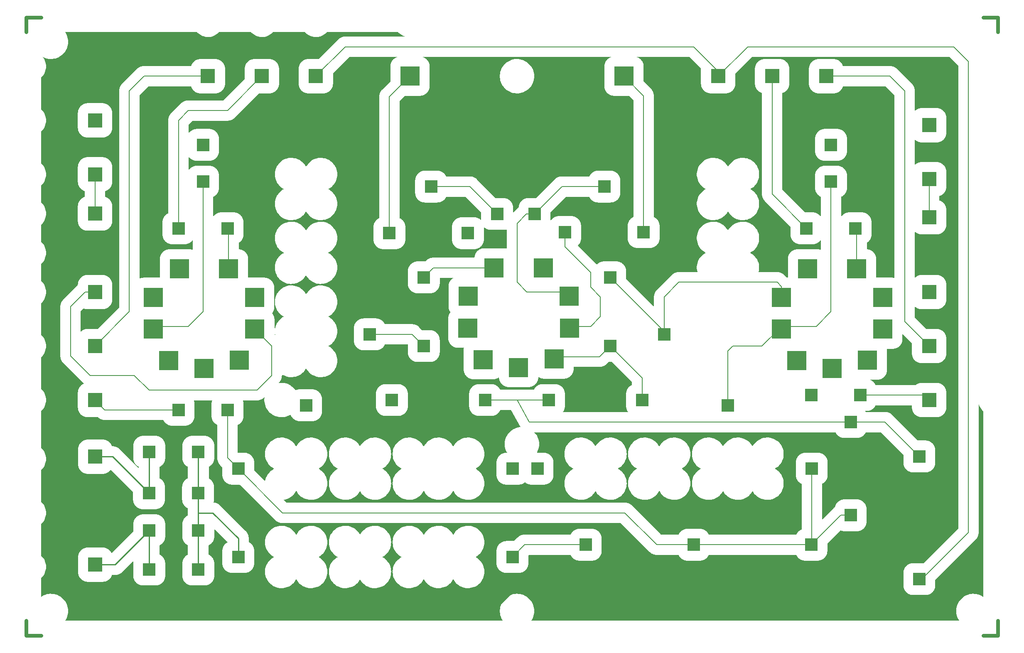
<source format=gtl>
G04 ---------------------------- Layer name :TOP LAYER*
G04 EasyEDA v5.8.22, Tue, 04 Dec 2018 11:43:46 GMT*
G04 7e299c6323ff4f129420c85f7de63bec*
G04 Gerber Generator version 0.2*
G04 Scale: 100 percent, Rotated: No, Reflected: No *
G04 Dimensions in millimeters *
G04 leading zeros omitted , absolute positions ,3 integer and 3 decimal *
%FSLAX33Y33*%
%MOMM*%
G90*
G71D02*

%ADD10C,0.254000*%
%ADD11C,1.999996*%
%ADD12C,0.152000*%
%ADD13C,0.799998*%
%ADD14R,2.499995X2.499995*%
%ADD15R,2.999994X2.999994*%
%ADD16R,3.999992X3.999992*%

%LPD*%
G36*
G01X98130Y3999D02*
G01X8873Y3999D01*
G01X8893Y4026D01*
G01X9075Y4324D01*
G01X9227Y4638D01*
G01X9346Y4967D01*
G01X9433Y5305D01*
G01X9485Y5650D01*
G01X9502Y5999D01*
G01X9485Y6348D01*
G01X9433Y6693D01*
G01X9346Y7031D01*
G01X9227Y7359D01*
G01X9075Y7674D01*
G01X8893Y7972D01*
G01X8683Y8250D01*
G01X8445Y8506D01*
G01X8183Y8737D01*
G01X7900Y8941D01*
G01X7597Y9116D01*
G01X7279Y9259D01*
G01X6948Y9371D01*
G01X6608Y9448D01*
G01X6261Y9492D01*
G01X5912Y9500D01*
G01X5564Y9474D01*
G01X5220Y9414D01*
G01X4884Y9319D01*
G01X4559Y9192D01*
G01X4248Y9032D01*
G01X3999Y8872D01*
G01X3999Y12740D01*
G01X4109Y12837D01*
G01X4314Y13057D01*
G01X4496Y13297D01*
G01X4652Y13554D01*
G01X4783Y13825D01*
G01X4886Y14108D01*
G01X4960Y14399D01*
G01X5005Y14697D01*
G01X5020Y14997D01*
G01X5005Y15298D01*
G01X4960Y15596D01*
G01X4886Y15887D01*
G01X4783Y16170D01*
G01X4652Y16441D01*
G01X4496Y16698D01*
G01X4314Y16938D01*
G01X4109Y17158D01*
G01X3999Y17255D01*
G01X3999Y23740D01*
G01X4109Y23837D01*
G01X4314Y24057D01*
G01X4496Y24297D01*
G01X4652Y24554D01*
G01X4783Y24825D01*
G01X4886Y25108D01*
G01X4960Y25399D01*
G01X5005Y25697D01*
G01X5020Y25997D01*
G01X5005Y26298D01*
G01X4960Y26596D01*
G01X4886Y26887D01*
G01X4783Y27170D01*
G01X4652Y27441D01*
G01X4496Y27698D01*
G01X4314Y27938D01*
G01X4109Y28158D01*
G01X3999Y28255D01*
G01X3999Y34743D01*
G01X4107Y34838D01*
G01X4312Y35059D01*
G01X4494Y35299D01*
G01X4650Y35555D01*
G01X4781Y35826D01*
G01X4884Y36109D01*
G01X4958Y36401D01*
G01X5003Y36698D01*
G01X5018Y36999D01*
G01X5003Y37299D01*
G01X4958Y37597D01*
G01X4884Y37889D01*
G01X4781Y38171D01*
G01X4650Y38443D01*
G01X4494Y38699D01*
G01X4312Y38939D01*
G01X4107Y39160D01*
G01X3999Y39255D01*
G01X3999Y46743D01*
G01X4107Y46838D01*
G01X4312Y47059D01*
G01X4494Y47298D01*
G01X4650Y47555D01*
G01X4781Y47826D01*
G01X4884Y48109D01*
G01X4958Y48401D01*
G01X5003Y48698D01*
G01X5018Y48999D01*
G01X5003Y49299D01*
G01X4958Y49597D01*
G01X4884Y49889D01*
G01X4781Y50171D01*
G01X4650Y50443D01*
G01X4494Y50699D01*
G01X4312Y50939D01*
G01X4107Y51160D01*
G01X3999Y51255D01*
G01X3999Y57743D01*
G01X4107Y57838D01*
G01X4312Y58059D01*
G01X4494Y58298D01*
G01X4650Y58555D01*
G01X4781Y58826D01*
G01X4884Y59109D01*
G01X4958Y59401D01*
G01X5003Y59698D01*
G01X5018Y59999D01*
G01X5003Y60299D01*
G01X4958Y60597D01*
G01X4884Y60889D01*
G01X4781Y61171D01*
G01X4650Y61443D01*
G01X4494Y61699D01*
G01X4312Y61939D01*
G01X4107Y62160D01*
G01X3999Y62255D01*
G01X3999Y68743D01*
G01X4107Y68838D01*
G01X4312Y69059D01*
G01X4494Y69298D01*
G01X4650Y69555D01*
G01X4781Y69826D01*
G01X4884Y70109D01*
G01X4958Y70401D01*
G01X5003Y70698D01*
G01X5018Y70999D01*
G01X5003Y71299D01*
G01X4958Y71597D01*
G01X4884Y71889D01*
G01X4781Y72171D01*
G01X4650Y72442D01*
G01X4494Y72699D01*
G01X4312Y72939D01*
G01X4107Y73160D01*
G01X3999Y73255D01*
G01X3999Y76743D01*
G01X4107Y76838D01*
G01X4312Y77059D01*
G01X4494Y77298D01*
G01X4650Y77555D01*
G01X4781Y77826D01*
G01X4884Y78109D01*
G01X4958Y78401D01*
G01X5003Y78698D01*
G01X5018Y78999D01*
G01X5003Y79299D01*
G01X4958Y79597D01*
G01X4884Y79889D01*
G01X4781Y80171D01*
G01X4650Y80442D01*
G01X4494Y80699D01*
G01X4312Y80939D01*
G01X4107Y81160D01*
G01X3999Y81255D01*
G01X3999Y84743D01*
G01X4107Y84838D01*
G01X4312Y85059D01*
G01X4494Y85298D01*
G01X4650Y85555D01*
G01X4781Y85826D01*
G01X4884Y86109D01*
G01X4958Y86401D01*
G01X5003Y86698D01*
G01X5018Y86999D01*
G01X5003Y87299D01*
G01X4958Y87597D01*
G01X4884Y87889D01*
G01X4781Y88171D01*
G01X4650Y88442D01*
G01X4494Y88699D01*
G01X4312Y88939D01*
G01X4107Y89160D01*
G01X3999Y89255D01*
G01X3999Y92743D01*
G01X4107Y92838D01*
G01X4312Y93059D01*
G01X4494Y93298D01*
G01X4650Y93555D01*
G01X4781Y93826D01*
G01X4884Y94109D01*
G01X4958Y94401D01*
G01X5003Y94698D01*
G01X5018Y94999D01*
G01X5003Y95299D01*
G01X4958Y95597D01*
G01X4884Y95889D01*
G01X4781Y96171D01*
G01X4650Y96442D01*
G01X4494Y96699D01*
G01X4312Y96939D01*
G01X4107Y97160D01*
G01X3999Y97255D01*
G01X3999Y103743D01*
G01X4107Y103838D01*
G01X4312Y104058D01*
G01X4494Y104298D01*
G01X4650Y104555D01*
G01X4781Y104826D01*
G01X4884Y105109D01*
G01X4958Y105401D01*
G01X5003Y105698D01*
G01X5018Y105999D01*
G01X5003Y106299D01*
G01X4958Y106597D01*
G01X4884Y106889D01*
G01X4781Y107171D01*
G01X4650Y107442D01*
G01X4494Y107699D01*
G01X4312Y107939D01*
G01X4107Y108160D01*
G01X3999Y108255D01*
G01X3999Y114743D01*
G01X4107Y114838D01*
G01X4312Y115058D01*
G01X4494Y115298D01*
G01X4650Y115555D01*
G01X4781Y115826D01*
G01X4884Y116109D01*
G01X4958Y116401D01*
G01X5003Y116698D01*
G01X5018Y116999D01*
G01X5003Y117299D01*
G01X4958Y117597D01*
G01X4884Y117888D01*
G01X4781Y118171D01*
G01X4650Y118442D01*
G01X4494Y118699D01*
G01X4320Y118929D01*
G01X4559Y118806D01*
G01X4884Y118679D01*
G01X5220Y118584D01*
G01X5564Y118523D01*
G01X5912Y118497D01*
G01X6261Y118506D01*
G01X6608Y118549D01*
G01X6948Y118627D01*
G01X7279Y118738D01*
G01X7597Y118882D01*
G01X7900Y119057D01*
G01X8183Y119260D01*
G01X8445Y119491D01*
G01X8683Y119747D01*
G01X8893Y120026D01*
G01X9075Y120324D01*
G01X9227Y120638D01*
G01X9346Y120966D01*
G01X9433Y121305D01*
G01X9485Y121650D01*
G01X9502Y121999D01*
G01X9485Y122347D01*
G01X9433Y122693D01*
G01X9346Y123031D01*
G01X9227Y123359D01*
G01X9075Y123674D01*
G01X8893Y123972D01*
G01X8873Y123999D01*
G01X35742Y123999D01*
G01X35787Y123946D01*
G01X36002Y123735D01*
G01X36237Y123548D01*
G01X36490Y123385D01*
G01X36758Y123247D01*
G01X37038Y123137D01*
G01X37328Y123056D01*
G01X37624Y123004D01*
G01X37924Y122981D01*
G01X38225Y122989D01*
G01X38524Y123026D01*
G01X38817Y123093D01*
G01X39102Y123189D01*
G01X39377Y123313D01*
G01X39637Y123463D01*
G01X39881Y123639D01*
G01X40107Y123838D01*
G01X40256Y123999D01*
G01X46742Y123999D01*
G01X46787Y123946D01*
G01X47002Y123735D01*
G01X47237Y123548D01*
G01X47490Y123385D01*
G01X47758Y123247D01*
G01X48038Y123137D01*
G01X48328Y123056D01*
G01X48624Y123004D01*
G01X48924Y122981D01*
G01X49225Y122989D01*
G01X49524Y123026D01*
G01X49817Y123093D01*
G01X50102Y123189D01*
G01X50376Y123313D01*
G01X50637Y123463D01*
G01X50881Y123639D01*
G01X51107Y123838D01*
G01X51256Y123999D01*
G01X57742Y123999D01*
G01X57787Y123946D01*
G01X58002Y123735D01*
G01X58237Y123548D01*
G01X58490Y123385D01*
G01X58758Y123247D01*
G01X59038Y123137D01*
G01X59328Y123056D01*
G01X59624Y123004D01*
G01X59924Y122981D01*
G01X60225Y122989D01*
G01X60524Y123026D01*
G01X60817Y123093D01*
G01X61102Y123189D01*
G01X61376Y123313D01*
G01X61637Y123463D01*
G01X61881Y123639D01*
G01X62107Y123838D01*
G01X62256Y123999D01*
G01X76742Y123999D01*
G01X76787Y123946D01*
G01X77002Y123735D01*
G01X77237Y123548D01*
G01X77490Y123385D01*
G01X77758Y123247D01*
G01X78038Y123137D01*
G01X78265Y123073D01*
G01X65999Y123073D01*
G01X65969Y123073D01*
G01X65940Y123073D01*
G01X65910Y123072D01*
G01X65880Y123070D01*
G01X65851Y123068D01*
G01X65821Y123066D01*
G01X65792Y123063D01*
G01X65762Y123060D01*
G01X65733Y123056D01*
G01X65703Y123052D01*
G01X65674Y123048D01*
G01X65645Y123043D01*
G01X65616Y123038D01*
G01X65587Y123032D01*
G01X65558Y123026D01*
G01X65529Y123020D01*
G01X65500Y123013D01*
G01X65471Y123005D01*
G01X65442Y122998D01*
G01X65414Y122989D01*
G01X65386Y122981D01*
G01X65357Y122972D01*
G01X65329Y122963D01*
G01X65301Y122953D01*
G01X65273Y122943D01*
G01X65246Y122932D01*
G01X65218Y122921D01*
G01X65191Y122910D01*
G01X65164Y122898D01*
G01X65136Y122886D01*
G01X65110Y122873D01*
G01X65083Y122860D01*
G01X65056Y122847D01*
G01X65030Y122834D01*
G01X65004Y122820D01*
G01X64978Y122805D01*
G01X64952Y122790D01*
G01X64927Y122775D01*
G01X64902Y122760D01*
G01X64876Y122744D01*
G01X64852Y122728D01*
G01X64827Y122711D01*
G01X64803Y122694D01*
G01X64779Y122677D01*
G01X64755Y122659D01*
G01X64731Y122641D01*
G01X64708Y122623D01*
G01X64685Y122605D01*
G01X64662Y122586D01*
G01X64639Y122566D01*
G01X64617Y122547D01*
G01X64595Y122527D01*
G01X64573Y122507D01*
G01X64552Y122486D01*
G01X64531Y122465D01*
G01X60565Y118499D01*
G01X58498Y118499D01*
G01X58448Y118499D01*
G01X58399Y118497D01*
G01X58349Y118494D01*
G01X58299Y118489D01*
G01X58250Y118484D01*
G01X58200Y118477D01*
G01X58151Y118469D01*
G01X58102Y118459D01*
G01X58053Y118449D01*
G01X58005Y118437D01*
G01X57957Y118424D01*
G01X57909Y118410D01*
G01X57861Y118395D01*
G01X57814Y118379D01*
G01X57768Y118361D01*
G01X57721Y118342D01*
G01X57676Y118322D01*
G01X57630Y118301D01*
G01X57586Y118279D01*
G01X57542Y118256D01*
G01X57498Y118231D01*
G01X57455Y118206D01*
G01X57413Y118179D01*
G01X57372Y118152D01*
G01X57331Y118123D01*
G01X57291Y118093D01*
G01X57251Y118063D01*
G01X57213Y118031D01*
G01X57175Y117999D01*
G01X57138Y117965D01*
G01X57102Y117931D01*
G01X57067Y117896D01*
G01X57032Y117859D01*
G01X56999Y117823D01*
G01X56966Y117785D01*
G01X56935Y117746D01*
G01X56904Y117707D01*
G01X56874Y117667D01*
G01X56846Y117626D01*
G01X56818Y117584D01*
G01X56792Y117542D01*
G01X56766Y117499D01*
G01X56742Y117456D01*
G01X56718Y117412D01*
G01X56696Y117367D01*
G01X56675Y117322D01*
G01X56655Y117276D01*
G01X56636Y117230D01*
G01X56619Y117183D01*
G01X56602Y117136D01*
G01X56587Y117089D01*
G01X56573Y117041D01*
G01X56560Y116993D01*
G01X56548Y116944D01*
G01X56538Y116895D01*
G01X56529Y116846D01*
G01X56521Y116797D01*
G01X56514Y116748D01*
G01X56508Y116698D01*
G01X56504Y116649D01*
G01X56501Y116599D01*
G01X56499Y116549D01*
G01X56498Y116499D01*
G01X56498Y113499D01*
G01X56499Y113450D01*
G01X56501Y113400D01*
G01X56504Y113350D01*
G01X56508Y113300D01*
G01X56514Y113251D01*
G01X56521Y113201D01*
G01X56529Y113152D01*
G01X56538Y113103D01*
G01X56548Y113054D01*
G01X56560Y113006D01*
G01X56573Y112958D01*
G01X56587Y112910D01*
G01X56602Y112862D01*
G01X56619Y112815D01*
G01X56636Y112769D01*
G01X56655Y112723D01*
G01X56675Y112677D01*
G01X56696Y112632D01*
G01X56718Y112587D01*
G01X56742Y112543D01*
G01X56766Y112499D01*
G01X56792Y112457D01*
G01X56818Y112414D01*
G01X56846Y112373D01*
G01X56874Y112332D01*
G01X56904Y112292D01*
G01X56935Y112252D01*
G01X56966Y112214D01*
G01X56999Y112176D01*
G01X57032Y112139D01*
G01X57067Y112103D01*
G01X57102Y112068D01*
G01X57138Y112033D01*
G01X57175Y112000D01*
G01X57213Y111967D01*
G01X57251Y111936D01*
G01X57291Y111905D01*
G01X57331Y111876D01*
G01X57372Y111847D01*
G01X57413Y111819D01*
G01X57455Y111793D01*
G01X57498Y111767D01*
G01X57542Y111743D01*
G01X57586Y111720D01*
G01X57630Y111697D01*
G01X57676Y111676D01*
G01X57721Y111656D01*
G01X57768Y111638D01*
G01X57814Y111620D01*
G01X57861Y111604D01*
G01X57909Y111588D01*
G01X57957Y111574D01*
G01X58005Y111561D01*
G01X58053Y111550D01*
G01X58102Y111539D01*
G01X58151Y111530D01*
G01X58200Y111522D01*
G01X58250Y111515D01*
G01X58299Y111509D01*
G01X58349Y111505D01*
G01X58399Y111502D01*
G01X58448Y111500D01*
G01X58498Y111499D01*
G01X61498Y111499D01*
G01X61548Y111500D01*
G01X61598Y111502D01*
G01X61647Y111505D01*
G01X61697Y111509D01*
G01X61747Y111515D01*
G01X61796Y111522D01*
G01X61845Y111530D01*
G01X61894Y111539D01*
G01X61943Y111550D01*
G01X61992Y111561D01*
G01X62040Y111574D01*
G01X62087Y111588D01*
G01X62135Y111604D01*
G01X62182Y111620D01*
G01X62229Y111638D01*
G01X62275Y111656D01*
G01X62321Y111676D01*
G01X62366Y111697D01*
G01X62410Y111720D01*
G01X62454Y111743D01*
G01X62498Y111767D01*
G01X62541Y111793D01*
G01X62583Y111819D01*
G01X62625Y111847D01*
G01X62665Y111876D01*
G01X62706Y111905D01*
G01X62745Y111936D01*
G01X62784Y111967D01*
G01X62821Y112000D01*
G01X62858Y112033D01*
G01X62894Y112068D01*
G01X62930Y112103D01*
G01X62964Y112139D01*
G01X62998Y112176D01*
G01X63030Y112214D01*
G01X63062Y112252D01*
G01X63092Y112292D01*
G01X63122Y112332D01*
G01X63150Y112373D01*
G01X63178Y112414D01*
G01X63205Y112457D01*
G01X63230Y112499D01*
G01X63254Y112543D01*
G01X63278Y112587D01*
G01X63300Y112632D01*
G01X63321Y112677D01*
G01X63341Y112723D01*
G01X63360Y112769D01*
G01X63377Y112815D01*
G01X63394Y112862D01*
G01X63409Y112910D01*
G01X63423Y112958D01*
G01X63436Y113006D01*
G01X63448Y113054D01*
G01X63458Y113103D01*
G01X63468Y113152D01*
G01X63476Y113201D01*
G01X63482Y113251D01*
G01X63488Y113300D01*
G01X63492Y113350D01*
G01X63495Y113400D01*
G01X63497Y113450D01*
G01X63498Y113499D01*
G01X63498Y115561D01*
G01X66859Y118921D01*
G01X76637Y118921D01*
G01X76601Y118911D01*
G01X76553Y118895D01*
G01X76506Y118879D01*
G01X76459Y118861D01*
G01X76413Y118842D01*
G01X76368Y118823D01*
G01X76322Y118801D01*
G01X76278Y118779D01*
G01X76234Y118756D01*
G01X76190Y118732D01*
G01X76147Y118706D01*
G01X76105Y118680D01*
G01X76063Y118652D01*
G01X76023Y118623D01*
G01X75982Y118594D01*
G01X75943Y118563D01*
G01X75905Y118532D01*
G01X75867Y118499D01*
G01X75830Y118466D01*
G01X75794Y118431D01*
G01X75758Y118396D01*
G01X75724Y118360D01*
G01X75691Y118323D01*
G01X75658Y118285D01*
G01X75626Y118247D01*
G01X75596Y118207D01*
G01X75566Y118167D01*
G01X75538Y118126D01*
G01X75510Y118085D01*
G01X75484Y118042D01*
G01X75458Y118000D01*
G01X75434Y117956D01*
G01X75410Y117912D01*
G01X75388Y117867D01*
G01X75367Y117822D01*
G01X75347Y117776D01*
G01X75328Y117730D01*
G01X75311Y117684D01*
G01X75294Y117637D01*
G01X75279Y117589D01*
G01X75265Y117541D01*
G01X75252Y117493D01*
G01X75240Y117445D01*
G01X75230Y117396D01*
G01X75220Y117347D01*
G01X75212Y117298D01*
G01X75206Y117248D01*
G01X75200Y117199D01*
G01X75196Y117149D01*
G01X75193Y117099D01*
G01X75191Y117049D01*
G01X75190Y117000D01*
G01X75190Y113935D01*
G01X73530Y112275D01*
G01X73509Y112254D01*
G01X73489Y112232D01*
G01X73469Y112211D01*
G01X73449Y112189D01*
G01X73429Y112166D01*
G01X73410Y112144D01*
G01X73391Y112121D01*
G01X73372Y112098D01*
G01X73354Y112075D01*
G01X73336Y112051D01*
G01X73319Y112027D01*
G01X73301Y112003D01*
G01X73284Y111979D01*
G01X73268Y111954D01*
G01X73252Y111929D01*
G01X73236Y111904D01*
G01X73220Y111879D01*
G01X73205Y111854D01*
G01X73190Y111828D01*
G01X73176Y111802D01*
G01X73162Y111776D01*
G01X73148Y111749D01*
G01X73135Y111723D01*
G01X73122Y111696D01*
G01X73110Y111669D01*
G01X73098Y111642D01*
G01X73086Y111615D01*
G01X73074Y111588D01*
G01X73064Y111560D01*
G01X73053Y111532D01*
G01X73043Y111505D01*
G01X73033Y111477D01*
G01X73024Y111449D01*
G01X73015Y111420D01*
G01X73006Y111392D01*
G01X72998Y111363D01*
G01X72990Y111335D01*
G01X72983Y111306D01*
G01X72976Y111277D01*
G01X72970Y111248D01*
G01X72963Y111219D01*
G01X72958Y111190D01*
G01X72952Y111161D01*
G01X72948Y111132D01*
G01X72943Y111102D01*
G01X72939Y111073D01*
G01X72936Y111044D01*
G01X72932Y111014D01*
G01X72930Y110985D01*
G01X72927Y110955D01*
G01X72925Y110926D01*
G01X72924Y110896D01*
G01X72923Y110866D01*
G01X72922Y110837D01*
G01X72922Y110807D01*
G01X72922Y86070D01*
G01X72881Y86051D01*
G01X72836Y86029D01*
G01X72792Y86005D01*
G01X72748Y85981D01*
G01X72706Y85955D01*
G01X72663Y85929D01*
G01X72622Y85901D01*
G01X72581Y85873D01*
G01X72541Y85843D01*
G01X72501Y85812D01*
G01X72463Y85781D01*
G01X72425Y85748D01*
G01X72388Y85715D01*
G01X72352Y85680D01*
G01X72317Y85645D01*
G01X72282Y85609D01*
G01X72249Y85572D01*
G01X72216Y85534D01*
G01X72185Y85496D01*
G01X72154Y85456D01*
G01X72125Y85416D01*
G01X72096Y85375D01*
G01X72068Y85334D01*
G01X72042Y85292D01*
G01X72016Y85249D01*
G01X71992Y85205D01*
G01X71969Y85161D01*
G01X71946Y85117D01*
G01X71925Y85071D01*
G01X71905Y85026D01*
G01X71887Y84979D01*
G01X71869Y84933D01*
G01X71853Y84886D01*
G01X71837Y84838D01*
G01X71823Y84790D01*
G01X71810Y84742D01*
G01X71799Y84694D01*
G01X71788Y84645D01*
G01X71779Y84596D01*
G01X71771Y84547D01*
G01X71764Y84497D01*
G01X71758Y84448D01*
G01X71754Y84398D01*
G01X71751Y84348D01*
G01X71749Y84299D01*
G01X71748Y84249D01*
G01X71748Y81749D01*
G01X71749Y81700D01*
G01X71751Y81650D01*
G01X71754Y81600D01*
G01X71758Y81550D01*
G01X71764Y81501D01*
G01X71771Y81451D01*
G01X71779Y81402D01*
G01X71788Y81353D01*
G01X71799Y81304D01*
G01X71810Y81256D01*
G01X71823Y81208D01*
G01X71837Y81160D01*
G01X71853Y81112D01*
G01X71869Y81065D01*
G01X71887Y81019D01*
G01X71905Y80973D01*
G01X71925Y80927D01*
G01X71946Y80882D01*
G01X71969Y80837D01*
G01X71992Y80793D01*
G01X72016Y80749D01*
G01X72042Y80707D01*
G01X72068Y80664D01*
G01X72096Y80623D01*
G01X72125Y80582D01*
G01X72154Y80542D01*
G01X72185Y80502D01*
G01X72216Y80464D01*
G01X72249Y80426D01*
G01X72282Y80389D01*
G01X72317Y80353D01*
G01X72352Y80318D01*
G01X72388Y80283D01*
G01X72425Y80250D01*
G01X72463Y80217D01*
G01X72501Y80186D01*
G01X72541Y80155D01*
G01X72581Y80126D01*
G01X72622Y80097D01*
G01X72663Y80069D01*
G01X72706Y80043D01*
G01X72748Y80017D01*
G01X72792Y79993D01*
G01X72836Y79970D01*
G01X72881Y79947D01*
G01X72926Y79926D01*
G01X72972Y79906D01*
G01X73018Y79888D01*
G01X73064Y79870D01*
G01X73111Y79854D01*
G01X73159Y79838D01*
G01X73207Y79824D01*
G01X73255Y79811D01*
G01X73303Y79800D01*
G01X73352Y79789D01*
G01X73401Y79780D01*
G01X73450Y79772D01*
G01X73500Y79765D01*
G01X73549Y79759D01*
G01X73599Y79755D01*
G01X73649Y79752D01*
G01X73699Y79750D01*
G01X73748Y79749D01*
G01X76250Y79749D01*
G01X76300Y79750D01*
G01X76350Y79752D01*
G01X76400Y79755D01*
G01X76449Y79759D01*
G01X76499Y79765D01*
G01X76548Y79772D01*
G01X76598Y79780D01*
G01X76647Y79789D01*
G01X76695Y79800D01*
G01X76744Y79811D01*
G01X76792Y79824D01*
G01X76840Y79838D01*
G01X76887Y79854D01*
G01X76934Y79870D01*
G01X76981Y79888D01*
G01X77027Y79906D01*
G01X77073Y79926D01*
G01X77118Y79947D01*
G01X77163Y79970D01*
G01X77207Y79993D01*
G01X77250Y80017D01*
G01X77293Y80043D01*
G01X77335Y80069D01*
G01X77377Y80097D01*
G01X77418Y80126D01*
G01X77458Y80155D01*
G01X77497Y80186D01*
G01X77536Y80217D01*
G01X77574Y80250D01*
G01X77611Y80283D01*
G01X77647Y80318D01*
G01X77682Y80353D01*
G01X77716Y80389D01*
G01X77750Y80426D01*
G01X77782Y80464D01*
G01X77814Y80502D01*
G01X77845Y80542D01*
G01X77874Y80582D01*
G01X77903Y80623D01*
G01X77930Y80664D01*
G01X77957Y80707D01*
G01X77982Y80749D01*
G01X78007Y80793D01*
G01X78030Y80837D01*
G01X78052Y80882D01*
G01X78073Y80927D01*
G01X78093Y80973D01*
G01X78112Y81019D01*
G01X78130Y81065D01*
G01X78146Y81112D01*
G01X78161Y81160D01*
G01X78176Y81208D01*
G01X78188Y81256D01*
G01X78200Y81304D01*
G01X78211Y81353D01*
G01X78220Y81402D01*
G01X78228Y81451D01*
G01X78235Y81501D01*
G01X78240Y81550D01*
G01X78245Y81600D01*
G01X78248Y81650D01*
G01X78250Y81700D01*
G01X78250Y81749D01*
G01X78250Y84249D01*
G01X78250Y84299D01*
G01X78248Y84348D01*
G01X78245Y84398D01*
G01X78240Y84448D01*
G01X78235Y84497D01*
G01X78228Y84547D01*
G01X78220Y84596D01*
G01X78211Y84645D01*
G01X78200Y84694D01*
G01X78188Y84742D01*
G01X78176Y84790D01*
G01X78161Y84838D01*
G01X78146Y84886D01*
G01X78130Y84933D01*
G01X78112Y84979D01*
G01X78093Y85026D01*
G01X78073Y85071D01*
G01X78052Y85117D01*
G01X78030Y85161D01*
G01X78007Y85205D01*
G01X77982Y85249D01*
G01X77957Y85292D01*
G01X77930Y85334D01*
G01X77903Y85375D01*
G01X77874Y85416D01*
G01X77845Y85456D01*
G01X77814Y85496D01*
G01X77782Y85534D01*
G01X77750Y85572D01*
G01X77716Y85609D01*
G01X77682Y85645D01*
G01X77647Y85680D01*
G01X77611Y85715D01*
G01X77574Y85748D01*
G01X77536Y85781D01*
G01X77497Y85812D01*
G01X77458Y85843D01*
G01X77418Y85873D01*
G01X77377Y85901D01*
G01X77335Y85929D01*
G01X77293Y85955D01*
G01X77250Y85981D01*
G01X77207Y86005D01*
G01X77163Y86029D01*
G01X77118Y86051D01*
G01X77074Y86071D01*
G01X77074Y109947D01*
G01X78126Y110999D01*
G01X81191Y110999D01*
G01X81240Y111000D01*
G01X81290Y111002D01*
G01X81340Y111005D01*
G01X81390Y111009D01*
G01X81439Y111015D01*
G01X81489Y111021D01*
G01X81538Y111029D01*
G01X81587Y111039D01*
G01X81636Y111049D01*
G01X81684Y111061D01*
G01X81732Y111074D01*
G01X81780Y111088D01*
G01X81828Y111103D01*
G01X81875Y111120D01*
G01X81921Y111137D01*
G01X81967Y111156D01*
G01X82013Y111176D01*
G01X82058Y111197D01*
G01X82103Y111219D01*
G01X82147Y111243D01*
G01X82191Y111267D01*
G01X82233Y111292D01*
G01X82276Y111319D01*
G01X82317Y111347D01*
G01X82358Y111375D01*
G01X82398Y111405D01*
G01X82438Y111435D01*
G01X82476Y111467D01*
G01X82514Y111499D01*
G01X82551Y111533D01*
G01X82587Y111567D01*
G01X82622Y111603D01*
G01X82657Y111639D01*
G01X82690Y111676D01*
G01X82723Y111713D01*
G01X82754Y111752D01*
G01X82785Y111791D01*
G01X82814Y111832D01*
G01X82843Y111872D01*
G01X82871Y111914D01*
G01X82897Y111956D01*
G01X82923Y111999D01*
G01X82947Y112043D01*
G01X82970Y112087D01*
G01X82993Y112131D01*
G01X83014Y112176D01*
G01X83034Y112222D01*
G01X83052Y112268D01*
G01X83070Y112315D01*
G01X83086Y112362D01*
G01X83102Y112410D01*
G01X83116Y112457D01*
G01X83129Y112505D01*
G01X83140Y112554D01*
G01X83151Y112603D01*
G01X83160Y112652D01*
G01X83168Y112701D01*
G01X83175Y112750D01*
G01X83181Y112800D01*
G01X83185Y112850D01*
G01X83188Y112899D01*
G01X83190Y112949D01*
G01X83191Y112999D01*
G01X83191Y117000D01*
G01X83190Y117049D01*
G01X83188Y117099D01*
G01X83185Y117149D01*
G01X83181Y117199D01*
G01X83175Y117248D01*
G01X83168Y117298D01*
G01X83160Y117347D01*
G01X83151Y117396D01*
G01X83140Y117445D01*
G01X83129Y117493D01*
G01X83116Y117541D01*
G01X83102Y117589D01*
G01X83086Y117637D01*
G01X83070Y117684D01*
G01X83052Y117730D01*
G01X83034Y117776D01*
G01X83014Y117822D01*
G01X82993Y117867D01*
G01X82970Y117912D01*
G01X82947Y117956D01*
G01X82923Y118000D01*
G01X82897Y118042D01*
G01X82871Y118085D01*
G01X82843Y118126D01*
G01X82814Y118167D01*
G01X82785Y118207D01*
G01X82754Y118247D01*
G01X82723Y118285D01*
G01X82690Y118323D01*
G01X82657Y118360D01*
G01X82622Y118396D01*
G01X82587Y118431D01*
G01X82551Y118466D01*
G01X82514Y118499D01*
G01X82476Y118532D01*
G01X82438Y118563D01*
G01X82398Y118594D01*
G01X82358Y118623D01*
G01X82317Y118652D01*
G01X82276Y118680D01*
G01X82233Y118706D01*
G01X82191Y118732D01*
G01X82147Y118756D01*
G01X82103Y118779D01*
G01X82058Y118801D01*
G01X82013Y118823D01*
G01X81967Y118842D01*
G01X81921Y118861D01*
G01X81875Y118879D01*
G01X81828Y118895D01*
G01X81780Y118911D01*
G01X81743Y118921D01*
G01X120265Y118921D01*
G01X120220Y118908D01*
G01X120173Y118893D01*
G01X120125Y118876D01*
G01X120079Y118859D01*
G01X120033Y118840D01*
G01X119987Y118820D01*
G01X119942Y118799D01*
G01X119897Y118777D01*
G01X119853Y118753D01*
G01X119810Y118729D01*
G01X119767Y118704D01*
G01X119724Y118677D01*
G01X119683Y118649D01*
G01X119642Y118621D01*
G01X119602Y118591D01*
G01X119563Y118561D01*
G01X119524Y118529D01*
G01X119486Y118497D01*
G01X119449Y118463D01*
G01X119413Y118429D01*
G01X119378Y118393D01*
G01X119343Y118357D01*
G01X119310Y118320D01*
G01X119277Y118283D01*
G01X119246Y118244D01*
G01X119215Y118205D01*
G01X119186Y118164D01*
G01X119157Y118124D01*
G01X119129Y118082D01*
G01X119103Y118040D01*
G01X119077Y117997D01*
G01X119053Y117953D01*
G01X119030Y117909D01*
G01X119008Y117865D01*
G01X118987Y117820D01*
G01X118967Y117774D01*
G01X118948Y117728D01*
G01X118930Y117681D01*
G01X118914Y117634D01*
G01X118898Y117586D01*
G01X118884Y117539D01*
G01X118871Y117491D01*
G01X118860Y117442D01*
G01X118849Y117393D01*
G01X118840Y117344D01*
G01X118832Y117295D01*
G01X118825Y117246D01*
G01X118819Y117196D01*
G01X118815Y117146D01*
G01X118812Y117097D01*
G01X118810Y117047D01*
G01X118810Y116997D01*
G01X118810Y112996D01*
G01X118810Y112947D01*
G01X118812Y112897D01*
G01X118815Y112847D01*
G01X118819Y112797D01*
G01X118825Y112748D01*
G01X118832Y112698D01*
G01X118840Y112649D01*
G01X118849Y112600D01*
G01X118860Y112551D01*
G01X118871Y112503D01*
G01X118884Y112455D01*
G01X118898Y112407D01*
G01X118914Y112359D01*
G01X118930Y112312D01*
G01X118948Y112266D01*
G01X118967Y112220D01*
G01X118987Y112174D01*
G01X119008Y112129D01*
G01X119030Y112084D01*
G01X119053Y112040D01*
G01X119077Y111996D01*
G01X119103Y111954D01*
G01X119129Y111911D01*
G01X119157Y111870D01*
G01X119186Y111829D01*
G01X119215Y111789D01*
G01X119246Y111749D01*
G01X119277Y111711D01*
G01X119310Y111673D01*
G01X119343Y111636D01*
G01X119378Y111600D01*
G01X119413Y111565D01*
G01X119449Y111530D01*
G01X119486Y111497D01*
G01X119524Y111464D01*
G01X119563Y111433D01*
G01X119602Y111402D01*
G01X119642Y111373D01*
G01X119683Y111344D01*
G01X119724Y111316D01*
G01X119767Y111290D01*
G01X119810Y111264D01*
G01X119853Y111240D01*
G01X119897Y111217D01*
G01X119942Y111195D01*
G01X119987Y111173D01*
G01X120033Y111154D01*
G01X120079Y111135D01*
G01X120125Y111117D01*
G01X120173Y111101D01*
G01X120220Y111085D01*
G01X120268Y111071D01*
G01X120316Y111058D01*
G01X120364Y111047D01*
G01X120413Y111036D01*
G01X120462Y111027D01*
G01X120511Y111019D01*
G01X120561Y111012D01*
G01X120610Y111006D01*
G01X120660Y111002D01*
G01X120710Y110999D01*
G01X120760Y110997D01*
G01X120810Y110996D01*
G01X123875Y110996D01*
G01X124728Y110143D01*
G01X124728Y86306D01*
G01X124686Y86287D01*
G01X124642Y86265D01*
G01X124598Y86241D01*
G01X124554Y86217D01*
G01X124511Y86192D01*
G01X124469Y86165D01*
G01X124428Y86137D01*
G01X124387Y86109D01*
G01X124347Y86079D01*
G01X124307Y86049D01*
G01X124269Y86017D01*
G01X124231Y85985D01*
G01X124194Y85951D01*
G01X124158Y85917D01*
G01X124123Y85881D01*
G01X124088Y85845D01*
G01X124055Y85808D01*
G01X124022Y85771D01*
G01X123991Y85732D01*
G01X123960Y85693D01*
G01X123930Y85652D01*
G01X123902Y85612D01*
G01X123874Y85570D01*
G01X123848Y85528D01*
G01X123822Y85485D01*
G01X123798Y85441D01*
G01X123774Y85397D01*
G01X123752Y85353D01*
G01X123731Y85308D01*
G01X123711Y85262D01*
G01X123692Y85216D01*
G01X123675Y85169D01*
G01X123658Y85122D01*
G01X123643Y85074D01*
G01X123629Y85027D01*
G01X123616Y84979D01*
G01X123604Y84930D01*
G01X123594Y84881D01*
G01X123585Y84832D01*
G01X123577Y84783D01*
G01X123570Y84734D01*
G01X123564Y84684D01*
G01X123560Y84634D01*
G01X123557Y84585D01*
G01X123555Y84535D01*
G01X123554Y84485D01*
G01X123554Y81986D01*
G01X123555Y81936D01*
G01X123557Y81886D01*
G01X123560Y81836D01*
G01X123564Y81786D01*
G01X123570Y81737D01*
G01X123577Y81688D01*
G01X123585Y81638D01*
G01X123594Y81589D01*
G01X123604Y81541D01*
G01X123616Y81492D01*
G01X123629Y81444D01*
G01X123643Y81396D01*
G01X123658Y81349D01*
G01X123675Y81302D01*
G01X123692Y81255D01*
G01X123711Y81209D01*
G01X123731Y81163D01*
G01X123752Y81118D01*
G01X123774Y81073D01*
G01X123798Y81029D01*
G01X123822Y80986D01*
G01X123848Y80943D01*
G01X123874Y80901D01*
G01X123902Y80859D01*
G01X123930Y80818D01*
G01X123960Y80778D01*
G01X123991Y80739D01*
G01X124022Y80700D01*
G01X124055Y80662D01*
G01X124088Y80625D01*
G01X124123Y80589D01*
G01X124158Y80554D01*
G01X124194Y80520D01*
G01X124231Y80486D01*
G01X124269Y80454D01*
G01X124307Y80422D01*
G01X124347Y80391D01*
G01X124387Y80362D01*
G01X124428Y80333D01*
G01X124469Y80306D01*
G01X124511Y80279D01*
G01X124554Y80254D01*
G01X124598Y80229D01*
G01X124642Y80206D01*
G01X124686Y80184D01*
G01X124732Y80163D01*
G01X124777Y80143D01*
G01X124824Y80124D01*
G01X124870Y80106D01*
G01X124917Y80090D01*
G01X124965Y80074D01*
G01X125013Y80060D01*
G01X125061Y80047D01*
G01X125109Y80036D01*
G01X125158Y80025D01*
G01X125207Y80016D01*
G01X125256Y80008D01*
G01X125306Y80001D01*
G01X125355Y79996D01*
G01X125405Y79991D01*
G01X125455Y79988D01*
G01X125504Y79986D01*
G01X125554Y79986D01*
G01X128056Y79986D01*
G01X128106Y79986D01*
G01X128156Y79988D01*
G01X128206Y79991D01*
G01X128255Y79996D01*
G01X128305Y80001D01*
G01X128354Y80008D01*
G01X128403Y80016D01*
G01X128452Y80025D01*
G01X128501Y80036D01*
G01X128550Y80047D01*
G01X128598Y80060D01*
G01X128646Y80074D01*
G01X128693Y80090D01*
G01X128740Y80106D01*
G01X128787Y80124D01*
G01X128833Y80143D01*
G01X128879Y80163D01*
G01X128924Y80184D01*
G01X128969Y80206D01*
G01X129013Y80229D01*
G01X129056Y80254D01*
G01X129099Y80279D01*
G01X129141Y80306D01*
G01X129183Y80333D01*
G01X129224Y80362D01*
G01X129264Y80391D01*
G01X129303Y80422D01*
G01X129342Y80454D01*
G01X129380Y80486D01*
G01X129416Y80520D01*
G01X129453Y80554D01*
G01X129488Y80589D01*
G01X129522Y80625D01*
G01X129556Y80662D01*
G01X129588Y80700D01*
G01X129620Y80739D01*
G01X129650Y80778D01*
G01X129680Y80818D01*
G01X129709Y80859D01*
G01X129736Y80901D01*
G01X129763Y80943D01*
G01X129788Y80986D01*
G01X129813Y81029D01*
G01X129836Y81073D01*
G01X129858Y81118D01*
G01X129879Y81163D01*
G01X129899Y81209D01*
G01X129918Y81255D01*
G01X129936Y81302D01*
G01X129952Y81349D01*
G01X129967Y81396D01*
G01X129981Y81444D01*
G01X129994Y81492D01*
G01X130006Y81541D01*
G01X130016Y81589D01*
G01X130026Y81638D01*
G01X130034Y81688D01*
G01X130041Y81737D01*
G01X130046Y81786D01*
G01X130051Y81836D01*
G01X130054Y81886D01*
G01X130056Y81936D01*
G01X130056Y81986D01*
G01X130056Y84485D01*
G01X130056Y84535D01*
G01X130054Y84585D01*
G01X130051Y84634D01*
G01X130046Y84684D01*
G01X130041Y84734D01*
G01X130034Y84783D01*
G01X130026Y84832D01*
G01X130016Y84881D01*
G01X130006Y84930D01*
G01X129994Y84979D01*
G01X129981Y85027D01*
G01X129967Y85074D01*
G01X129952Y85122D01*
G01X129936Y85169D01*
G01X129918Y85216D01*
G01X129899Y85262D01*
G01X129879Y85308D01*
G01X129858Y85353D01*
G01X129836Y85397D01*
G01X129813Y85441D01*
G01X129788Y85485D01*
G01X129763Y85528D01*
G01X129736Y85570D01*
G01X129709Y85612D01*
G01X129680Y85652D01*
G01X129650Y85693D01*
G01X129620Y85732D01*
G01X129588Y85771D01*
G01X129556Y85808D01*
G01X129522Y85845D01*
G01X129488Y85881D01*
G01X129453Y85917D01*
G01X129416Y85951D01*
G01X129380Y85985D01*
G01X129342Y86017D01*
G01X129303Y86049D01*
G01X129264Y86079D01*
G01X129224Y86109D01*
G01X129183Y86137D01*
G01X129141Y86165D01*
G01X129099Y86192D01*
G01X129056Y86217D01*
G01X129013Y86241D01*
G01X128969Y86265D01*
G01X128924Y86287D01*
G01X128880Y86307D01*
G01X128880Y111003D01*
G01X128880Y111032D01*
G01X128879Y111062D01*
G01X128878Y111091D01*
G01X128877Y111121D01*
G01X128875Y111151D01*
G01X128872Y111180D01*
G01X128870Y111210D01*
G01X128866Y111239D01*
G01X128863Y111269D01*
G01X128859Y111298D01*
G01X128854Y111327D01*
G01X128850Y111356D01*
G01X128844Y111386D01*
G01X128839Y111415D01*
G01X128833Y111444D01*
G01X128826Y111473D01*
G01X128819Y111501D01*
G01X128812Y111530D01*
G01X128804Y111559D01*
G01X128796Y111587D01*
G01X128787Y111616D01*
G01X128778Y111644D01*
G01X128769Y111672D01*
G01X128759Y111700D01*
G01X128749Y111728D01*
G01X128739Y111755D01*
G01X128728Y111783D01*
G01X128716Y111810D01*
G01X128705Y111838D01*
G01X128692Y111865D01*
G01X128680Y111892D01*
G01X128667Y111918D01*
G01X128654Y111945D01*
G01X128640Y111971D01*
G01X128626Y111997D01*
G01X128612Y112023D01*
G01X128597Y112049D01*
G01X128582Y112074D01*
G01X128566Y112100D01*
G01X128551Y112125D01*
G01X128534Y112149D01*
G01X128518Y112174D01*
G01X128501Y112198D01*
G01X128484Y112222D01*
G01X128466Y112246D01*
G01X128448Y112270D01*
G01X128430Y112293D01*
G01X128411Y112316D01*
G01X128392Y112339D01*
G01X128373Y112362D01*
G01X128354Y112384D01*
G01X128334Y112406D01*
G01X128314Y112428D01*
G01X128293Y112449D01*
G01X128272Y112470D01*
G01X126810Y113933D01*
G01X126810Y116997D01*
G01X126809Y117047D01*
G01X126808Y117097D01*
G01X126804Y117146D01*
G01X126800Y117196D01*
G01X126794Y117246D01*
G01X126788Y117295D01*
G01X126780Y117344D01*
G01X126770Y117393D01*
G01X126760Y117442D01*
G01X126748Y117491D01*
G01X126735Y117539D01*
G01X126721Y117586D01*
G01X126706Y117634D01*
G01X126689Y117681D01*
G01X126672Y117728D01*
G01X126653Y117774D01*
G01X126633Y117820D01*
G01X126612Y117865D01*
G01X126590Y117909D01*
G01X126566Y117953D01*
G01X126542Y117997D01*
G01X126517Y118040D01*
G01X126490Y118082D01*
G01X126462Y118124D01*
G01X126434Y118164D01*
G01X126404Y118205D01*
G01X126374Y118244D01*
G01X126342Y118283D01*
G01X126310Y118320D01*
G01X126276Y118357D01*
G01X126242Y118393D01*
G01X126206Y118429D01*
G01X126170Y118463D01*
G01X126133Y118497D01*
G01X126096Y118529D01*
G01X126057Y118561D01*
G01X126018Y118591D01*
G01X125978Y118621D01*
G01X125937Y118649D01*
G01X125895Y118677D01*
G01X125853Y118704D01*
G01X125810Y118729D01*
G01X125767Y118753D01*
G01X125722Y118777D01*
G01X125678Y118799D01*
G01X125633Y118820D01*
G01X125587Y118840D01*
G01X125541Y118859D01*
G01X125494Y118876D01*
G01X125447Y118893D01*
G01X125400Y118908D01*
G01X125354Y118921D01*
G01X136140Y118921D01*
G01X138501Y116560D01*
G01X138500Y116549D01*
G01X138500Y116499D01*
G01X138500Y113499D01*
G01X138500Y113450D01*
G01X138502Y113400D01*
G01X138505Y113350D01*
G01X138510Y113300D01*
G01X138515Y113251D01*
G01X138522Y113201D01*
G01X138530Y113152D01*
G01X138539Y113103D01*
G01X138550Y113054D01*
G01X138561Y113006D01*
G01X138574Y112958D01*
G01X138588Y112910D01*
G01X138604Y112862D01*
G01X138620Y112815D01*
G01X138638Y112769D01*
G01X138657Y112723D01*
G01X138677Y112677D01*
G01X138698Y112632D01*
G01X138720Y112587D01*
G01X138743Y112543D01*
G01X138768Y112499D01*
G01X138793Y112457D01*
G01X138820Y112414D01*
G01X138847Y112373D01*
G01X138876Y112332D01*
G01X138905Y112292D01*
G01X138936Y112252D01*
G01X138968Y112214D01*
G01X139000Y112176D01*
G01X139033Y112139D01*
G01X139068Y112103D01*
G01X139103Y112068D01*
G01X139139Y112033D01*
G01X139176Y112000D01*
G01X139214Y111967D01*
G01X139253Y111936D01*
G01X139292Y111905D01*
G01X139332Y111876D01*
G01X139373Y111847D01*
G01X139415Y111819D01*
G01X139457Y111793D01*
G01X139500Y111767D01*
G01X139543Y111743D01*
G01X139587Y111720D01*
G01X139632Y111697D01*
G01X139677Y111676D01*
G01X139723Y111656D01*
G01X139769Y111638D01*
G01X139816Y111620D01*
G01X139863Y111604D01*
G01X139910Y111588D01*
G01X139958Y111574D01*
G01X140006Y111561D01*
G01X140055Y111550D01*
G01X140103Y111539D01*
G01X140152Y111530D01*
G01X140202Y111522D01*
G01X140251Y111515D01*
G01X140300Y111509D01*
G01X140350Y111505D01*
G01X140400Y111502D01*
G01X140450Y111500D01*
G01X140500Y111499D01*
G01X143499Y111499D01*
G01X143549Y111500D01*
G01X143599Y111502D01*
G01X143649Y111505D01*
G01X143698Y111509D01*
G01X143748Y111515D01*
G01X143797Y111522D01*
G01X143847Y111530D01*
G01X143896Y111539D01*
G01X143944Y111550D01*
G01X143993Y111561D01*
G01X144041Y111574D01*
G01X144089Y111588D01*
G01X144136Y111604D01*
G01X144183Y111620D01*
G01X144230Y111638D01*
G01X144276Y111656D01*
G01X144322Y111676D01*
G01X144367Y111697D01*
G01X144412Y111720D01*
G01X144456Y111743D01*
G01X144499Y111767D01*
G01X144542Y111793D01*
G01X144584Y111819D01*
G01X144626Y111847D01*
G01X144667Y111876D01*
G01X144707Y111905D01*
G01X144746Y111936D01*
G01X144785Y111967D01*
G01X144823Y112000D01*
G01X144860Y112033D01*
G01X144896Y112068D01*
G01X144931Y112103D01*
G01X144965Y112139D01*
G01X144999Y112176D01*
G01X145031Y112214D01*
G01X145063Y112252D01*
G01X145094Y112292D01*
G01X145123Y112332D01*
G01X145152Y112373D01*
G01X145179Y112414D01*
G01X145206Y112457D01*
G01X145231Y112499D01*
G01X145256Y112543D01*
G01X145279Y112587D01*
G01X145301Y112632D01*
G01X145322Y112677D01*
G01X145342Y112723D01*
G01X145361Y112769D01*
G01X145379Y112815D01*
G01X145395Y112862D01*
G01X145410Y112910D01*
G01X145425Y112958D01*
G01X145437Y113006D01*
G01X145449Y113054D01*
G01X145460Y113103D01*
G01X145469Y113152D01*
G01X145477Y113201D01*
G01X145484Y113251D01*
G01X145489Y113300D01*
G01X145494Y113350D01*
G01X145497Y113400D01*
G01X145499Y113450D01*
G01X145499Y113499D01*
G01X145499Y115563D01*
G01X148858Y118921D01*
G01X189139Y118921D01*
G01X190923Y117138D01*
G01X190923Y22858D01*
G01X183813Y15749D01*
G01X181749Y15749D01*
G01X181699Y15748D01*
G01X181650Y15746D01*
G01X181600Y15743D01*
G01X181550Y15739D01*
G01X181501Y15733D01*
G01X181451Y15726D01*
G01X181402Y15718D01*
G01X181353Y15709D01*
G01X181304Y15698D01*
G01X181256Y15687D01*
G01X181208Y15674D01*
G01X181160Y15660D01*
G01X181112Y15644D01*
G01X181065Y15628D01*
G01X181019Y15610D01*
G01X180972Y15591D01*
G01X180927Y15572D01*
G01X180881Y15550D01*
G01X180837Y15528D01*
G01X180793Y15505D01*
G01X180749Y15481D01*
G01X180706Y15455D01*
G01X180664Y15429D01*
G01X180623Y15401D01*
G01X180582Y15372D01*
G01X180542Y15343D01*
G01X180502Y15312D01*
G01X180464Y15281D01*
G01X180426Y15248D01*
G01X180389Y15215D01*
G01X180353Y15180D01*
G01X180317Y15145D01*
G01X180283Y15109D01*
G01X180250Y15072D01*
G01X180217Y15034D01*
G01X180186Y14996D01*
G01X180155Y14956D01*
G01X180125Y14916D01*
G01X180097Y14875D01*
G01X180069Y14834D01*
G01X180043Y14791D01*
G01X180017Y14749D01*
G01X179993Y14705D01*
G01X179969Y14661D01*
G01X179947Y14616D01*
G01X179926Y14571D01*
G01X179906Y14525D01*
G01X179887Y14479D01*
G01X179870Y14433D01*
G01X179853Y14386D01*
G01X179838Y14338D01*
G01X179824Y14290D01*
G01X179811Y14242D01*
G01X179799Y14194D01*
G01X179789Y14145D01*
G01X179780Y14096D01*
G01X179772Y14047D01*
G01X179765Y13997D01*
G01X179759Y13948D01*
G01X179755Y13898D01*
G01X179752Y13848D01*
G01X179750Y13798D01*
G01X179749Y13749D01*
G01X179749Y11249D01*
G01X179750Y11199D01*
G01X179752Y11149D01*
G01X179755Y11100D01*
G01X179759Y11050D01*
G01X179765Y11000D01*
G01X179772Y10951D01*
G01X179780Y10902D01*
G01X179789Y10853D01*
G01X179799Y10804D01*
G01X179811Y10756D01*
G01X179824Y10707D01*
G01X179838Y10660D01*
G01X179853Y10612D01*
G01X179870Y10565D01*
G01X179887Y10518D01*
G01X179906Y10472D01*
G01X179926Y10427D01*
G01X179947Y10381D01*
G01X179969Y10337D01*
G01X179993Y10293D01*
G01X180017Y10249D01*
G01X180043Y10206D01*
G01X180069Y10164D01*
G01X180097Y10123D01*
G01X180125Y10082D01*
G01X180155Y10042D01*
G01X180186Y10002D01*
G01X180217Y9964D01*
G01X180250Y9926D01*
G01X180283Y9889D01*
G01X180317Y9853D01*
G01X180353Y9817D01*
G01X180389Y9783D01*
G01X180426Y9750D01*
G01X180464Y9717D01*
G01X180502Y9686D01*
G01X180542Y9655D01*
G01X180582Y9625D01*
G01X180623Y9597D01*
G01X180664Y9569D01*
G01X180706Y9543D01*
G01X180749Y9517D01*
G01X180793Y9493D01*
G01X180837Y9469D01*
G01X180881Y9447D01*
G01X180927Y9426D01*
G01X180972Y9406D01*
G01X181019Y9387D01*
G01X181065Y9370D01*
G01X181112Y9353D01*
G01X181160Y9338D01*
G01X181208Y9324D01*
G01X181256Y9311D01*
G01X181304Y9299D01*
G01X181353Y9289D01*
G01X181402Y9280D01*
G01X181451Y9271D01*
G01X181501Y9265D01*
G01X181550Y9259D01*
G01X181600Y9255D01*
G01X181650Y9252D01*
G01X181699Y9250D01*
G01X181749Y9249D01*
G01X184251Y9249D01*
G01X184301Y9250D01*
G01X184351Y9252D01*
G01X184401Y9255D01*
G01X184450Y9259D01*
G01X184500Y9265D01*
G01X184549Y9271D01*
G01X184598Y9280D01*
G01X184647Y9289D01*
G01X184696Y9299D01*
G01X184745Y9311D01*
G01X184793Y9324D01*
G01X184841Y9338D01*
G01X184888Y9353D01*
G01X184935Y9370D01*
G01X184982Y9387D01*
G01X185028Y9406D01*
G01X185074Y9426D01*
G01X185119Y9447D01*
G01X185164Y9469D01*
G01X185208Y9493D01*
G01X185251Y9517D01*
G01X185294Y9543D01*
G01X185336Y9569D01*
G01X185378Y9597D01*
G01X185419Y9625D01*
G01X185459Y9655D01*
G01X185498Y9686D01*
G01X185537Y9717D01*
G01X185574Y9750D01*
G01X185611Y9783D01*
G01X185648Y9817D01*
G01X185683Y9853D01*
G01X185717Y9889D01*
G01X185751Y9926D01*
G01X185783Y9964D01*
G01X185815Y10002D01*
G01X185845Y10042D01*
G01X185875Y10082D01*
G01X185904Y10123D01*
G01X185931Y10164D01*
G01X185958Y10206D01*
G01X185983Y10249D01*
G01X186008Y10293D01*
G01X186031Y10337D01*
G01X186053Y10381D01*
G01X186074Y10427D01*
G01X186094Y10472D01*
G01X186113Y10518D01*
G01X186130Y10565D01*
G01X186147Y10612D01*
G01X186162Y10660D01*
G01X186176Y10707D01*
G01X186189Y10756D01*
G01X186201Y10804D01*
G01X186211Y10853D01*
G01X186221Y10902D01*
G01X186229Y10951D01*
G01X186236Y11000D01*
G01X186241Y11050D01*
G01X186246Y11100D01*
G01X186249Y11149D01*
G01X186250Y11199D01*
G01X186251Y11249D01*
G01X186251Y12315D01*
G01X194467Y20530D01*
G01X194488Y20552D01*
G01X194508Y20573D01*
G01X194528Y20595D01*
G01X194548Y20617D01*
G01X194568Y20639D01*
G01X194587Y20661D01*
G01X194606Y20684D01*
G01X194625Y20707D01*
G01X194643Y20731D01*
G01X194661Y20754D01*
G01X194678Y20778D01*
G01X194696Y20802D01*
G01X194713Y20827D01*
G01X194729Y20851D01*
G01X194745Y20876D01*
G01X194761Y20901D01*
G01X194777Y20926D01*
G01X194792Y20952D01*
G01X194807Y20978D01*
G01X194821Y21004D01*
G01X194835Y21030D01*
G01X194849Y21056D01*
G01X194862Y21082D01*
G01X194875Y21109D01*
G01X194887Y21136D01*
G01X194899Y21163D01*
G01X194911Y21190D01*
G01X194922Y21218D01*
G01X194933Y21245D01*
G01X194944Y21273D01*
G01X194954Y21301D01*
G01X194964Y21329D01*
G01X194973Y21357D01*
G01X194982Y21385D01*
G01X194991Y21414D01*
G01X194999Y21442D01*
G01X195007Y21471D01*
G01X195014Y21499D01*
G01X195021Y21528D01*
G01X195027Y21557D01*
G01X195034Y21586D01*
G01X195039Y21615D01*
G01X195044Y21644D01*
G01X195049Y21674D01*
G01X195054Y21703D01*
G01X195058Y21732D01*
G01X195061Y21762D01*
G01X195064Y21791D01*
G01X195067Y21821D01*
G01X195070Y21850D01*
G01X195071Y21880D01*
G01X195073Y21910D01*
G01X195074Y21939D01*
G01X195075Y21969D01*
G01X195075Y21998D01*
G01X195075Y48251D01*
G01X195163Y47966D01*
G01X195280Y47689D01*
G01X195423Y47425D01*
G01X195593Y47176D01*
G01X195786Y46946D01*
G01X195999Y46738D01*
G01X195999Y8870D01*
G01X195899Y8941D01*
G01X195597Y9116D01*
G01X195279Y9259D01*
G01X194948Y9371D01*
G01X194607Y9448D01*
G01X194261Y9492D01*
G01X193912Y9500D01*
G01X193564Y9474D01*
G01X193220Y9414D01*
G01X192884Y9319D01*
G01X192559Y9192D01*
G01X192248Y9032D01*
G01X191955Y8843D01*
G01X191682Y8625D01*
G01X191432Y8381D01*
G01X191207Y8114D01*
G01X191010Y7825D01*
G01X190843Y7519D01*
G01X190708Y7197D01*
G01X190605Y6863D01*
G01X190536Y6521D01*
G01X190501Y6174D01*
G01X190501Y5824D01*
G01X190536Y5477D01*
G01X190605Y5135D01*
G01X190708Y4801D01*
G01X190843Y4479D01*
G01X191010Y4173D01*
G01X191129Y3999D01*
G01X103876Y3999D01*
G01X103895Y4024D01*
G01X104077Y4322D01*
G01X104229Y4637D01*
G01X104348Y4965D01*
G01X104434Y5303D01*
G01X104486Y5649D01*
G01X104504Y5997D01*
G01X104486Y6346D01*
G01X104434Y6691D01*
G01X104348Y7030D01*
G01X104229Y7358D01*
G01X104077Y7673D01*
G01X103895Y7971D01*
G01X103684Y8249D01*
G01X103447Y8505D01*
G01X103185Y8736D01*
G01X102902Y8940D01*
G01X102599Y9114D01*
G01X102281Y9258D01*
G01X101950Y9369D01*
G01X101610Y9447D01*
G01X101263Y9490D01*
G01X100914Y9499D01*
G01X100566Y9473D01*
G01X100222Y9412D01*
G01X99886Y9318D01*
G01X99561Y9190D01*
G01X99250Y9031D01*
G01X98957Y8841D01*
G01X98684Y8624D01*
G01X98434Y8380D01*
G01X98209Y8112D01*
G01X98013Y7824D01*
G01X97846Y7517D01*
G01X97710Y7195D01*
G01X97607Y6862D01*
G01X97538Y6519D01*
G01X97503Y6172D01*
G01X97503Y5823D01*
G01X97538Y5475D01*
G01X97607Y5133D01*
G01X97710Y4800D01*
G01X97846Y4478D01*
G01X98013Y4171D01*
G01X98130Y3999D01*
G37*

%LPC*%
G36*
G01X78583Y10673D02*
G01X78917Y10648D01*
G01X79251Y10657D01*
G01X79583Y10698D01*
G01X79908Y10772D01*
G01X80225Y10879D01*
G01X80530Y11016D01*
G01X80819Y11184D01*
G01X81091Y11379D01*
G01X81341Y11600D01*
G01X81569Y11845D01*
G01X81770Y12111D01*
G01X81945Y12396D01*
G01X81999Y12510D01*
G01X82140Y12252D01*
G01X82328Y11975D01*
G01X82543Y11719D01*
G01X82782Y11486D01*
G01X83043Y11278D01*
G01X83324Y11096D01*
G01X83621Y10944D01*
G01X83933Y10822D01*
G01X84254Y10731D01*
G01X84583Y10673D01*
G01X84917Y10648D01*
G01X85251Y10657D01*
G01X85583Y10698D01*
G01X85908Y10772D01*
G01X86225Y10879D01*
G01X86530Y11016D01*
G01X86819Y11184D01*
G01X87091Y11379D01*
G01X87341Y11600D01*
G01X87569Y11845D01*
G01X87770Y12111D01*
G01X87945Y12396D01*
G01X87999Y12510D01*
G01X88140Y12252D01*
G01X88328Y11975D01*
G01X88543Y11719D01*
G01X88782Y11486D01*
G01X89043Y11278D01*
G01X89324Y11096D01*
G01X89621Y10944D01*
G01X89933Y10822D01*
G01X90254Y10731D01*
G01X90583Y10673D01*
G01X90917Y10648D01*
G01X91251Y10657D01*
G01X91583Y10698D01*
G01X91908Y10772D01*
G01X92225Y10879D01*
G01X92530Y11016D01*
G01X92819Y11184D01*
G01X93091Y11379D01*
G01X93341Y11600D01*
G01X93569Y11845D01*
G01X93770Y12111D01*
G01X93945Y12396D01*
G01X94090Y12697D01*
G01X94204Y13012D01*
G01X94286Y13335D01*
G01X94336Y13666D01*
G01X94353Y14000D01*
G01X94336Y14334D01*
G01X94286Y14664D01*
G01X94204Y14988D01*
G01X94090Y15302D01*
G01X93945Y15603D01*
G01X93770Y15888D01*
G01X93569Y16155D01*
G01X93341Y16400D01*
G01X93091Y16621D01*
G01X92819Y16816D01*
G01X92530Y16983D01*
G01X92493Y17000D01*
G01X92530Y17016D01*
G01X92819Y17183D01*
G01X93091Y17379D01*
G01X93341Y17600D01*
G01X93569Y17845D01*
G01X93770Y18111D01*
G01X93945Y18396D01*
G01X94090Y18697D01*
G01X94204Y19012D01*
G01X94286Y19335D01*
G01X94336Y19666D01*
G01X94353Y20000D01*
G01X94336Y20334D01*
G01X94286Y20664D01*
G01X94204Y20988D01*
G01X94090Y21302D01*
G01X93945Y21603D01*
G01X93770Y21888D01*
G01X93569Y22155D01*
G01X93341Y22400D01*
G01X93091Y22621D01*
G01X92819Y22816D01*
G01X92530Y22983D01*
G01X92225Y23121D01*
G01X91908Y23227D01*
G01X91583Y23301D01*
G01X91251Y23343D01*
G01X90917Y23351D01*
G01X90583Y23326D01*
G01X90254Y23268D01*
G01X89933Y23178D01*
G01X89621Y23056D01*
G01X89324Y22903D01*
G01X89043Y22722D01*
G01X88782Y22513D01*
G01X88543Y22280D01*
G01X88328Y22024D01*
G01X88140Y21748D01*
G01X87999Y21490D01*
G01X87945Y21603D01*
G01X87770Y21888D01*
G01X87569Y22155D01*
G01X87341Y22400D01*
G01X87091Y22621D01*
G01X86819Y22816D01*
G01X86530Y22983D01*
G01X86225Y23121D01*
G01X85908Y23227D01*
G01X85583Y23301D01*
G01X85251Y23343D01*
G01X84917Y23351D01*
G01X84583Y23326D01*
G01X84254Y23268D01*
G01X83933Y23178D01*
G01X83621Y23056D01*
G01X83324Y22903D01*
G01X83043Y22722D01*
G01X82782Y22513D01*
G01X82543Y22280D01*
G01X82328Y22024D01*
G01X82140Y21748D01*
G01X81999Y21490D01*
G01X81945Y21603D01*
G01X81770Y21888D01*
G01X81569Y22155D01*
G01X81341Y22400D01*
G01X81091Y22621D01*
G01X80819Y22816D01*
G01X80530Y22983D01*
G01X80225Y23121D01*
G01X79908Y23227D01*
G01X79583Y23301D01*
G01X79251Y23343D01*
G01X78917Y23351D01*
G01X78583Y23326D01*
G01X78254Y23268D01*
G01X77933Y23178D01*
G01X77621Y23056D01*
G01X77324Y22903D01*
G01X77043Y22722D01*
G01X76782Y22513D01*
G01X76543Y22280D01*
G01X76328Y22024D01*
G01X76140Y21748D01*
G01X75980Y21454D01*
G01X75850Y21146D01*
G01X75751Y20827D01*
G01X75685Y20499D01*
G01X75652Y20167D01*
G01X75652Y19833D01*
G01X75685Y19500D01*
G01X75751Y19172D01*
G01X75850Y18853D01*
G01X75980Y18545D01*
G01X76140Y18252D01*
G01X76328Y17975D01*
G01X76543Y17719D01*
G01X76782Y17486D01*
G01X77043Y17278D01*
G01X77324Y17096D01*
G01X77513Y17000D01*
G01X77324Y16903D01*
G01X77043Y16722D01*
G01X76782Y16513D01*
G01X76543Y16280D01*
G01X76328Y16024D01*
G01X76140Y15748D01*
G01X75980Y15454D01*
G01X75850Y15146D01*
G01X75751Y14827D01*
G01X75685Y14499D01*
G01X75652Y14167D01*
G01X75652Y13833D01*
G01X75685Y13500D01*
G01X75751Y13172D01*
G01X75850Y12853D01*
G01X75980Y12545D01*
G01X76140Y12252D01*
G01X76328Y11975D01*
G01X76543Y11719D01*
G01X76782Y11486D01*
G01X77043Y11278D01*
G01X77324Y11096D01*
G01X77621Y10944D01*
G01X77933Y10822D01*
G01X78254Y10731D01*
G01X78583Y10673D01*
G37*
G36*
G01X65584Y10673D02*
G01X65917Y10648D01*
G01X66251Y10657D01*
G01X66583Y10698D01*
G01X66908Y10772D01*
G01X67225Y10879D01*
G01X67530Y11016D01*
G01X67819Y11184D01*
G01X68091Y11379D01*
G01X68341Y11600D01*
G01X68569Y11845D01*
G01X68770Y12111D01*
G01X68945Y12396D01*
G01X68999Y12510D01*
G01X69140Y12252D01*
G01X69328Y11975D01*
G01X69543Y11719D01*
G01X69782Y11486D01*
G01X70043Y11278D01*
G01X70324Y11096D01*
G01X70622Y10944D01*
G01X70933Y10822D01*
G01X71254Y10731D01*
G01X71584Y10673D01*
G01X71917Y10648D01*
G01X72251Y10657D01*
G01X72583Y10698D01*
G01X72908Y10772D01*
G01X73225Y10879D01*
G01X73530Y11016D01*
G01X73819Y11184D01*
G01X74091Y11379D01*
G01X74341Y11600D01*
G01X74569Y11845D01*
G01X74770Y12111D01*
G01X74945Y12396D01*
G01X75090Y12697D01*
G01X75204Y13012D01*
G01X75286Y13335D01*
G01X75336Y13666D01*
G01X75353Y14000D01*
G01X75336Y14334D01*
G01X75286Y14664D01*
G01X75204Y14988D01*
G01X75090Y15302D01*
G01X74945Y15603D01*
G01X74770Y15888D01*
G01X74569Y16155D01*
G01X74341Y16400D01*
G01X74091Y16621D01*
G01X73819Y16816D01*
G01X73530Y16983D01*
G01X73493Y17000D01*
G01X73530Y17016D01*
G01X73819Y17183D01*
G01X74091Y17379D01*
G01X74341Y17600D01*
G01X74569Y17845D01*
G01X74770Y18111D01*
G01X74945Y18396D01*
G01X75090Y18697D01*
G01X75204Y19012D01*
G01X75286Y19335D01*
G01X75336Y19666D01*
G01X75353Y20000D01*
G01X75336Y20334D01*
G01X75286Y20664D01*
G01X75204Y20988D01*
G01X75090Y21302D01*
G01X74945Y21603D01*
G01X74770Y21888D01*
G01X74569Y22155D01*
G01X74341Y22400D01*
G01X74091Y22621D01*
G01X73819Y22816D01*
G01X73530Y22983D01*
G01X73225Y23121D01*
G01X72908Y23227D01*
G01X72583Y23301D01*
G01X72251Y23343D01*
G01X71917Y23351D01*
G01X71584Y23326D01*
G01X71254Y23268D01*
G01X70933Y23178D01*
G01X70622Y23056D01*
G01X70324Y22903D01*
G01X70043Y22722D01*
G01X69782Y22513D01*
G01X69543Y22280D01*
G01X69328Y22024D01*
G01X69140Y21748D01*
G01X68999Y21490D01*
G01X68945Y21603D01*
G01X68770Y21888D01*
G01X68569Y22155D01*
G01X68341Y22400D01*
G01X68091Y22621D01*
G01X67819Y22816D01*
G01X67530Y22983D01*
G01X67225Y23121D01*
G01X66908Y23227D01*
G01X66583Y23301D01*
G01X66251Y23343D01*
G01X65917Y23351D01*
G01X65584Y23326D01*
G01X65254Y23268D01*
G01X64933Y23178D01*
G01X64622Y23056D01*
G01X64324Y22903D01*
G01X64043Y22722D01*
G01X63782Y22513D01*
G01X63543Y22280D01*
G01X63328Y22024D01*
G01X63140Y21748D01*
G01X62980Y21454D01*
G01X62850Y21146D01*
G01X62751Y20827D01*
G01X62685Y20499D01*
G01X62652Y20167D01*
G01X62652Y19833D01*
G01X62685Y19500D01*
G01X62751Y19172D01*
G01X62850Y18853D01*
G01X62980Y18545D01*
G01X63140Y18252D01*
G01X63328Y17975D01*
G01X63543Y17719D01*
G01X63782Y17486D01*
G01X64043Y17278D01*
G01X64324Y17096D01*
G01X64513Y17000D01*
G01X64324Y16903D01*
G01X64043Y16722D01*
G01X63782Y16513D01*
G01X63543Y16280D01*
G01X63328Y16024D01*
G01X63140Y15748D01*
G01X62980Y15454D01*
G01X62850Y15146D01*
G01X62751Y14827D01*
G01X62685Y14499D01*
G01X62652Y14167D01*
G01X62652Y13833D01*
G01X62685Y13500D01*
G01X62751Y13172D01*
G01X62850Y12853D01*
G01X62980Y12545D01*
G01X63140Y12252D01*
G01X63328Y11975D01*
G01X63543Y11719D01*
G01X63782Y11486D01*
G01X64043Y11278D01*
G01X64324Y11096D01*
G01X64622Y10944D01*
G01X64933Y10822D01*
G01X65254Y10731D01*
G01X65584Y10673D01*
G37*
G36*
G01X52584Y10673D02*
G01X52917Y10648D01*
G01X53251Y10657D01*
G01X53583Y10698D01*
G01X53908Y10772D01*
G01X54225Y10879D01*
G01X54530Y11016D01*
G01X54819Y11184D01*
G01X55091Y11379D01*
G01X55341Y11600D01*
G01X55569Y11845D01*
G01X55770Y12111D01*
G01X55945Y12396D01*
G01X55999Y12510D01*
G01X56140Y12252D01*
G01X56328Y11975D01*
G01X56543Y11719D01*
G01X56782Y11486D01*
G01X57043Y11278D01*
G01X57324Y11096D01*
G01X57622Y10944D01*
G01X57933Y10822D01*
G01X58254Y10731D01*
G01X58584Y10673D01*
G01X58917Y10648D01*
G01X59251Y10657D01*
G01X59583Y10698D01*
G01X59908Y10772D01*
G01X60225Y10879D01*
G01X60530Y11016D01*
G01X60819Y11184D01*
G01X61091Y11379D01*
G01X61341Y11600D01*
G01X61569Y11845D01*
G01X61770Y12111D01*
G01X61945Y12396D01*
G01X62090Y12697D01*
G01X62204Y13012D01*
G01X62286Y13335D01*
G01X62336Y13666D01*
G01X62353Y14000D01*
G01X62336Y14334D01*
G01X62286Y14664D01*
G01X62204Y14988D01*
G01X62090Y15302D01*
G01X61945Y15603D01*
G01X61770Y15888D01*
G01X61569Y16155D01*
G01X61341Y16400D01*
G01X61091Y16621D01*
G01X60819Y16816D01*
G01X60530Y16983D01*
G01X60493Y17000D01*
G01X60530Y17016D01*
G01X60819Y17183D01*
G01X61091Y17379D01*
G01X61341Y17600D01*
G01X61569Y17845D01*
G01X61770Y18111D01*
G01X61945Y18396D01*
G01X62090Y18697D01*
G01X62204Y19012D01*
G01X62286Y19335D01*
G01X62336Y19666D01*
G01X62353Y20000D01*
G01X62336Y20334D01*
G01X62286Y20664D01*
G01X62204Y20988D01*
G01X62090Y21302D01*
G01X61945Y21603D01*
G01X61770Y21888D01*
G01X61569Y22155D01*
G01X61341Y22400D01*
G01X61091Y22621D01*
G01X60819Y22816D01*
G01X60530Y22983D01*
G01X60225Y23121D01*
G01X59908Y23227D01*
G01X59583Y23301D01*
G01X59251Y23343D01*
G01X58917Y23351D01*
G01X58584Y23326D01*
G01X58254Y23268D01*
G01X57933Y23178D01*
G01X57622Y23056D01*
G01X57324Y22903D01*
G01X57043Y22722D01*
G01X56782Y22513D01*
G01X56543Y22280D01*
G01X56328Y22024D01*
G01X56140Y21748D01*
G01X55999Y21490D01*
G01X55945Y21603D01*
G01X55770Y21888D01*
G01X55569Y22155D01*
G01X55341Y22400D01*
G01X55091Y22621D01*
G01X54819Y22816D01*
G01X54530Y22983D01*
G01X54225Y23121D01*
G01X53908Y23227D01*
G01X53583Y23301D01*
G01X53251Y23343D01*
G01X52917Y23351D01*
G01X52584Y23326D01*
G01X52254Y23268D01*
G01X51933Y23178D01*
G01X51622Y23056D01*
G01X51324Y22903D01*
G01X51043Y22722D01*
G01X50782Y22513D01*
G01X50543Y22280D01*
G01X50328Y22024D01*
G01X50140Y21748D01*
G01X49980Y21454D01*
G01X49850Y21146D01*
G01X49752Y20827D01*
G01X49685Y20499D01*
G01X49652Y20167D01*
G01X49652Y19833D01*
G01X49685Y19500D01*
G01X49752Y19172D01*
G01X49850Y18853D01*
G01X49980Y18545D01*
G01X50140Y18252D01*
G01X50328Y17975D01*
G01X50543Y17719D01*
G01X50782Y17486D01*
G01X51043Y17278D01*
G01X51324Y17096D01*
G01X51513Y17000D01*
G01X51324Y16903D01*
G01X51043Y16722D01*
G01X50782Y16513D01*
G01X50543Y16280D01*
G01X50328Y16024D01*
G01X50140Y15748D01*
G01X49980Y15454D01*
G01X49850Y15146D01*
G01X49752Y14827D01*
G01X49685Y14499D01*
G01X49652Y14167D01*
G01X49652Y13833D01*
G01X49685Y13500D01*
G01X49752Y13172D01*
G01X49850Y12853D01*
G01X49980Y12545D01*
G01X50140Y12252D01*
G01X50328Y11975D01*
G01X50543Y11719D01*
G01X50782Y11486D01*
G01X51043Y11278D01*
G01X51324Y11096D01*
G01X51622Y10944D01*
G01X51933Y10822D01*
G01X52254Y10731D01*
G01X52584Y10673D01*
G37*
G36*
G01X24748Y11193D02*
G01X24798Y11192D01*
G01X27297Y11192D01*
G01X27347Y11193D01*
G01X27397Y11195D01*
G01X27446Y11198D01*
G01X27496Y11202D01*
G01X27546Y11208D01*
G01X27595Y11215D01*
G01X27644Y11223D01*
G01X27693Y11232D01*
G01X27742Y11242D01*
G01X27790Y11254D01*
G01X27839Y11267D01*
G01X27886Y11281D01*
G01X27934Y11296D01*
G01X27981Y11313D01*
G01X28028Y11331D01*
G01X28074Y11349D01*
G01X28119Y11369D01*
G01X28165Y11390D01*
G01X28209Y11413D01*
G01X28253Y11436D01*
G01X28297Y11460D01*
G01X28340Y11486D01*
G01X28382Y11512D01*
G01X28424Y11540D01*
G01X28464Y11568D01*
G01X28504Y11598D01*
G01X28544Y11629D01*
G01X28582Y11660D01*
G01X28620Y11693D01*
G01X28657Y11726D01*
G01X28693Y11761D01*
G01X28729Y11796D01*
G01X28763Y11832D01*
G01X28796Y11869D01*
G01X28829Y11907D01*
G01X28861Y11945D01*
G01X28891Y11985D01*
G01X28921Y12025D01*
G01X28949Y12066D01*
G01X28977Y12107D01*
G01X29003Y12149D01*
G01X29029Y12192D01*
G01X29053Y12236D01*
G01X29077Y12280D01*
G01X29099Y12324D01*
G01X29120Y12370D01*
G01X29140Y12415D01*
G01X29159Y12462D01*
G01X29176Y12508D01*
G01X29193Y12555D01*
G01X29208Y12603D01*
G01X29222Y12651D01*
G01X29235Y12699D01*
G01X29247Y12747D01*
G01X29257Y12796D01*
G01X29266Y12845D01*
G01X29275Y12894D01*
G01X29281Y12944D01*
G01X29287Y12993D01*
G01X29291Y13043D01*
G01X29294Y13093D01*
G01X29296Y13142D01*
G01X29297Y13192D01*
G01X29297Y15692D01*
G01X29296Y15741D01*
G01X29294Y15791D01*
G01X29291Y15841D01*
G01X29287Y15891D01*
G01X29281Y15940D01*
G01X29275Y15990D01*
G01X29266Y16039D01*
G01X29257Y16088D01*
G01X29247Y16137D01*
G01X29235Y16185D01*
G01X29222Y16233D01*
G01X29208Y16281D01*
G01X29193Y16329D01*
G01X29176Y16376D01*
G01X29159Y16422D01*
G01X29140Y16468D01*
G01X29120Y16514D01*
G01X29099Y16559D01*
G01X29077Y16604D01*
G01X29053Y16648D01*
G01X29029Y16692D01*
G01X29003Y16734D01*
G01X28977Y16777D01*
G01X28949Y16818D01*
G01X28921Y16859D01*
G01X28891Y16899D01*
G01X28861Y16939D01*
G01X28829Y16977D01*
G01X28796Y17015D01*
G01X28763Y17052D01*
G01X28729Y17088D01*
G01X28693Y17123D01*
G01X28657Y17158D01*
G01X28620Y17191D01*
G01X28582Y17224D01*
G01X28544Y17255D01*
G01X28504Y17286D01*
G01X28464Y17315D01*
G01X28424Y17344D01*
G01X28382Y17372D01*
G01X28340Y17398D01*
G01X28297Y17424D01*
G01X28253Y17448D01*
G01X28209Y17471D01*
G01X28172Y17490D01*
G01X28172Y19396D01*
G01X28207Y19414D01*
G01X28251Y19437D01*
G01X28294Y19461D01*
G01X28337Y19487D01*
G01X28379Y19513D01*
G01X28421Y19541D01*
G01X28462Y19569D01*
G01X28502Y19599D01*
G01X28541Y19630D01*
G01X28580Y19661D01*
G01X28618Y19694D01*
G01X28655Y19727D01*
G01X28691Y19762D01*
G01X28726Y19797D01*
G01X28760Y19833D01*
G01X28794Y19870D01*
G01X28826Y19908D01*
G01X28858Y19946D01*
G01X28889Y19986D01*
G01X28918Y20026D01*
G01X28947Y20067D01*
G01X28974Y20108D01*
G01X29001Y20150D01*
G01X29026Y20193D01*
G01X29051Y20237D01*
G01X29074Y20281D01*
G01X29096Y20325D01*
G01X29117Y20371D01*
G01X29137Y20416D01*
G01X29156Y20463D01*
G01X29174Y20509D01*
G01X29190Y20556D01*
G01X29205Y20604D01*
G01X29220Y20652D01*
G01X29232Y20700D01*
G01X29244Y20748D01*
G01X29255Y20797D01*
G01X29264Y20846D01*
G01X29272Y20895D01*
G01X29279Y20945D01*
G01X29284Y20994D01*
G01X29289Y21044D01*
G01X29292Y21094D01*
G01X29294Y21143D01*
G01X29294Y21193D01*
G01X29294Y23693D01*
G01X29294Y23742D01*
G01X29292Y23792D01*
G01X29289Y23842D01*
G01X29284Y23892D01*
G01X29279Y23941D01*
G01X29272Y23991D01*
G01X29264Y24040D01*
G01X29255Y24089D01*
G01X29244Y24138D01*
G01X29232Y24186D01*
G01X29220Y24234D01*
G01X29205Y24282D01*
G01X29190Y24330D01*
G01X29174Y24377D01*
G01X29156Y24423D01*
G01X29137Y24469D01*
G01X29117Y24515D01*
G01X29096Y24560D01*
G01X29074Y24605D01*
G01X29051Y24649D01*
G01X29026Y24693D01*
G01X29001Y24735D01*
G01X28974Y24778D01*
G01X28947Y24819D01*
G01X28918Y24860D01*
G01X28889Y24900D01*
G01X28858Y24940D01*
G01X28826Y24978D01*
G01X28794Y25016D01*
G01X28760Y25053D01*
G01X28726Y25089D01*
G01X28691Y25124D01*
G01X28655Y25159D01*
G01X28618Y25192D01*
G01X28580Y25225D01*
G01X28541Y25256D01*
G01X28502Y25287D01*
G01X28462Y25316D01*
G01X28421Y25345D01*
G01X28379Y25373D01*
G01X28337Y25399D01*
G01X28294Y25425D01*
G01X28251Y25449D01*
G01X28207Y25472D01*
G01X28162Y25495D01*
G01X28117Y25516D01*
G01X28071Y25536D01*
G01X28025Y25554D01*
G01X27978Y25572D01*
G01X27931Y25588D01*
G01X27884Y25604D01*
G01X27836Y25618D01*
G01X27788Y25631D01*
G01X27739Y25642D01*
G01X27691Y25653D01*
G01X27642Y25662D01*
G01X27592Y25670D01*
G01X27543Y25677D01*
G01X27493Y25683D01*
G01X27444Y25687D01*
G01X27394Y25690D01*
G01X27344Y25692D01*
G01X27294Y25693D01*
G01X24795Y25693D01*
G01X24745Y25692D01*
G01X24695Y25690D01*
G01X24646Y25687D01*
G01X24596Y25683D01*
G01X24546Y25677D01*
G01X24497Y25670D01*
G01X24448Y25662D01*
G01X24399Y25653D01*
G01X24350Y25642D01*
G01X24301Y25631D01*
G01X24253Y25618D01*
G01X24205Y25604D01*
G01X24158Y25588D01*
G01X24111Y25572D01*
G01X24064Y25554D01*
G01X24018Y25536D01*
G01X23972Y25516D01*
G01X23927Y25495D01*
G01X23883Y25472D01*
G01X23838Y25449D01*
G01X23795Y25425D01*
G01X23752Y25399D01*
G01X23710Y25373D01*
G01X23668Y25345D01*
G01X23627Y25316D01*
G01X23587Y25287D01*
G01X23548Y25256D01*
G01X23509Y25225D01*
G01X23472Y25192D01*
G01X23435Y25159D01*
G01X23399Y25124D01*
G01X23363Y25089D01*
G01X23329Y25053D01*
G01X23295Y25016D01*
G01X23263Y24978D01*
G01X23231Y24940D01*
G01X23201Y24900D01*
G01X23171Y24860D01*
G01X23143Y24819D01*
G01X23115Y24778D01*
G01X23088Y24735D01*
G01X23063Y24693D01*
G01X23039Y24649D01*
G01X23015Y24605D01*
G01X22993Y24560D01*
G01X22972Y24515D01*
G01X22952Y24469D01*
G01X22933Y24423D01*
G01X22916Y24377D01*
G01X22899Y24330D01*
G01X22884Y24282D01*
G01X22870Y24234D01*
G01X22857Y24186D01*
G01X22845Y24138D01*
G01X22835Y24089D01*
G01X22825Y24040D01*
G01X22817Y23991D01*
G01X22811Y23941D01*
G01X22805Y23892D01*
G01X22801Y23842D01*
G01X22797Y23792D01*
G01X22796Y23742D01*
G01X22795Y23693D01*
G01X22795Y22201D01*
G01X18367Y17771D01*
G01X18350Y17809D01*
G01X18327Y17854D01*
G01X18304Y17898D01*
G01X18280Y17941D01*
G01X18254Y17984D01*
G01X18228Y18026D01*
G01X18200Y18068D01*
G01X18171Y18109D01*
G01X18142Y18149D01*
G01X18111Y18188D01*
G01X18080Y18227D01*
G01X18047Y18265D01*
G01X18014Y18302D01*
G01X17979Y18338D01*
G01X17944Y18373D01*
G01X17908Y18407D01*
G01X17871Y18441D01*
G01X17833Y18473D01*
G01X17795Y18505D01*
G01X17755Y18536D01*
G01X17715Y18565D01*
G01X17674Y18594D01*
G01X17633Y18621D01*
G01X17590Y18648D01*
G01X17548Y18673D01*
G01X17504Y18698D01*
G01X17460Y18721D01*
G01X17415Y18743D01*
G01X17370Y18764D01*
G01X17324Y18784D01*
G01X17278Y18803D01*
G01X17232Y18821D01*
G01X17185Y18837D01*
G01X17137Y18852D01*
G01X17089Y18867D01*
G01X17041Y18879D01*
G01X16993Y18891D01*
G01X16944Y18902D01*
G01X16895Y18911D01*
G01X16846Y18919D01*
G01X16796Y18926D01*
G01X16747Y18931D01*
G01X16697Y18936D01*
G01X16647Y18939D01*
G01X16597Y18941D01*
G01X16548Y18941D01*
G01X13548Y18941D01*
G01X13498Y18941D01*
G01X13448Y18939D01*
G01X13398Y18936D01*
G01X13349Y18931D01*
G01X13299Y18926D01*
G01X13250Y18919D01*
G01X13201Y18911D01*
G01X13152Y18902D01*
G01X13103Y18891D01*
G01X13054Y18879D01*
G01X13006Y18867D01*
G01X12958Y18852D01*
G01X12911Y18837D01*
G01X12864Y18821D01*
G01X12817Y18803D01*
G01X12771Y18784D01*
G01X12725Y18764D01*
G01X12680Y18743D01*
G01X12635Y18721D01*
G01X12591Y18698D01*
G01X12548Y18673D01*
G01X12505Y18648D01*
G01X12463Y18621D01*
G01X12421Y18594D01*
G01X12380Y18565D01*
G01X12340Y18536D01*
G01X12301Y18505D01*
G01X12262Y18473D01*
G01X12224Y18441D01*
G01X12188Y18407D01*
G01X12151Y18373D01*
G01X12116Y18338D01*
G01X12082Y18302D01*
G01X12048Y18265D01*
G01X12016Y18227D01*
G01X11984Y18188D01*
G01X11954Y18149D01*
G01X11924Y18109D01*
G01X11895Y18068D01*
G01X11868Y18026D01*
G01X11841Y17984D01*
G01X11816Y17941D01*
G01X11791Y17898D01*
G01X11768Y17854D01*
G01X11746Y17809D01*
G01X11725Y17764D01*
G01X11705Y17718D01*
G01X11686Y17672D01*
G01X11668Y17625D01*
G01X11652Y17578D01*
G01X11637Y17531D01*
G01X11623Y17483D01*
G01X11610Y17435D01*
G01X11598Y17386D01*
G01X11588Y17338D01*
G01X11578Y17289D01*
G01X11570Y17239D01*
G01X11563Y17190D01*
G01X11558Y17140D01*
G01X11553Y17091D01*
G01X11550Y17041D01*
G01X11548Y16991D01*
G01X11548Y16941D01*
G01X11548Y13942D01*
G01X11548Y13892D01*
G01X11550Y13842D01*
G01X11553Y13792D01*
G01X11558Y13742D01*
G01X11563Y13693D01*
G01X11570Y13643D01*
G01X11578Y13594D01*
G01X11588Y13545D01*
G01X11598Y13497D01*
G01X11610Y13448D01*
G01X11623Y13400D01*
G01X11637Y13352D01*
G01X11652Y13305D01*
G01X11668Y13258D01*
G01X11686Y13211D01*
G01X11705Y13165D01*
G01X11725Y13119D01*
G01X11746Y13074D01*
G01X11768Y13029D01*
G01X11791Y12985D01*
G01X11816Y12942D01*
G01X11841Y12899D01*
G01X11868Y12856D01*
G01X11895Y12815D01*
G01X11924Y12774D01*
G01X11954Y12734D01*
G01X11984Y12695D01*
G01X12016Y12656D01*
G01X12048Y12618D01*
G01X12082Y12581D01*
G01X12116Y12545D01*
G01X12151Y12510D01*
G01X12188Y12475D01*
G01X12224Y12442D01*
G01X12262Y12409D01*
G01X12301Y12378D01*
G01X12340Y12347D01*
G01X12380Y12318D01*
G01X12421Y12289D01*
G01X12463Y12262D01*
G01X12505Y12235D01*
G01X12548Y12210D01*
G01X12591Y12185D01*
G01X12635Y12162D01*
G01X12680Y12140D01*
G01X12725Y12119D01*
G01X12771Y12099D01*
G01X12817Y12080D01*
G01X12864Y12062D01*
G01X12911Y12046D01*
G01X12958Y12030D01*
G01X13006Y12016D01*
G01X13054Y12003D01*
G01X13103Y11992D01*
G01X13152Y11981D01*
G01X13201Y11972D01*
G01X13250Y11964D01*
G01X13299Y11957D01*
G01X13349Y11951D01*
G01X13398Y11947D01*
G01X13448Y11944D01*
G01X13498Y11942D01*
G01X13548Y11942D01*
G01X16548Y11942D01*
G01X16597Y11942D01*
G01X16647Y11944D01*
G01X16697Y11947D01*
G01X16747Y11951D01*
G01X16796Y11957D01*
G01X16846Y11964D01*
G01X16895Y11972D01*
G01X16944Y11981D01*
G01X16993Y11992D01*
G01X17041Y12003D01*
G01X17089Y12016D01*
G01X17137Y12030D01*
G01X17185Y12046D01*
G01X17232Y12062D01*
G01X17278Y12080D01*
G01X17324Y12099D01*
G01X17370Y12119D01*
G01X17415Y12140D01*
G01X17460Y12162D01*
G01X17504Y12185D01*
G01X17548Y12210D01*
G01X17590Y12235D01*
G01X17633Y12262D01*
G01X17674Y12289D01*
G01X17715Y12318D01*
G01X17755Y12347D01*
G01X17795Y12378D01*
G01X17833Y12409D01*
G01X17871Y12442D01*
G01X17908Y12475D01*
G01X17944Y12510D01*
G01X17979Y12545D01*
G01X18014Y12581D01*
G01X18047Y12618D01*
G01X18080Y12656D01*
G01X18111Y12695D01*
G01X18142Y12734D01*
G01X18171Y12774D01*
G01X18200Y12815D01*
G01X18228Y12856D01*
G01X18254Y12899D01*
G01X18280Y12942D01*
G01X18304Y12985D01*
G01X18327Y13029D01*
G01X18350Y13074D01*
G01X18371Y13119D01*
G01X18391Y13165D01*
G01X18409Y13211D01*
G01X18427Y13258D01*
G01X18443Y13305D01*
G01X18446Y13313D01*
G01X19044Y13313D01*
G01X19075Y13313D01*
G01X19105Y13314D01*
G01X19136Y13315D01*
G01X19166Y13317D01*
G01X19196Y13319D01*
G01X19226Y13321D01*
G01X19257Y13324D01*
G01X19287Y13327D01*
G01X19317Y13331D01*
G01X19347Y13335D01*
G01X19377Y13339D01*
G01X19407Y13344D01*
G01X19437Y13350D01*
G01X19467Y13356D01*
G01X19497Y13362D01*
G01X19526Y13368D01*
G01X19556Y13376D01*
G01X19585Y13383D01*
G01X19615Y13391D01*
G01X19644Y13399D01*
G01X19673Y13408D01*
G01X19702Y13417D01*
G01X19731Y13427D01*
G01X19759Y13437D01*
G01X19788Y13447D01*
G01X19816Y13458D01*
G01X19845Y13469D01*
G01X19873Y13481D01*
G01X19900Y13493D01*
G01X19928Y13505D01*
G01X19956Y13518D01*
G01X19983Y13532D01*
G01X20010Y13545D01*
G01X20037Y13559D01*
G01X20064Y13573D01*
G01X20091Y13588D01*
G01X20117Y13603D01*
G01X20143Y13619D01*
G01X20169Y13635D01*
G01X20195Y13651D01*
G01X20220Y13668D01*
G01X20245Y13685D01*
G01X20270Y13702D01*
G01X20295Y13720D01*
G01X20319Y13738D01*
G01X20344Y13756D01*
G01X20367Y13775D01*
G01X20391Y13794D01*
G01X20414Y13813D01*
G01X20438Y13833D01*
G01X20460Y13853D01*
G01X20483Y13873D01*
G01X20505Y13894D01*
G01X20527Y13915D01*
G01X20549Y13936D01*
G01X22884Y16272D01*
G01X22872Y16233D01*
G01X22859Y16185D01*
G01X22848Y16137D01*
G01X22837Y16088D01*
G01X22828Y16039D01*
G01X22820Y15990D01*
G01X22813Y15940D01*
G01X22807Y15891D01*
G01X22803Y15841D01*
G01X22800Y15791D01*
G01X22798Y15741D01*
G01X22798Y15692D01*
G01X22798Y13192D01*
G01X22798Y13142D01*
G01X22800Y13093D01*
G01X22803Y13043D01*
G01X22807Y12993D01*
G01X22813Y12944D01*
G01X22820Y12894D01*
G01X22828Y12845D01*
G01X22837Y12796D01*
G01X22848Y12747D01*
G01X22859Y12699D01*
G01X22872Y12651D01*
G01X22886Y12603D01*
G01X22902Y12555D01*
G01X22918Y12508D01*
G01X22936Y12462D01*
G01X22955Y12415D01*
G01X22975Y12370D01*
G01X22996Y12324D01*
G01X23018Y12280D01*
G01X23041Y12236D01*
G01X23065Y12192D01*
G01X23091Y12149D01*
G01X23117Y12107D01*
G01X23145Y12066D01*
G01X23174Y12025D01*
G01X23203Y11985D01*
G01X23234Y11945D01*
G01X23265Y11907D01*
G01X23298Y11869D01*
G01X23331Y11832D01*
G01X23366Y11796D01*
G01X23401Y11761D01*
G01X23437Y11726D01*
G01X23474Y11693D01*
G01X23512Y11660D01*
G01X23551Y11629D01*
G01X23590Y11598D01*
G01X23630Y11568D01*
G01X23671Y11540D01*
G01X23712Y11512D01*
G01X23755Y11486D01*
G01X23798Y11460D01*
G01X23841Y11436D01*
G01X23885Y11413D01*
G01X23930Y11390D01*
G01X23975Y11369D01*
G01X24021Y11349D01*
G01X24067Y11331D01*
G01X24113Y11313D01*
G01X24161Y11296D01*
G01X24208Y11281D01*
G01X24256Y11267D01*
G01X24304Y11254D01*
G01X24352Y11242D01*
G01X24401Y11232D01*
G01X24450Y11223D01*
G01X24499Y11215D01*
G01X24549Y11208D01*
G01X24598Y11202D01*
G01X24648Y11198D01*
G01X24698Y11195D01*
G01X24748Y11193D01*
G37*
G36*
G01X34748Y11193D02*
G01X34798Y11192D01*
G01X37297Y11192D01*
G01X37347Y11193D01*
G01X37397Y11195D01*
G01X37446Y11198D01*
G01X37496Y11202D01*
G01X37546Y11208D01*
G01X37595Y11215D01*
G01X37644Y11223D01*
G01X37693Y11232D01*
G01X37742Y11242D01*
G01X37790Y11254D01*
G01X37839Y11267D01*
G01X37886Y11281D01*
G01X37934Y11296D01*
G01X37981Y11313D01*
G01X38028Y11331D01*
G01X38074Y11349D01*
G01X38119Y11369D01*
G01X38165Y11390D01*
G01X38209Y11413D01*
G01X38253Y11436D01*
G01X38297Y11460D01*
G01X38340Y11486D01*
G01X38382Y11512D01*
G01X38424Y11540D01*
G01X38464Y11568D01*
G01X38504Y11598D01*
G01X38544Y11629D01*
G01X38582Y11660D01*
G01X38620Y11693D01*
G01X38657Y11726D01*
G01X38693Y11761D01*
G01X38729Y11796D01*
G01X38763Y11832D01*
G01X38796Y11869D01*
G01X38829Y11907D01*
G01X38861Y11945D01*
G01X38891Y11985D01*
G01X38921Y12025D01*
G01X38949Y12066D01*
G01X38977Y12107D01*
G01X39003Y12149D01*
G01X39029Y12192D01*
G01X39053Y12236D01*
G01X39077Y12280D01*
G01X39099Y12324D01*
G01X39120Y12370D01*
G01X39140Y12415D01*
G01X39159Y12462D01*
G01X39176Y12508D01*
G01X39193Y12555D01*
G01X39208Y12603D01*
G01X39222Y12651D01*
G01X39235Y12699D01*
G01X39247Y12747D01*
G01X39257Y12796D01*
G01X39266Y12845D01*
G01X39275Y12894D01*
G01X39281Y12944D01*
G01X39287Y12993D01*
G01X39291Y13043D01*
G01X39294Y13093D01*
G01X39296Y13142D01*
G01X39297Y13192D01*
G01X39297Y15692D01*
G01X39296Y15741D01*
G01X39294Y15791D01*
G01X39291Y15841D01*
G01X39287Y15891D01*
G01X39281Y15940D01*
G01X39275Y15990D01*
G01X39266Y16039D01*
G01X39257Y16088D01*
G01X39247Y16137D01*
G01X39235Y16185D01*
G01X39222Y16233D01*
G01X39208Y16281D01*
G01X39193Y16329D01*
G01X39176Y16376D01*
G01X39159Y16422D01*
G01X39140Y16468D01*
G01X39120Y16514D01*
G01X39099Y16559D01*
G01X39077Y16604D01*
G01X39053Y16648D01*
G01X39029Y16692D01*
G01X39003Y16734D01*
G01X38977Y16777D01*
G01X38949Y16818D01*
G01X38921Y16859D01*
G01X38891Y16899D01*
G01X38861Y16939D01*
G01X38829Y16977D01*
G01X38796Y17015D01*
G01X38763Y17052D01*
G01X38729Y17088D01*
G01X38693Y17123D01*
G01X38657Y17158D01*
G01X38620Y17191D01*
G01X38582Y17224D01*
G01X38544Y17255D01*
G01X38504Y17286D01*
G01X38464Y17315D01*
G01X38424Y17344D01*
G01X38382Y17372D01*
G01X38340Y17398D01*
G01X38297Y17424D01*
G01X38253Y17448D01*
G01X38209Y17471D01*
G01X38172Y17490D01*
G01X38172Y19396D01*
G01X38207Y19414D01*
G01X38251Y19437D01*
G01X38294Y19461D01*
G01X38337Y19487D01*
G01X38379Y19513D01*
G01X38421Y19541D01*
G01X38462Y19569D01*
G01X38502Y19599D01*
G01X38541Y19630D01*
G01X38580Y19661D01*
G01X38618Y19694D01*
G01X38655Y19727D01*
G01X38691Y19762D01*
G01X38726Y19797D01*
G01X38760Y19833D01*
G01X38794Y19870D01*
G01X38826Y19908D01*
G01X38858Y19946D01*
G01X38889Y19986D01*
G01X38918Y20026D01*
G01X38947Y20067D01*
G01X38974Y20108D01*
G01X39001Y20150D01*
G01X39026Y20193D01*
G01X39051Y20237D01*
G01X39074Y20281D01*
G01X39096Y20325D01*
G01X39117Y20371D01*
G01X39137Y20416D01*
G01X39156Y20463D01*
G01X39174Y20509D01*
G01X39190Y20556D01*
G01X39205Y20604D01*
G01X39220Y20652D01*
G01X39232Y20700D01*
G01X39244Y20748D01*
G01X39255Y20797D01*
G01X39264Y20846D01*
G01X39272Y20895D01*
G01X39279Y20945D01*
G01X39284Y20994D01*
G01X39289Y21044D01*
G01X39292Y21094D01*
G01X39294Y21143D01*
G01X39294Y21193D01*
G01X39294Y22696D01*
G01X41985Y20007D01*
G01X41984Y20006D01*
G01X41940Y19982D01*
G01X41898Y19956D01*
G01X41855Y19930D01*
G01X41814Y19902D01*
G01X41773Y19874D01*
G01X41733Y19844D01*
G01X41693Y19813D01*
G01X41655Y19782D01*
G01X41617Y19749D01*
G01X41580Y19716D01*
G01X41544Y19681D01*
G01X41509Y19646D01*
G01X41474Y19610D01*
G01X41441Y19573D01*
G01X41408Y19535D01*
G01X41377Y19497D01*
G01X41346Y19457D01*
G01X41317Y19417D01*
G01X41288Y19376D01*
G01X41260Y19335D01*
G01X41234Y19293D01*
G01X41208Y19250D01*
G01X41184Y19206D01*
G01X41161Y19162D01*
G01X41139Y19117D01*
G01X41117Y19072D01*
G01X41097Y19027D01*
G01X41079Y18980D01*
G01X41061Y18934D01*
G01X41045Y18887D01*
G01X41029Y18839D01*
G01X41015Y18791D01*
G01X41002Y18743D01*
G01X40991Y18695D01*
G01X40980Y18646D01*
G01X40971Y18597D01*
G01X40963Y18548D01*
G01X40956Y18498D01*
G01X40950Y18449D01*
G01X40946Y18399D01*
G01X40943Y18349D01*
G01X40941Y18300D01*
G01X40940Y18250D01*
G01X40940Y15750D01*
G01X40941Y15700D01*
G01X40943Y15650D01*
G01X40946Y15600D01*
G01X40950Y15551D01*
G01X40956Y15501D01*
G01X40963Y15452D01*
G01X40971Y15402D01*
G01X40980Y15353D01*
G01X40991Y15305D01*
G01X41002Y15256D01*
G01X41015Y15208D01*
G01X41029Y15160D01*
G01X41045Y15113D01*
G01X41061Y15066D01*
G01X41079Y15019D01*
G01X41097Y14973D01*
G01X41117Y14927D01*
G01X41139Y14882D01*
G01X41161Y14837D01*
G01X41184Y14793D01*
G01X41208Y14750D01*
G01X41234Y14707D01*
G01X41260Y14665D01*
G01X41288Y14623D01*
G01X41317Y14582D01*
G01X41346Y14542D01*
G01X41377Y14503D01*
G01X41408Y14464D01*
G01X41441Y14426D01*
G01X41474Y14389D01*
G01X41509Y14353D01*
G01X41544Y14318D01*
G01X41580Y14284D01*
G01X41617Y14250D01*
G01X41655Y14218D01*
G01X41693Y14186D01*
G01X41733Y14155D01*
G01X41773Y14126D01*
G01X41814Y14097D01*
G01X41855Y14070D01*
G01X41898Y14043D01*
G01X41940Y14018D01*
G01X41984Y13993D01*
G01X42028Y13970D01*
G01X42073Y13948D01*
G01X42118Y13927D01*
G01X42164Y13907D01*
G01X42210Y13888D01*
G01X42256Y13870D01*
G01X42303Y13854D01*
G01X42351Y13839D01*
G01X42399Y13824D01*
G01X42447Y13812D01*
G01X42495Y13800D01*
G01X42544Y13789D01*
G01X42593Y13780D01*
G01X42642Y13772D01*
G01X42692Y13765D01*
G01X42741Y13760D01*
G01X42791Y13755D01*
G01X42841Y13752D01*
G01X42891Y13750D01*
G01X42940Y13750D01*
G01X45440Y13750D01*
G01X45490Y13750D01*
G01X45540Y13752D01*
G01X45590Y13755D01*
G01X45640Y13760D01*
G01X45689Y13765D01*
G01X45739Y13772D01*
G01X45788Y13780D01*
G01X45837Y13789D01*
G01X45885Y13800D01*
G01X45934Y13812D01*
G01X45982Y13824D01*
G01X46030Y13839D01*
G01X46077Y13854D01*
G01X46124Y13870D01*
G01X46171Y13888D01*
G01X46217Y13907D01*
G01X46263Y13927D01*
G01X46308Y13948D01*
G01X46353Y13970D01*
G01X46397Y13993D01*
G01X46440Y14018D01*
G01X46483Y14043D01*
G01X46526Y14070D01*
G01X46567Y14097D01*
G01X46608Y14126D01*
G01X46648Y14155D01*
G01X46687Y14186D01*
G01X46726Y14218D01*
G01X46764Y14250D01*
G01X46801Y14284D01*
G01X46837Y14318D01*
G01X46872Y14353D01*
G01X46907Y14389D01*
G01X46940Y14426D01*
G01X46973Y14464D01*
G01X47004Y14503D01*
G01X47035Y14542D01*
G01X47064Y14582D01*
G01X47093Y14623D01*
G01X47120Y14665D01*
G01X47147Y14707D01*
G01X47172Y14750D01*
G01X47197Y14793D01*
G01X47220Y14837D01*
G01X47242Y14882D01*
G01X47263Y14927D01*
G01X47283Y14973D01*
G01X47302Y15019D01*
G01X47320Y15066D01*
G01X47336Y15113D01*
G01X47352Y15160D01*
G01X47366Y15208D01*
G01X47379Y15256D01*
G01X47390Y15305D01*
G01X47401Y15353D01*
G01X47410Y15402D01*
G01X47418Y15452D01*
G01X47425Y15501D01*
G01X47430Y15551D01*
G01X47435Y15600D01*
G01X47438Y15650D01*
G01X47440Y15700D01*
G01X47440Y15750D01*
G01X47440Y18250D01*
G01X47440Y18300D01*
G01X47438Y18349D01*
G01X47435Y18399D01*
G01X47430Y18449D01*
G01X47425Y18498D01*
G01X47418Y18548D01*
G01X47410Y18597D01*
G01X47401Y18646D01*
G01X47390Y18695D01*
G01X47379Y18743D01*
G01X47366Y18791D01*
G01X47352Y18839D01*
G01X47336Y18887D01*
G01X47320Y18934D01*
G01X47302Y18980D01*
G01X47283Y19027D01*
G01X47263Y19072D01*
G01X47242Y19117D01*
G01X47220Y19162D01*
G01X47197Y19206D01*
G01X47172Y19250D01*
G01X47147Y19293D01*
G01X47120Y19335D01*
G01X47093Y19376D01*
G01X47064Y19417D01*
G01X47035Y19457D01*
G01X47004Y19497D01*
G01X46973Y19535D01*
G01X46940Y19573D01*
G01X46907Y19610D01*
G01X46872Y19646D01*
G01X46837Y19681D01*
G01X46801Y19716D01*
G01X46764Y19749D01*
G01X46726Y19782D01*
G01X46687Y19813D01*
G01X46648Y19844D01*
G01X46608Y19874D01*
G01X46567Y19902D01*
G01X46526Y19930D01*
G01X46483Y19956D01*
G01X46440Y19982D01*
G01X46397Y20006D01*
G01X46353Y20029D01*
G01X46317Y20047D01*
G01X46317Y20810D01*
G01X46317Y20840D01*
G01X46317Y20870D01*
G01X46315Y20901D01*
G01X46314Y20931D01*
G01X46312Y20962D01*
G01X46310Y20992D01*
G01X46307Y21022D01*
G01X46304Y21052D01*
G01X46300Y21082D01*
G01X46296Y21113D01*
G01X46291Y21143D01*
G01X46286Y21173D01*
G01X46281Y21202D01*
G01X46275Y21232D01*
G01X46269Y21262D01*
G01X46262Y21292D01*
G01X46255Y21321D01*
G01X46247Y21351D01*
G01X46240Y21380D01*
G01X46231Y21409D01*
G01X46222Y21438D01*
G01X46213Y21467D01*
G01X46204Y21496D01*
G01X46194Y21525D01*
G01X46183Y21553D01*
G01X46172Y21582D01*
G01X46161Y21610D01*
G01X46150Y21638D01*
G01X46138Y21666D01*
G01X46125Y21694D01*
G01X46112Y21721D01*
G01X46099Y21748D01*
G01X46085Y21776D01*
G01X46071Y21803D01*
G01X46057Y21829D01*
G01X46042Y21856D01*
G01X46027Y21882D01*
G01X46012Y21908D01*
G01X45996Y21934D01*
G01X45980Y21960D01*
G01X45963Y21985D01*
G01X45946Y22011D01*
G01X45929Y22036D01*
G01X45911Y22060D01*
G01X45893Y22085D01*
G01X45875Y22109D01*
G01X45856Y22133D01*
G01X45837Y22156D01*
G01X45817Y22180D01*
G01X45798Y22203D01*
G01X45778Y22226D01*
G01X45757Y22248D01*
G01X45736Y22271D01*
G01X45715Y22292D01*
G01X45694Y22314D01*
G01X40502Y27503D01*
G01X40481Y27525D01*
G01X40459Y27546D01*
G01X40437Y27566D01*
G01X40414Y27587D01*
G01X40391Y27607D01*
G01X40368Y27626D01*
G01X40345Y27646D01*
G01X40321Y27665D01*
G01X40297Y27684D01*
G01X40273Y27702D01*
G01X40249Y27720D01*
G01X40224Y27738D01*
G01X40199Y27755D01*
G01X40174Y27772D01*
G01X40148Y27788D01*
G01X40123Y27805D01*
G01X40097Y27821D01*
G01X40071Y27836D01*
G01X40044Y27851D01*
G01X40018Y27866D01*
G01X39991Y27880D01*
G01X39964Y27894D01*
G01X39937Y27908D01*
G01X39910Y27921D01*
G01X39882Y27934D01*
G01X39854Y27946D01*
G01X39826Y27958D01*
G01X39798Y27970D01*
G01X39770Y27981D01*
G01X39742Y27992D01*
G01X39713Y28002D01*
G01X39685Y28012D01*
G01X39656Y28022D01*
G01X39627Y28031D01*
G01X39598Y28040D01*
G01X39569Y28048D01*
G01X39539Y28056D01*
G01X39510Y28064D01*
G01X39480Y28071D01*
G01X39451Y28077D01*
G01X39421Y28084D01*
G01X39391Y28089D01*
G01X39361Y28095D01*
G01X39331Y28100D01*
G01X39301Y28104D01*
G01X39271Y28108D01*
G01X39241Y28112D01*
G01X39211Y28115D01*
G01X39181Y28118D01*
G01X39150Y28121D01*
G01X39147Y28121D01*
G01X39160Y28160D01*
G01X39174Y28208D01*
G01X39187Y28256D01*
G01X39198Y28305D01*
G01X39209Y28353D01*
G01X39218Y28402D01*
G01X39226Y28452D01*
G01X39233Y28501D01*
G01X39239Y28551D01*
G01X39243Y28600D01*
G01X39246Y28650D01*
G01X39248Y28700D01*
G01X39249Y28750D01*
G01X39249Y31249D01*
G01X39248Y31299D01*
G01X39246Y31349D01*
G01X39243Y31399D01*
G01X39239Y31448D01*
G01X39233Y31498D01*
G01X39226Y31547D01*
G01X39218Y31596D01*
G01X39209Y31645D01*
G01X39198Y31694D01*
G01X39187Y31743D01*
G01X39174Y31791D01*
G01X39160Y31839D01*
G01X39144Y31886D01*
G01X39128Y31933D01*
G01X39110Y31980D01*
G01X39092Y32026D01*
G01X39072Y32072D01*
G01X39051Y32117D01*
G01X39028Y32162D01*
G01X39005Y32206D01*
G01X38981Y32249D01*
G01X38955Y32292D01*
G01X38929Y32334D01*
G01X38901Y32376D01*
G01X38872Y32417D01*
G01X38843Y32457D01*
G01X38812Y32496D01*
G01X38781Y32535D01*
G01X38748Y32572D01*
G01X38715Y32609D01*
G01X38680Y32646D01*
G01X38645Y32681D01*
G01X38609Y32715D01*
G01X38572Y32749D01*
G01X38534Y32781D01*
G01X38496Y32813D01*
G01X38456Y32843D01*
G01X38416Y32873D01*
G01X38375Y32902D01*
G01X38334Y32929D01*
G01X38291Y32956D01*
G01X38249Y32981D01*
G01X38205Y33006D01*
G01X38174Y33022D01*
G01X38174Y35396D01*
G01X38209Y35413D01*
G01X38253Y35436D01*
G01X38297Y35461D01*
G01X38340Y35486D01*
G01X38382Y35513D01*
G01X38424Y35540D01*
G01X38464Y35569D01*
G01X38504Y35598D01*
G01X38544Y35629D01*
G01X38582Y35661D01*
G01X38620Y35693D01*
G01X38657Y35727D01*
G01X38693Y35761D01*
G01X38729Y35796D01*
G01X38763Y35832D01*
G01X38796Y35869D01*
G01X38829Y35907D01*
G01X38861Y35946D01*
G01X38891Y35985D01*
G01X38921Y36025D01*
G01X38949Y36066D01*
G01X38977Y36108D01*
G01X39003Y36150D01*
G01X39029Y36193D01*
G01X39053Y36236D01*
G01X39077Y36280D01*
G01X39099Y36325D01*
G01X39120Y36370D01*
G01X39140Y36416D01*
G01X39159Y36462D01*
G01X39176Y36509D01*
G01X39193Y36556D01*
G01X39208Y36603D01*
G01X39222Y36651D01*
G01X39235Y36699D01*
G01X39247Y36748D01*
G01X39257Y36796D01*
G01X39266Y36845D01*
G01X39275Y36895D01*
G01X39281Y36944D01*
G01X39287Y36994D01*
G01X39291Y37043D01*
G01X39294Y37093D01*
G01X39296Y37143D01*
G01X39297Y37193D01*
G01X39297Y39692D01*
G01X39296Y39742D01*
G01X39294Y39792D01*
G01X39291Y39842D01*
G01X39287Y39891D01*
G01X39281Y39941D01*
G01X39275Y39990D01*
G01X39266Y40039D01*
G01X39257Y40088D01*
G01X39247Y40137D01*
G01X39235Y40186D01*
G01X39222Y40234D01*
G01X39208Y40282D01*
G01X39193Y40329D01*
G01X39176Y40376D01*
G01X39159Y40423D01*
G01X39140Y40469D01*
G01X39120Y40515D01*
G01X39099Y40560D01*
G01X39077Y40604D01*
G01X39053Y40649D01*
G01X39029Y40692D01*
G01X39003Y40735D01*
G01X38977Y40777D01*
G01X38949Y40819D01*
G01X38921Y40860D01*
G01X38891Y40900D01*
G01X38861Y40939D01*
G01X38829Y40978D01*
G01X38796Y41015D01*
G01X38763Y41052D01*
G01X38729Y41089D01*
G01X38693Y41124D01*
G01X38657Y41158D01*
G01X38620Y41192D01*
G01X38582Y41224D01*
G01X38544Y41256D01*
G01X38504Y41286D01*
G01X38464Y41316D01*
G01X38424Y41345D01*
G01X38382Y41372D01*
G01X38340Y41399D01*
G01X38297Y41424D01*
G01X38253Y41449D01*
G01X38209Y41472D01*
G01X38165Y41494D01*
G01X38119Y41515D01*
G01X38074Y41535D01*
G01X38028Y41554D01*
G01X37981Y41571D01*
G01X37934Y41588D01*
G01X37886Y41603D01*
G01X37839Y41617D01*
G01X37790Y41630D01*
G01X37742Y41642D01*
G01X37693Y41652D01*
G01X37644Y41662D01*
G01X37595Y41670D01*
G01X37546Y41677D01*
G01X37496Y41682D01*
G01X37446Y41686D01*
G01X37397Y41690D01*
G01X37347Y41691D01*
G01X37297Y41692D01*
G01X34798Y41692D01*
G01X34748Y41691D01*
G01X34698Y41690D01*
G01X34648Y41686D01*
G01X34598Y41682D01*
G01X34549Y41677D01*
G01X34499Y41670D01*
G01X34450Y41662D01*
G01X34401Y41652D01*
G01X34352Y41642D01*
G01X34304Y41630D01*
G01X34256Y41617D01*
G01X34208Y41603D01*
G01X34161Y41588D01*
G01X34113Y41571D01*
G01X34067Y41554D01*
G01X34021Y41535D01*
G01X33975Y41515D01*
G01X33930Y41494D01*
G01X33885Y41472D01*
G01X33841Y41449D01*
G01X33798Y41424D01*
G01X33755Y41399D01*
G01X33712Y41372D01*
G01X33671Y41345D01*
G01X33630Y41316D01*
G01X33590Y41286D01*
G01X33551Y41256D01*
G01X33512Y41224D01*
G01X33474Y41192D01*
G01X33437Y41158D01*
G01X33401Y41124D01*
G01X33366Y41089D01*
G01X33331Y41052D01*
G01X33298Y41015D01*
G01X33265Y40978D01*
G01X33234Y40939D01*
G01X33203Y40900D01*
G01X33174Y40860D01*
G01X33145Y40819D01*
G01X33117Y40777D01*
G01X33091Y40735D01*
G01X33065Y40692D01*
G01X33041Y40649D01*
G01X33018Y40604D01*
G01X32996Y40560D01*
G01X32974Y40515D01*
G01X32955Y40469D01*
G01X32936Y40423D01*
G01X32918Y40376D01*
G01X32902Y40329D01*
G01X32886Y40282D01*
G01X32872Y40234D01*
G01X32859Y40186D01*
G01X32848Y40137D01*
G01X32837Y40088D01*
G01X32828Y40039D01*
G01X32820Y39990D01*
G01X32813Y39941D01*
G01X32807Y39891D01*
G01X32803Y39842D01*
G01X32800Y39792D01*
G01X32798Y39742D01*
G01X32798Y39692D01*
G01X32798Y37193D01*
G01X32798Y37143D01*
G01X32800Y37093D01*
G01X32803Y37043D01*
G01X32807Y36994D01*
G01X32813Y36944D01*
G01X32820Y36895D01*
G01X32828Y36845D01*
G01X32837Y36796D01*
G01X32848Y36748D01*
G01X32859Y36699D01*
G01X32872Y36651D01*
G01X32886Y36603D01*
G01X32902Y36556D01*
G01X32918Y36509D01*
G01X32936Y36462D01*
G01X32955Y36416D01*
G01X32974Y36370D01*
G01X32996Y36325D01*
G01X33018Y36280D01*
G01X33041Y36236D01*
G01X33065Y36193D01*
G01X33091Y36150D01*
G01X33117Y36108D01*
G01X33145Y36066D01*
G01X33174Y36025D01*
G01X33203Y35985D01*
G01X33234Y35946D01*
G01X33265Y35907D01*
G01X33298Y35869D01*
G01X33331Y35832D01*
G01X33366Y35796D01*
G01X33401Y35761D01*
G01X33437Y35727D01*
G01X33474Y35693D01*
G01X33512Y35661D01*
G01X33551Y35629D01*
G01X33590Y35598D01*
G01X33630Y35569D01*
G01X33671Y35540D01*
G01X33712Y35513D01*
G01X33755Y35486D01*
G01X33798Y35461D01*
G01X33841Y35436D01*
G01X33885Y35413D01*
G01X33920Y35396D01*
G01X33920Y33069D01*
G01X33881Y33051D01*
G01X33837Y33029D01*
G01X33793Y33006D01*
G01X33749Y32981D01*
G01X33706Y32956D01*
G01X33664Y32929D01*
G01X33623Y32902D01*
G01X33582Y32873D01*
G01X33542Y32843D01*
G01X33502Y32813D01*
G01X33464Y32781D01*
G01X33426Y32749D01*
G01X33389Y32715D01*
G01X33353Y32681D01*
G01X33318Y32646D01*
G01X33283Y32609D01*
G01X33250Y32572D01*
G01X33217Y32535D01*
G01X33186Y32496D01*
G01X33155Y32457D01*
G01X33125Y32417D01*
G01X33097Y32376D01*
G01X33069Y32334D01*
G01X33043Y32292D01*
G01X33017Y32249D01*
G01X32993Y32206D01*
G01X32969Y32162D01*
G01X32947Y32117D01*
G01X32926Y32072D01*
G01X32906Y32026D01*
G01X32887Y31980D01*
G01X32870Y31933D01*
G01X32853Y31886D01*
G01X32838Y31839D01*
G01X32824Y31791D01*
G01X32811Y31743D01*
G01X32799Y31694D01*
G01X32789Y31645D01*
G01X32780Y31596D01*
G01X32772Y31547D01*
G01X32765Y31498D01*
G01X32759Y31448D01*
G01X32755Y31399D01*
G01X32752Y31349D01*
G01X32750Y31299D01*
G01X32749Y31249D01*
G01X32749Y28750D01*
G01X32750Y28700D01*
G01X32752Y28650D01*
G01X32755Y28600D01*
G01X32759Y28551D01*
G01X32765Y28501D01*
G01X32772Y28452D01*
G01X32780Y28402D01*
G01X32789Y28353D01*
G01X32799Y28305D01*
G01X32811Y28256D01*
G01X32824Y28208D01*
G01X32838Y28160D01*
G01X32853Y28113D01*
G01X32870Y28066D01*
G01X32887Y28019D01*
G01X32906Y27973D01*
G01X32926Y27927D01*
G01X32947Y27882D01*
G01X32969Y27837D01*
G01X32993Y27793D01*
G01X33017Y27750D01*
G01X33043Y27707D01*
G01X33069Y27665D01*
G01X33097Y27623D01*
G01X33125Y27582D01*
G01X33155Y27542D01*
G01X33186Y27503D01*
G01X33217Y27464D01*
G01X33250Y27426D01*
G01X33283Y27389D01*
G01X33318Y27353D01*
G01X33353Y27318D01*
G01X33389Y27284D01*
G01X33426Y27250D01*
G01X33464Y27218D01*
G01X33502Y27186D01*
G01X33542Y27156D01*
G01X33582Y27126D01*
G01X33623Y27097D01*
G01X33664Y27070D01*
G01X33706Y27043D01*
G01X33749Y27018D01*
G01X33793Y26993D01*
G01X33837Y26970D01*
G01X33872Y26953D01*
G01X33872Y25467D01*
G01X33838Y25449D01*
G01X33795Y25425D01*
G01X33752Y25399D01*
G01X33710Y25373D01*
G01X33668Y25345D01*
G01X33627Y25316D01*
G01X33587Y25287D01*
G01X33548Y25256D01*
G01X33509Y25225D01*
G01X33472Y25192D01*
G01X33435Y25159D01*
G01X33398Y25124D01*
G01X33363Y25089D01*
G01X33329Y25053D01*
G01X33295Y25016D01*
G01X33263Y24978D01*
G01X33231Y24940D01*
G01X33201Y24900D01*
G01X33171Y24860D01*
G01X33142Y24819D01*
G01X33115Y24778D01*
G01X33088Y24735D01*
G01X33063Y24693D01*
G01X33039Y24649D01*
G01X33015Y24605D01*
G01X32993Y24560D01*
G01X32972Y24515D01*
G01X32952Y24469D01*
G01X32933Y24423D01*
G01X32916Y24377D01*
G01X32899Y24330D01*
G01X32884Y24282D01*
G01X32870Y24234D01*
G01X32857Y24186D01*
G01X32845Y24138D01*
G01X32835Y24089D01*
G01X32825Y24040D01*
G01X32817Y23991D01*
G01X32810Y23941D01*
G01X32805Y23892D01*
G01X32801Y23842D01*
G01X32797Y23792D01*
G01X32796Y23742D01*
G01X32795Y23693D01*
G01X32795Y21193D01*
G01X32796Y21143D01*
G01X32797Y21094D01*
G01X32801Y21044D01*
G01X32805Y20994D01*
G01X32810Y20945D01*
G01X32817Y20895D01*
G01X32825Y20846D01*
G01X32835Y20797D01*
G01X32845Y20748D01*
G01X32857Y20700D01*
G01X32870Y20652D01*
G01X32884Y20604D01*
G01X32899Y20556D01*
G01X32916Y20509D01*
G01X32933Y20463D01*
G01X32952Y20416D01*
G01X32972Y20371D01*
G01X32993Y20325D01*
G01X33015Y20281D01*
G01X33039Y20237D01*
G01X33063Y20193D01*
G01X33088Y20150D01*
G01X33115Y20108D01*
G01X33142Y20067D01*
G01X33171Y20026D01*
G01X33201Y19986D01*
G01X33231Y19946D01*
G01X33263Y19908D01*
G01X33295Y19870D01*
G01X33329Y19833D01*
G01X33363Y19797D01*
G01X33398Y19762D01*
G01X33435Y19727D01*
G01X33472Y19694D01*
G01X33509Y19661D01*
G01X33548Y19630D01*
G01X33587Y19599D01*
G01X33627Y19569D01*
G01X33668Y19541D01*
G01X33710Y19513D01*
G01X33752Y19487D01*
G01X33795Y19461D01*
G01X33838Y19437D01*
G01X33883Y19414D01*
G01X33918Y19396D01*
G01X33918Y17488D01*
G01X33885Y17471D01*
G01X33841Y17448D01*
G01X33798Y17424D01*
G01X33755Y17398D01*
G01X33712Y17372D01*
G01X33671Y17344D01*
G01X33630Y17315D01*
G01X33590Y17286D01*
G01X33551Y17255D01*
G01X33512Y17224D01*
G01X33474Y17191D01*
G01X33437Y17158D01*
G01X33401Y17123D01*
G01X33366Y17088D01*
G01X33331Y17052D01*
G01X33298Y17015D01*
G01X33265Y16977D01*
G01X33234Y16939D01*
G01X33203Y16899D01*
G01X33174Y16859D01*
G01X33145Y16818D01*
G01X33117Y16777D01*
G01X33091Y16734D01*
G01X33065Y16692D01*
G01X33041Y16648D01*
G01X33018Y16604D01*
G01X32996Y16559D01*
G01X32974Y16514D01*
G01X32955Y16468D01*
G01X32936Y16422D01*
G01X32918Y16376D01*
G01X32902Y16329D01*
G01X32886Y16281D01*
G01X32872Y16233D01*
G01X32859Y16185D01*
G01X32848Y16137D01*
G01X32837Y16088D01*
G01X32828Y16039D01*
G01X32820Y15990D01*
G01X32813Y15940D01*
G01X32807Y15891D01*
G01X32803Y15841D01*
G01X32800Y15791D01*
G01X32798Y15741D01*
G01X32798Y15692D01*
G01X32798Y13192D01*
G01X32798Y13142D01*
G01X32800Y13093D01*
G01X32803Y13043D01*
G01X32807Y12993D01*
G01X32813Y12944D01*
G01X32820Y12894D01*
G01X32828Y12845D01*
G01X32837Y12796D01*
G01X32848Y12747D01*
G01X32859Y12699D01*
G01X32872Y12651D01*
G01X32886Y12603D01*
G01X32902Y12555D01*
G01X32918Y12508D01*
G01X32936Y12462D01*
G01X32955Y12415D01*
G01X32974Y12370D01*
G01X32996Y12324D01*
G01X33018Y12280D01*
G01X33041Y12236D01*
G01X33065Y12192D01*
G01X33091Y12149D01*
G01X33117Y12107D01*
G01X33145Y12066D01*
G01X33174Y12025D01*
G01X33203Y11985D01*
G01X33234Y11945D01*
G01X33265Y11907D01*
G01X33298Y11869D01*
G01X33331Y11832D01*
G01X33366Y11796D01*
G01X33401Y11761D01*
G01X33437Y11726D01*
G01X33474Y11693D01*
G01X33512Y11660D01*
G01X33551Y11629D01*
G01X33590Y11598D01*
G01X33630Y11568D01*
G01X33671Y11540D01*
G01X33712Y11512D01*
G01X33755Y11486D01*
G01X33798Y11460D01*
G01X33841Y11436D01*
G01X33885Y11413D01*
G01X33930Y11390D01*
G01X33975Y11369D01*
G01X34021Y11349D01*
G01X34067Y11331D01*
G01X34113Y11313D01*
G01X34161Y11296D01*
G01X34208Y11281D01*
G01X34256Y11267D01*
G01X34304Y11254D01*
G01X34352Y11242D01*
G01X34401Y11232D01*
G01X34450Y11223D01*
G01X34499Y11215D01*
G01X34549Y11208D01*
G01X34598Y11202D01*
G01X34648Y11198D01*
G01X34698Y11195D01*
G01X34748Y11193D01*
G37*
G36*
G01X98771Y13750D02*
G01X98820Y13750D01*
G01X101320Y13750D01*
G01X101370Y13750D01*
G01X101420Y13752D01*
G01X101470Y13755D01*
G01X101520Y13760D01*
G01X101569Y13765D01*
G01X101619Y13772D01*
G01X101668Y13780D01*
G01X101717Y13789D01*
G01X101765Y13800D01*
G01X101814Y13812D01*
G01X101862Y13824D01*
G01X101910Y13839D01*
G01X101957Y13854D01*
G01X102004Y13870D01*
G01X102051Y13888D01*
G01X102097Y13907D01*
G01X102143Y13927D01*
G01X102188Y13948D01*
G01X102233Y13970D01*
G01X102277Y13993D01*
G01X102320Y14018D01*
G01X102363Y14043D01*
G01X102406Y14070D01*
G01X102447Y14097D01*
G01X102488Y14126D01*
G01X102528Y14155D01*
G01X102567Y14186D01*
G01X102606Y14218D01*
G01X102644Y14250D01*
G01X102681Y14284D01*
G01X102717Y14318D01*
G01X102752Y14353D01*
G01X102787Y14389D01*
G01X102820Y14426D01*
G01X102853Y14464D01*
G01X102884Y14503D01*
G01X102915Y14542D01*
G01X102944Y14582D01*
G01X102973Y14623D01*
G01X103000Y14665D01*
G01X103027Y14707D01*
G01X103052Y14750D01*
G01X103077Y14793D01*
G01X103100Y14837D01*
G01X103122Y14882D01*
G01X103143Y14927D01*
G01X103163Y14973D01*
G01X103182Y15019D01*
G01X103200Y15066D01*
G01X103216Y15113D01*
G01X103232Y15160D01*
G01X103246Y15208D01*
G01X103259Y15256D01*
G01X103270Y15305D01*
G01X103281Y15353D01*
G01X103290Y15402D01*
G01X103298Y15452D01*
G01X103305Y15501D01*
G01X103310Y15551D01*
G01X103315Y15600D01*
G01X103318Y15650D01*
G01X103320Y15700D01*
G01X103320Y15750D01*
G01X103320Y17314D01*
G01X103430Y17423D01*
G01X111926Y17423D01*
G01X111946Y17379D01*
G01X111969Y17334D01*
G01X111992Y17290D01*
G01X112016Y17247D01*
G01X112042Y17204D01*
G01X112068Y17162D01*
G01X112096Y17120D01*
G01X112124Y17079D01*
G01X112154Y17039D01*
G01X112185Y17000D01*
G01X112216Y16961D01*
G01X112249Y16923D01*
G01X112282Y16887D01*
G01X112317Y16850D01*
G01X112352Y16815D01*
G01X112388Y16781D01*
G01X112425Y16747D01*
G01X112463Y16715D01*
G01X112501Y16683D01*
G01X112541Y16653D01*
G01X112581Y16623D01*
G01X112622Y16594D01*
G01X112663Y16567D01*
G01X112705Y16540D01*
G01X112748Y16515D01*
G01X112792Y16490D01*
G01X112836Y16467D01*
G01X112881Y16445D01*
G01X112926Y16424D01*
G01X112971Y16404D01*
G01X113018Y16385D01*
G01X113064Y16367D01*
G01X113111Y16351D01*
G01X113159Y16336D01*
G01X113207Y16322D01*
G01X113255Y16309D01*
G01X113303Y16297D01*
G01X113352Y16287D01*
G01X113401Y16277D01*
G01X113450Y16269D01*
G01X113500Y16262D01*
G01X113549Y16257D01*
G01X113599Y16252D01*
G01X113649Y16249D01*
G01X113698Y16247D01*
G01X113748Y16247D01*
G01X116250Y16247D01*
G01X116300Y16247D01*
G01X116350Y16249D01*
G01X116400Y16252D01*
G01X116449Y16257D01*
G01X116499Y16262D01*
G01X116548Y16269D01*
G01X116598Y16277D01*
G01X116647Y16287D01*
G01X116695Y16297D01*
G01X116744Y16309D01*
G01X116792Y16322D01*
G01X116840Y16336D01*
G01X116887Y16351D01*
G01X116934Y16367D01*
G01X116981Y16385D01*
G01X117027Y16404D01*
G01X117073Y16424D01*
G01X117118Y16445D01*
G01X117163Y16467D01*
G01X117207Y16490D01*
G01X117250Y16515D01*
G01X117293Y16540D01*
G01X117335Y16567D01*
G01X117377Y16594D01*
G01X117418Y16623D01*
G01X117458Y16653D01*
G01X117497Y16683D01*
G01X117536Y16715D01*
G01X117574Y16747D01*
G01X117611Y16781D01*
G01X117647Y16815D01*
G01X117682Y16850D01*
G01X117716Y16887D01*
G01X117750Y16923D01*
G01X117782Y16961D01*
G01X117814Y17000D01*
G01X117844Y17039D01*
G01X117874Y17079D01*
G01X117903Y17120D01*
G01X117930Y17162D01*
G01X117957Y17204D01*
G01X117982Y17247D01*
G01X118007Y17290D01*
G01X118030Y17334D01*
G01X118052Y17379D01*
G01X118073Y17424D01*
G01X118093Y17470D01*
G01X118112Y17516D01*
G01X118130Y17563D01*
G01X118146Y17610D01*
G01X118161Y17657D01*
G01X118175Y17705D01*
G01X118188Y17753D01*
G01X118200Y17802D01*
G01X118211Y17851D01*
G01X118220Y17900D01*
G01X118228Y17949D01*
G01X118235Y17998D01*
G01X118240Y18048D01*
G01X118245Y18097D01*
G01X118248Y18147D01*
G01X118250Y18197D01*
G01X118250Y18247D01*
G01X118250Y20749D01*
G01X118250Y20799D01*
G01X118248Y20848D01*
G01X118245Y20898D01*
G01X118240Y20948D01*
G01X118235Y20997D01*
G01X118228Y21047D01*
G01X118220Y21096D01*
G01X118211Y21145D01*
G01X118200Y21194D01*
G01X118188Y21242D01*
G01X118175Y21290D01*
G01X118161Y21338D01*
G01X118146Y21386D01*
G01X118130Y21433D01*
G01X118112Y21479D01*
G01X118093Y21526D01*
G01X118073Y21571D01*
G01X118052Y21617D01*
G01X118030Y21661D01*
G01X118007Y21705D01*
G01X117982Y21749D01*
G01X117957Y21792D01*
G01X117930Y21834D01*
G01X117903Y21875D01*
G01X117874Y21916D01*
G01X117844Y21956D01*
G01X117814Y21996D01*
G01X117782Y22034D01*
G01X117750Y22072D01*
G01X117716Y22109D01*
G01X117682Y22145D01*
G01X117647Y22180D01*
G01X117611Y22215D01*
G01X117574Y22248D01*
G01X117536Y22281D01*
G01X117497Y22312D01*
G01X117458Y22343D01*
G01X117418Y22373D01*
G01X117377Y22401D01*
G01X117335Y22429D01*
G01X117293Y22455D01*
G01X117250Y22481D01*
G01X117207Y22505D01*
G01X117163Y22529D01*
G01X117118Y22551D01*
G01X117073Y22572D01*
G01X117027Y22592D01*
G01X116981Y22611D01*
G01X116934Y22628D01*
G01X116887Y22645D01*
G01X116840Y22660D01*
G01X116792Y22674D01*
G01X116744Y22687D01*
G01X116695Y22699D01*
G01X116647Y22709D01*
G01X116598Y22718D01*
G01X116548Y22726D01*
G01X116499Y22733D01*
G01X116449Y22739D01*
G01X116400Y22743D01*
G01X116350Y22746D01*
G01X116300Y22748D01*
G01X116250Y22749D01*
G01X113748Y22749D01*
G01X113698Y22748D01*
G01X113649Y22746D01*
G01X113599Y22743D01*
G01X113549Y22739D01*
G01X113500Y22733D01*
G01X113450Y22726D01*
G01X113401Y22718D01*
G01X113352Y22709D01*
G01X113303Y22699D01*
G01X113255Y22687D01*
G01X113207Y22674D01*
G01X113159Y22660D01*
G01X113111Y22645D01*
G01X113064Y22628D01*
G01X113018Y22611D01*
G01X112971Y22592D01*
G01X112926Y22572D01*
G01X112881Y22551D01*
G01X112836Y22529D01*
G01X112792Y22505D01*
G01X112748Y22481D01*
G01X112705Y22455D01*
G01X112663Y22429D01*
G01X112622Y22401D01*
G01X112581Y22373D01*
G01X112541Y22343D01*
G01X112501Y22312D01*
G01X112463Y22281D01*
G01X112425Y22248D01*
G01X112388Y22215D01*
G01X112352Y22180D01*
G01X112317Y22145D01*
G01X112282Y22109D01*
G01X112249Y22072D01*
G01X112216Y22034D01*
G01X112185Y21996D01*
G01X112154Y21956D01*
G01X112124Y21916D01*
G01X112096Y21875D01*
G01X112068Y21834D01*
G01X112042Y21792D01*
G01X112016Y21749D01*
G01X111992Y21705D01*
G01X111969Y21661D01*
G01X111946Y21617D01*
G01X111927Y21575D01*
G01X102570Y21575D01*
G01X102540Y21575D01*
G01X102510Y21574D01*
G01X102481Y21573D01*
G01X102451Y21572D01*
G01X102422Y21570D01*
G01X102392Y21567D01*
G01X102363Y21565D01*
G01X102333Y21562D01*
G01X102304Y21558D01*
G01X102274Y21554D01*
G01X102245Y21550D01*
G01X102216Y21545D01*
G01X102187Y21539D01*
G01X102158Y21534D01*
G01X102129Y21528D01*
G01X102100Y21521D01*
G01X102071Y21514D01*
G01X102042Y21507D01*
G01X102013Y21499D01*
G01X101985Y21491D01*
G01X101957Y21482D01*
G01X101928Y21473D01*
G01X101900Y21464D01*
G01X101872Y21454D01*
G01X101844Y21444D01*
G01X101817Y21434D01*
G01X101789Y21423D01*
G01X101762Y21411D01*
G01X101734Y21400D01*
G01X101707Y21387D01*
G01X101681Y21375D01*
G01X101654Y21362D01*
G01X101627Y21349D01*
G01X101601Y21335D01*
G01X101575Y21321D01*
G01X101549Y21307D01*
G01X101523Y21292D01*
G01X101498Y21277D01*
G01X101472Y21261D01*
G01X101447Y21246D01*
G01X101423Y21229D01*
G01X101398Y21213D01*
G01X101374Y21196D01*
G01X101350Y21179D01*
G01X101326Y21161D01*
G01X101302Y21143D01*
G01X101279Y21125D01*
G01X101256Y21106D01*
G01X101233Y21087D01*
G01X101210Y21068D01*
G01X101188Y21048D01*
G01X101166Y21029D01*
G01X101144Y21008D01*
G01X101123Y20988D01*
G01X101102Y20967D01*
G01X100385Y20250D01*
G01X98820Y20250D01*
G01X98771Y20249D01*
G01X98721Y20247D01*
G01X98671Y20244D01*
G01X98621Y20240D01*
G01X98572Y20234D01*
G01X98522Y20227D01*
G01X98473Y20219D01*
G01X98424Y20210D01*
G01X98375Y20200D01*
G01X98327Y20188D01*
G01X98279Y20175D01*
G01X98231Y20161D01*
G01X98183Y20146D01*
G01X98136Y20129D01*
G01X98090Y20111D01*
G01X98044Y20093D01*
G01X97998Y20073D01*
G01X97953Y20052D01*
G01X97908Y20029D01*
G01X97864Y20006D01*
G01X97820Y19982D01*
G01X97778Y19956D01*
G01X97735Y19930D01*
G01X97694Y19902D01*
G01X97653Y19874D01*
G01X97613Y19844D01*
G01X97573Y19813D01*
G01X97535Y19782D01*
G01X97497Y19749D01*
G01X97460Y19716D01*
G01X97424Y19681D01*
G01X97389Y19646D01*
G01X97354Y19610D01*
G01X97321Y19573D01*
G01X97288Y19535D01*
G01X97257Y19497D01*
G01X97226Y19457D01*
G01X97197Y19417D01*
G01X97168Y19376D01*
G01X97140Y19335D01*
G01X97114Y19293D01*
G01X97088Y19250D01*
G01X97064Y19206D01*
G01X97041Y19162D01*
G01X97019Y19117D01*
G01X96997Y19072D01*
G01X96977Y19027D01*
G01X96959Y18980D01*
G01X96941Y18934D01*
G01X96925Y18887D01*
G01X96909Y18839D01*
G01X96895Y18791D01*
G01X96882Y18743D01*
G01X96871Y18695D01*
G01X96860Y18646D01*
G01X96851Y18597D01*
G01X96843Y18548D01*
G01X96836Y18498D01*
G01X96830Y18449D01*
G01X96826Y18399D01*
G01X96823Y18349D01*
G01X96821Y18300D01*
G01X96820Y18250D01*
G01X96820Y15750D01*
G01X96821Y15700D01*
G01X96823Y15650D01*
G01X96826Y15600D01*
G01X96830Y15551D01*
G01X96836Y15501D01*
G01X96843Y15452D01*
G01X96851Y15402D01*
G01X96860Y15353D01*
G01X96871Y15305D01*
G01X96882Y15256D01*
G01X96895Y15208D01*
G01X96909Y15160D01*
G01X96925Y15113D01*
G01X96941Y15066D01*
G01X96959Y15019D01*
G01X96977Y14973D01*
G01X96997Y14927D01*
G01X97019Y14882D01*
G01X97041Y14837D01*
G01X97064Y14793D01*
G01X97088Y14750D01*
G01X97114Y14707D01*
G01X97140Y14665D01*
G01X97168Y14623D01*
G01X97197Y14582D01*
G01X97226Y14542D01*
G01X97257Y14503D01*
G01X97288Y14464D01*
G01X97321Y14426D01*
G01X97354Y14389D01*
G01X97389Y14353D01*
G01X97424Y14318D01*
G01X97460Y14284D01*
G01X97497Y14250D01*
G01X97535Y14218D01*
G01X97573Y14186D01*
G01X97613Y14155D01*
G01X97653Y14126D01*
G01X97694Y14097D01*
G01X97735Y14070D01*
G01X97778Y14043D01*
G01X97820Y14018D01*
G01X97864Y13993D01*
G01X97908Y13970D01*
G01X97953Y13948D01*
G01X97998Y13927D01*
G01X98044Y13907D01*
G01X98090Y13888D01*
G01X98136Y13870D01*
G01X98183Y13854D01*
G01X98231Y13839D01*
G01X98279Y13824D01*
G01X98327Y13812D01*
G01X98375Y13800D01*
G01X98424Y13789D01*
G01X98473Y13780D01*
G01X98522Y13772D01*
G01X98572Y13765D01*
G01X98621Y13760D01*
G01X98671Y13755D01*
G01X98721Y13752D01*
G01X98771Y13750D01*
G37*
G36*
G01X135700Y16250D02*
G01X135750Y16249D01*
G01X138249Y16249D01*
G01X138299Y16250D01*
G01X138349Y16252D01*
G01X138399Y16255D01*
G01X138448Y16259D01*
G01X138498Y16265D01*
G01X138547Y16272D01*
G01X138596Y16280D01*
G01X138645Y16289D01*
G01X138694Y16300D01*
G01X138743Y16311D01*
G01X138791Y16324D01*
G01X138839Y16338D01*
G01X138886Y16354D01*
G01X138933Y16370D01*
G01X138980Y16388D01*
G01X139026Y16406D01*
G01X139072Y16426D01*
G01X139117Y16447D01*
G01X139162Y16470D01*
G01X139206Y16493D01*
G01X139249Y16517D01*
G01X139292Y16543D01*
G01X139334Y16569D01*
G01X139376Y16597D01*
G01X139417Y16626D01*
G01X139457Y16655D01*
G01X139496Y16686D01*
G01X139535Y16717D01*
G01X139573Y16750D01*
G01X139610Y16783D01*
G01X139646Y16818D01*
G01X139681Y16853D01*
G01X139715Y16889D01*
G01X139749Y16926D01*
G01X139781Y16964D01*
G01X139813Y17002D01*
G01X139843Y17042D01*
G01X139873Y17082D01*
G01X139902Y17123D01*
G01X139929Y17164D01*
G01X139956Y17207D01*
G01X139981Y17249D01*
G01X140006Y17293D01*
G01X140029Y17337D01*
G01X140051Y17382D01*
G01X140070Y17423D01*
G01X157929Y17423D01*
G01X157948Y17382D01*
G01X157971Y17337D01*
G01X157994Y17293D01*
G01X158018Y17249D01*
G01X158044Y17207D01*
G01X158070Y17164D01*
G01X158098Y17123D01*
G01X158126Y17082D01*
G01X158156Y17042D01*
G01X158187Y17002D01*
G01X158218Y16964D01*
G01X158251Y16926D01*
G01X158284Y16889D01*
G01X158319Y16853D01*
G01X158354Y16818D01*
G01X158390Y16783D01*
G01X158427Y16750D01*
G01X158465Y16717D01*
G01X158503Y16686D01*
G01X158543Y16655D01*
G01X158583Y16626D01*
G01X158624Y16597D01*
G01X158665Y16569D01*
G01X158707Y16543D01*
G01X158750Y16517D01*
G01X158794Y16493D01*
G01X158838Y16470D01*
G01X158882Y16447D01*
G01X158928Y16426D01*
G01X158973Y16406D01*
G01X159020Y16388D01*
G01X159066Y16370D01*
G01X159113Y16354D01*
G01X159161Y16338D01*
G01X159209Y16324D01*
G01X159257Y16311D01*
G01X159305Y16300D01*
G01X159354Y16289D01*
G01X159403Y16280D01*
G01X159452Y16272D01*
G01X159502Y16265D01*
G01X159551Y16259D01*
G01X159601Y16255D01*
G01X159651Y16252D01*
G01X159700Y16250D01*
G01X159750Y16249D01*
G01X162250Y16249D01*
G01X162299Y16250D01*
G01X162349Y16252D01*
G01X162399Y16255D01*
G01X162449Y16259D01*
G01X162498Y16265D01*
G01X162548Y16272D01*
G01X162597Y16280D01*
G01X162646Y16289D01*
G01X162695Y16300D01*
G01X162743Y16311D01*
G01X162791Y16324D01*
G01X162839Y16338D01*
G01X162887Y16354D01*
G01X162934Y16370D01*
G01X162980Y16388D01*
G01X163026Y16406D01*
G01X163072Y16426D01*
G01X163117Y16447D01*
G01X163162Y16470D01*
G01X163206Y16493D01*
G01X163250Y16517D01*
G01X163292Y16543D01*
G01X163335Y16569D01*
G01X163376Y16597D01*
G01X163417Y16626D01*
G01X163457Y16655D01*
G01X163497Y16686D01*
G01X163535Y16717D01*
G01X163573Y16750D01*
G01X163610Y16783D01*
G01X163646Y16818D01*
G01X163681Y16853D01*
G01X163716Y16889D01*
G01X163749Y16926D01*
G01X163782Y16964D01*
G01X163813Y17002D01*
G01X163844Y17042D01*
G01X163873Y17082D01*
G01X163902Y17123D01*
G01X163930Y17164D01*
G01X163956Y17207D01*
G01X163982Y17249D01*
G01X164006Y17293D01*
G01X164029Y17337D01*
G01X164052Y17382D01*
G01X164073Y17427D01*
G01X164093Y17473D01*
G01X164111Y17519D01*
G01X164129Y17565D01*
G01X164145Y17612D01*
G01X164161Y17660D01*
G01X164175Y17708D01*
G01X164188Y17756D01*
G01X164199Y17804D01*
G01X164210Y17853D01*
G01X164219Y17902D01*
G01X164227Y17951D01*
G01X164234Y18001D01*
G01X164240Y18050D01*
G01X164244Y18100D01*
G01X164247Y18150D01*
G01X164249Y18200D01*
G01X164250Y18249D01*
G01X164250Y19814D01*
G01X166882Y22447D01*
G01X166926Y22426D01*
G01X166972Y22406D01*
G01X167018Y22387D01*
G01X167065Y22370D01*
G01X167112Y22353D01*
G01X167159Y22338D01*
G01X167207Y22324D01*
G01X167255Y22311D01*
G01X167304Y22299D01*
G01X167352Y22289D01*
G01X167401Y22279D01*
G01X167451Y22271D01*
G01X167500Y22264D01*
G01X167550Y22259D01*
G01X167599Y22254D01*
G01X167649Y22251D01*
G01X167699Y22249D01*
G01X167749Y22249D01*
G01X170248Y22249D01*
G01X170298Y22249D01*
G01X170348Y22251D01*
G01X170398Y22254D01*
G01X170447Y22259D01*
G01X170497Y22264D01*
G01X170546Y22271D01*
G01X170595Y22279D01*
G01X170644Y22289D01*
G01X170693Y22299D01*
G01X170742Y22311D01*
G01X170790Y22324D01*
G01X170838Y22338D01*
G01X170885Y22353D01*
G01X170932Y22370D01*
G01X170979Y22387D01*
G01X171025Y22406D01*
G01X171071Y22426D01*
G01X171116Y22447D01*
G01X171160Y22469D01*
G01X171205Y22492D01*
G01X171248Y22517D01*
G01X171291Y22542D01*
G01X171333Y22569D01*
G01X171375Y22596D01*
G01X171416Y22625D01*
G01X171456Y22655D01*
G01X171495Y22685D01*
G01X171534Y22717D01*
G01X171571Y22749D01*
G01X171608Y22783D01*
G01X171645Y22817D01*
G01X171680Y22852D01*
G01X171714Y22889D01*
G01X171748Y22926D01*
G01X171780Y22963D01*
G01X171812Y23002D01*
G01X171842Y23041D01*
G01X171872Y23081D01*
G01X171901Y23122D01*
G01X171928Y23164D01*
G01X171955Y23206D01*
G01X171980Y23249D01*
G01X172005Y23292D01*
G01X172028Y23336D01*
G01X172050Y23381D01*
G01X172071Y23426D01*
G01X172091Y23472D01*
G01X172110Y23518D01*
G01X172127Y23565D01*
G01X172144Y23612D01*
G01X172159Y23659D01*
G01X172173Y23707D01*
G01X172186Y23755D01*
G01X172198Y23804D01*
G01X172208Y23853D01*
G01X172218Y23902D01*
G01X172226Y23951D01*
G01X172233Y24000D01*
G01X172238Y24050D01*
G01X172242Y24099D01*
G01X172246Y24149D01*
G01X172247Y24199D01*
G01X172248Y24249D01*
G01X172248Y26748D01*
G01X172247Y26798D01*
G01X172246Y26848D01*
G01X172242Y26898D01*
G01X172238Y26947D01*
G01X172233Y26997D01*
G01X172226Y27046D01*
G01X172218Y27096D01*
G01X172208Y27145D01*
G01X172198Y27193D01*
G01X172186Y27242D01*
G01X172173Y27290D01*
G01X172159Y27338D01*
G01X172144Y27385D01*
G01X172127Y27432D01*
G01X172110Y27479D01*
G01X172091Y27525D01*
G01X172071Y27571D01*
G01X172050Y27616D01*
G01X172028Y27661D01*
G01X172005Y27705D01*
G01X171980Y27748D01*
G01X171955Y27791D01*
G01X171928Y27833D01*
G01X171901Y27875D01*
G01X171872Y27916D01*
G01X171842Y27956D01*
G01X171812Y27995D01*
G01X171780Y28034D01*
G01X171748Y28072D01*
G01X171714Y28109D01*
G01X171680Y28145D01*
G01X171645Y28180D01*
G01X171608Y28214D01*
G01X171571Y28248D01*
G01X171534Y28280D01*
G01X171495Y28312D01*
G01X171456Y28342D01*
G01X171416Y28372D01*
G01X171375Y28401D01*
G01X171333Y28428D01*
G01X171291Y28455D01*
G01X171248Y28480D01*
G01X171205Y28505D01*
G01X171160Y28528D01*
G01X171116Y28550D01*
G01X171071Y28571D01*
G01X171025Y28591D01*
G01X170979Y28610D01*
G01X170932Y28628D01*
G01X170885Y28644D01*
G01X170838Y28659D01*
G01X170790Y28673D01*
G01X170742Y28686D01*
G01X170693Y28698D01*
G01X170644Y28709D01*
G01X170595Y28718D01*
G01X170546Y28726D01*
G01X170497Y28733D01*
G01X170447Y28738D01*
G01X170398Y28743D01*
G01X170348Y28746D01*
G01X170298Y28748D01*
G01X170248Y28748D01*
G01X167749Y28748D01*
G01X167699Y28748D01*
G01X167649Y28746D01*
G01X167599Y28743D01*
G01X167550Y28738D01*
G01X167500Y28733D01*
G01X167451Y28726D01*
G01X167401Y28718D01*
G01X167352Y28709D01*
G01X167304Y28698D01*
G01X167255Y28686D01*
G01X167207Y28673D01*
G01X167159Y28659D01*
G01X167112Y28644D01*
G01X167065Y28628D01*
G01X167018Y28610D01*
G01X166972Y28591D01*
G01X166926Y28571D01*
G01X166881Y28550D01*
G01X166836Y28528D01*
G01X166792Y28505D01*
G01X166749Y28480D01*
G01X166706Y28455D01*
G01X166664Y28428D01*
G01X166622Y28401D01*
G01X166581Y28372D01*
G01X166541Y28342D01*
G01X166502Y28312D01*
G01X166463Y28280D01*
G01X166425Y28248D01*
G01X166388Y28214D01*
G01X166352Y28180D01*
G01X166317Y28145D01*
G01X166283Y28109D01*
G01X166249Y28072D01*
G01X166217Y28034D01*
G01X166185Y27995D01*
G01X166154Y27956D01*
G01X166125Y27916D01*
G01X166096Y27875D01*
G01X166069Y27833D01*
G01X166042Y27791D01*
G01X166017Y27748D01*
G01X165992Y27705D01*
G01X165969Y27661D01*
G01X165947Y27616D01*
G01X165926Y27571D01*
G01X165906Y27525D01*
G01X165887Y27479D01*
G01X165869Y27432D01*
G01X165853Y27385D01*
G01X165838Y27338D01*
G01X165823Y27290D01*
G01X165811Y27242D01*
G01X165799Y27194D01*
G01X165776Y27178D01*
G01X165753Y27160D01*
G01X165729Y27142D01*
G01X165706Y27124D01*
G01X165682Y27105D01*
G01X165660Y27086D01*
G01X165637Y27067D01*
G01X165615Y27048D01*
G01X165593Y27028D01*
G01X165571Y27008D01*
G01X165550Y26987D01*
G01X165529Y26966D01*
G01X163145Y24581D01*
G01X163145Y31927D01*
G01X163186Y31946D01*
G01X163231Y31968D01*
G01X163275Y31992D01*
G01X163319Y32016D01*
G01X163361Y32042D01*
G01X163404Y32068D01*
G01X163445Y32096D01*
G01X163486Y32124D01*
G01X163526Y32154D01*
G01X163566Y32185D01*
G01X163604Y32216D01*
G01X163642Y32249D01*
G01X163679Y32282D01*
G01X163715Y32316D01*
G01X163750Y32352D01*
G01X163785Y32388D01*
G01X163818Y32425D01*
G01X163851Y32463D01*
G01X163882Y32501D01*
G01X163913Y32541D01*
G01X163942Y32581D01*
G01X163971Y32622D01*
G01X163999Y32663D01*
G01X164025Y32705D01*
G01X164051Y32748D01*
G01X164075Y32792D01*
G01X164098Y32836D01*
G01X164120Y32880D01*
G01X164142Y32926D01*
G01X164161Y32971D01*
G01X164180Y33017D01*
G01X164198Y33064D01*
G01X164214Y33111D01*
G01X164230Y33159D01*
G01X164244Y33206D01*
G01X164257Y33255D01*
G01X164268Y33303D01*
G01X164279Y33352D01*
G01X164288Y33401D01*
G01X164296Y33450D01*
G01X164303Y33499D01*
G01X164309Y33549D01*
G01X164313Y33599D01*
G01X164316Y33648D01*
G01X164318Y33698D01*
G01X164319Y33748D01*
G01X164319Y36248D01*
G01X164318Y36298D01*
G01X164316Y36348D01*
G01X164313Y36398D01*
G01X164309Y36447D01*
G01X164303Y36497D01*
G01X164296Y36546D01*
G01X164288Y36595D01*
G01X164279Y36644D01*
G01X164268Y36693D01*
G01X164257Y36742D01*
G01X164244Y36790D01*
G01X164230Y36838D01*
G01X164214Y36885D01*
G01X164198Y36932D01*
G01X164180Y36979D01*
G01X164161Y37025D01*
G01X164142Y37071D01*
G01X164120Y37116D01*
G01X164098Y37161D01*
G01X164075Y37205D01*
G01X164051Y37248D01*
G01X164025Y37291D01*
G01X163999Y37333D01*
G01X163971Y37375D01*
G01X163942Y37416D01*
G01X163913Y37456D01*
G01X163882Y37495D01*
G01X163851Y37534D01*
G01X163818Y37572D01*
G01X163785Y37608D01*
G01X163750Y37645D01*
G01X163715Y37680D01*
G01X163679Y37714D01*
G01X163642Y37748D01*
G01X163604Y37780D01*
G01X163566Y37812D01*
G01X163526Y37842D01*
G01X163486Y37872D01*
G01X163445Y37901D01*
G01X163404Y37928D01*
G01X163361Y37955D01*
G01X163319Y37980D01*
G01X163275Y38005D01*
G01X163231Y38028D01*
G01X163186Y38050D01*
G01X163141Y38071D01*
G01X163095Y38091D01*
G01X163049Y38110D01*
G01X163003Y38128D01*
G01X162956Y38144D01*
G01X162908Y38159D01*
G01X162860Y38173D01*
G01X162812Y38186D01*
G01X162764Y38198D01*
G01X162715Y38208D01*
G01X162666Y38218D01*
G01X162617Y38226D01*
G01X162567Y38233D01*
G01X162518Y38238D01*
G01X162468Y38243D01*
G01X162418Y38246D01*
G01X162368Y38248D01*
G01X162319Y38248D01*
G01X159819Y38248D01*
G01X159769Y38248D01*
G01X159719Y38246D01*
G01X159669Y38243D01*
G01X159619Y38238D01*
G01X159570Y38233D01*
G01X159520Y38226D01*
G01X159471Y38218D01*
G01X159422Y38208D01*
G01X159374Y38198D01*
G01X159325Y38186D01*
G01X159277Y38173D01*
G01X159229Y38159D01*
G01X159182Y38144D01*
G01X159134Y38128D01*
G01X159088Y38110D01*
G01X159042Y38091D01*
G01X158996Y38071D01*
G01X158951Y38050D01*
G01X158906Y38028D01*
G01X158862Y38005D01*
G01X158819Y37980D01*
G01X158776Y37955D01*
G01X158733Y37928D01*
G01X158692Y37901D01*
G01X158651Y37872D01*
G01X158611Y37842D01*
G01X158572Y37812D01*
G01X158533Y37780D01*
G01X158495Y37748D01*
G01X158458Y37714D01*
G01X158422Y37680D01*
G01X158387Y37645D01*
G01X158352Y37608D01*
G01X158319Y37572D01*
G01X158286Y37534D01*
G01X158255Y37495D01*
G01X158224Y37456D01*
G01X158195Y37416D01*
G01X158166Y37375D01*
G01X158138Y37333D01*
G01X158112Y37291D01*
G01X158086Y37248D01*
G01X158062Y37205D01*
G01X158039Y37161D01*
G01X158017Y37116D01*
G01X157996Y37071D01*
G01X157976Y37025D01*
G01X157957Y36979D01*
G01X157939Y36932D01*
G01X157923Y36885D01*
G01X157907Y36838D01*
G01X157893Y36790D01*
G01X157880Y36742D01*
G01X157869Y36693D01*
G01X157858Y36644D01*
G01X157849Y36595D01*
G01X157841Y36546D01*
G01X157834Y36497D01*
G01X157828Y36447D01*
G01X157824Y36398D01*
G01X157821Y36348D01*
G01X157819Y36298D01*
G01X157819Y36248D01*
G01X157819Y33748D01*
G01X157819Y33698D01*
G01X157821Y33648D01*
G01X157824Y33599D01*
G01X157828Y33549D01*
G01X157834Y33499D01*
G01X157841Y33450D01*
G01X157849Y33401D01*
G01X157858Y33352D01*
G01X157869Y33303D01*
G01X157880Y33255D01*
G01X157893Y33206D01*
G01X157907Y33159D01*
G01X157923Y33111D01*
G01X157939Y33064D01*
G01X157957Y33017D01*
G01X157976Y32971D01*
G01X157996Y32926D01*
G01X158017Y32880D01*
G01X158039Y32836D01*
G01X158062Y32792D01*
G01X158086Y32748D01*
G01X158112Y32705D01*
G01X158138Y32663D01*
G01X158166Y32622D01*
G01X158195Y32581D01*
G01X158224Y32541D01*
G01X158255Y32501D01*
G01X158286Y32463D01*
G01X158319Y32425D01*
G01X158352Y32388D01*
G01X158387Y32352D01*
G01X158422Y32316D01*
G01X158458Y32282D01*
G01X158495Y32249D01*
G01X158533Y32216D01*
G01X158572Y32185D01*
G01X158611Y32154D01*
G01X158651Y32124D01*
G01X158692Y32096D01*
G01X158733Y32068D01*
G01X158776Y32042D01*
G01X158819Y32016D01*
G01X158862Y31992D01*
G01X158906Y31968D01*
G01X158951Y31946D01*
G01X158993Y31927D01*
G01X158993Y22600D01*
G01X158973Y22592D01*
G01X158928Y22572D01*
G01X158882Y22551D01*
G01X158838Y22529D01*
G01X158794Y22505D01*
G01X158750Y22481D01*
G01X158707Y22455D01*
G01X158665Y22429D01*
G01X158624Y22401D01*
G01X158583Y22373D01*
G01X158543Y22343D01*
G01X158503Y22312D01*
G01X158465Y22281D01*
G01X158427Y22248D01*
G01X158390Y22215D01*
G01X158354Y22180D01*
G01X158319Y22145D01*
G01X158284Y22109D01*
G01X158251Y22072D01*
G01X158218Y22034D01*
G01X158187Y21996D01*
G01X158156Y21956D01*
G01X158126Y21916D01*
G01X158098Y21875D01*
G01X158070Y21834D01*
G01X158044Y21792D01*
G01X158018Y21749D01*
G01X157994Y21705D01*
G01X157971Y21661D01*
G01X157948Y21617D01*
G01X157929Y21575D01*
G01X140072Y21575D01*
G01X140051Y21619D01*
G01X140029Y21664D01*
G01X140006Y21708D01*
G01X139981Y21751D01*
G01X139956Y21794D01*
G01X139929Y21836D01*
G01X139902Y21878D01*
G01X139873Y21919D01*
G01X139843Y21959D01*
G01X139813Y21998D01*
G01X139781Y22037D01*
G01X139749Y22075D01*
G01X139715Y22112D01*
G01X139681Y22148D01*
G01X139646Y22183D01*
G01X139610Y22217D01*
G01X139573Y22251D01*
G01X139535Y22283D01*
G01X139496Y22315D01*
G01X139457Y22346D01*
G01X139417Y22375D01*
G01X139376Y22404D01*
G01X139334Y22431D01*
G01X139292Y22458D01*
G01X139249Y22483D01*
G01X139206Y22508D01*
G01X139162Y22531D01*
G01X139117Y22553D01*
G01X139072Y22574D01*
G01X139026Y22594D01*
G01X138980Y22613D01*
G01X138933Y22631D01*
G01X138886Y22647D01*
G01X138839Y22662D01*
G01X138791Y22677D01*
G01X138743Y22689D01*
G01X138694Y22701D01*
G01X138645Y22712D01*
G01X138596Y22721D01*
G01X138547Y22729D01*
G01X138498Y22736D01*
G01X138448Y22741D01*
G01X138399Y22746D01*
G01X138349Y22749D01*
G01X138299Y22751D01*
G01X138249Y22751D01*
G01X135750Y22751D01*
G01X135700Y22751D01*
G01X135650Y22749D01*
G01X135600Y22746D01*
G01X135551Y22741D01*
G01X135501Y22736D01*
G01X135452Y22729D01*
G01X135403Y22721D01*
G01X135354Y22712D01*
G01X135305Y22701D01*
G01X135256Y22689D01*
G01X135208Y22677D01*
G01X135160Y22662D01*
G01X135113Y22647D01*
G01X135066Y22631D01*
G01X135019Y22613D01*
G01X134973Y22594D01*
G01X134927Y22574D01*
G01X134882Y22553D01*
G01X134837Y22531D01*
G01X134793Y22508D01*
G01X134750Y22483D01*
G01X134707Y22458D01*
G01X134665Y22431D01*
G01X134623Y22404D01*
G01X134582Y22375D01*
G01X134542Y22346D01*
G01X134503Y22315D01*
G01X134464Y22283D01*
G01X134426Y22251D01*
G01X134389Y22217D01*
G01X134353Y22183D01*
G01X134318Y22148D01*
G01X134284Y22112D01*
G01X134250Y22075D01*
G01X134218Y22037D01*
G01X134186Y21998D01*
G01X134156Y21959D01*
G01X134126Y21919D01*
G01X134097Y21878D01*
G01X134070Y21836D01*
G01X134043Y21794D01*
G01X134018Y21751D01*
G01X133993Y21708D01*
G01X133970Y21664D01*
G01X133948Y21619D01*
G01X133927Y21575D01*
G01X130359Y21575D01*
G01X124469Y27464D01*
G01X124448Y27485D01*
G01X124427Y27506D01*
G01X124405Y27526D01*
G01X124383Y27546D01*
G01X124361Y27565D01*
G01X124338Y27585D01*
G01X124316Y27604D01*
G01X124293Y27622D01*
G01X124269Y27640D01*
G01X124246Y27658D01*
G01X124222Y27676D01*
G01X124198Y27693D01*
G01X124173Y27710D01*
G01X124149Y27727D01*
G01X124124Y27743D01*
G01X124099Y27759D01*
G01X124074Y27774D01*
G01X124048Y27789D01*
G01X124022Y27804D01*
G01X123996Y27818D01*
G01X123970Y27832D01*
G01X123944Y27846D01*
G01X123918Y27859D01*
G01X123891Y27872D01*
G01X123864Y27885D01*
G01X123837Y27897D01*
G01X123810Y27909D01*
G01X123782Y27920D01*
G01X123755Y27931D01*
G01X123727Y27942D01*
G01X123699Y27952D01*
G01X123671Y27961D01*
G01X123643Y27971D01*
G01X123615Y27980D01*
G01X123586Y27988D01*
G01X123558Y27996D01*
G01X123529Y28004D01*
G01X123501Y28012D01*
G01X123472Y28018D01*
G01X123443Y28025D01*
G01X123414Y28031D01*
G01X123385Y28037D01*
G01X123356Y28042D01*
G01X123326Y28047D01*
G01X123297Y28051D01*
G01X123268Y28055D01*
G01X123238Y28059D01*
G01X123209Y28062D01*
G01X123179Y28065D01*
G01X123150Y28067D01*
G01X123120Y28069D01*
G01X123090Y28070D01*
G01X123061Y28072D01*
G01X123031Y28072D01*
G01X123002Y28072D01*
G01X54050Y28072D01*
G01X53443Y28679D01*
G01X53583Y28697D01*
G01X53908Y28771D01*
G01X54225Y28877D01*
G01X54530Y29015D01*
G01X54819Y29182D01*
G01X55091Y29377D01*
G01X55341Y29598D01*
G01X55569Y29843D01*
G01X55770Y30110D01*
G01X55945Y30395D01*
G01X55999Y30508D01*
G01X56140Y30250D01*
G01X56328Y29974D01*
G01X56543Y29718D01*
G01X56782Y29484D01*
G01X57043Y29276D01*
G01X57324Y29095D01*
G01X57622Y28942D01*
G01X57933Y28820D01*
G01X58254Y28730D01*
G01X58584Y28672D01*
G01X58917Y28647D01*
G01X59251Y28655D01*
G01X59583Y28697D01*
G01X59908Y28771D01*
G01X60225Y28877D01*
G01X60530Y29015D01*
G01X60819Y29182D01*
G01X61091Y29377D01*
G01X61341Y29598D01*
G01X61569Y29843D01*
G01X61770Y30110D01*
G01X61945Y30395D01*
G01X62090Y30696D01*
G01X62204Y31010D01*
G01X62286Y31334D01*
G01X62336Y31664D01*
G01X62353Y31998D01*
G01X62336Y32332D01*
G01X62286Y32662D01*
G01X62204Y32986D01*
G01X62090Y33300D01*
G01X61945Y33602D01*
G01X61770Y33887D01*
G01X61569Y34153D01*
G01X61341Y34398D01*
G01X61091Y34619D01*
G01X60819Y34814D01*
G01X60530Y34981D01*
G01X60493Y34998D01*
G01X60530Y35015D01*
G01X60819Y35182D01*
G01X61091Y35377D01*
G01X61341Y35598D01*
G01X61569Y35843D01*
G01X61770Y36110D01*
G01X61945Y36395D01*
G01X62090Y36696D01*
G01X62204Y37010D01*
G01X62286Y37334D01*
G01X62336Y37664D01*
G01X62353Y37998D01*
G01X62336Y38332D01*
G01X62286Y38662D01*
G01X62204Y38986D01*
G01X62090Y39300D01*
G01X61945Y39602D01*
G01X61770Y39887D01*
G01X61569Y40153D01*
G01X61341Y40398D01*
G01X61091Y40619D01*
G01X60819Y40814D01*
G01X60530Y40981D01*
G01X60225Y41119D01*
G01X59908Y41225D01*
G01X59583Y41300D01*
G01X59251Y41341D01*
G01X58917Y41350D01*
G01X58584Y41325D01*
G01X58254Y41267D01*
G01X57933Y41176D01*
G01X57622Y41054D01*
G01X57324Y40902D01*
G01X57043Y40720D01*
G01X56782Y40512D01*
G01X56543Y40278D01*
G01X56328Y40022D01*
G01X56140Y39746D01*
G01X55999Y39488D01*
G01X55945Y39602D01*
G01X55770Y39887D01*
G01X55569Y40153D01*
G01X55341Y40398D01*
G01X55091Y40619D01*
G01X54819Y40814D01*
G01X54530Y40981D01*
G01X54225Y41119D01*
G01X53908Y41225D01*
G01X53583Y41300D01*
G01X53251Y41341D01*
G01X52917Y41350D01*
G01X52584Y41325D01*
G01X52254Y41267D01*
G01X51933Y41176D01*
G01X51622Y41054D01*
G01X51324Y40902D01*
G01X51043Y40720D01*
G01X50782Y40512D01*
G01X50543Y40278D01*
G01X50328Y40022D01*
G01X50140Y39746D01*
G01X49980Y39453D01*
G01X49850Y39145D01*
G01X49752Y38825D01*
G01X49685Y38498D01*
G01X49652Y38165D01*
G01X49652Y37831D01*
G01X49685Y37498D01*
G01X49752Y37171D01*
G01X49850Y36852D01*
G01X49980Y36544D01*
G01X50140Y36250D01*
G01X50328Y35974D01*
G01X50543Y35718D01*
G01X50782Y35484D01*
G01X51043Y35276D01*
G01X51324Y35095D01*
G01X51513Y34998D01*
G01X51324Y34902D01*
G01X51043Y34720D01*
G01X50782Y34512D01*
G01X50543Y34278D01*
G01X50328Y34022D01*
G01X50140Y33746D01*
G01X49980Y33453D01*
G01X49850Y33145D01*
G01X49752Y32825D01*
G01X49685Y32498D01*
G01X49680Y32443D01*
G01X47440Y34684D01*
G01X47440Y36248D01*
G01X47440Y36298D01*
G01X47438Y36348D01*
G01X47435Y36398D01*
G01X47430Y36447D01*
G01X47425Y36497D01*
G01X47418Y36546D01*
G01X47410Y36595D01*
G01X47401Y36644D01*
G01X47390Y36693D01*
G01X47379Y36742D01*
G01X47366Y36790D01*
G01X47352Y36838D01*
G01X47336Y36885D01*
G01X47320Y36932D01*
G01X47302Y36979D01*
G01X47283Y37025D01*
G01X47263Y37071D01*
G01X47242Y37116D01*
G01X47220Y37161D01*
G01X47197Y37205D01*
G01X47172Y37248D01*
G01X47147Y37291D01*
G01X47120Y37333D01*
G01X47093Y37375D01*
G01X47064Y37416D01*
G01X47035Y37456D01*
G01X47004Y37495D01*
G01X46973Y37534D01*
G01X46940Y37572D01*
G01X46907Y37608D01*
G01X46872Y37645D01*
G01X46837Y37680D01*
G01X46801Y37714D01*
G01X46764Y37748D01*
G01X46726Y37780D01*
G01X46687Y37812D01*
G01X46648Y37842D01*
G01X46608Y37872D01*
G01X46567Y37901D01*
G01X46526Y37928D01*
G01X46483Y37955D01*
G01X46440Y37980D01*
G01X46397Y38005D01*
G01X46353Y38028D01*
G01X46308Y38050D01*
G01X46263Y38071D01*
G01X46217Y38091D01*
G01X46171Y38110D01*
G01X46124Y38128D01*
G01X46077Y38144D01*
G01X46030Y38159D01*
G01X45982Y38173D01*
G01X45934Y38186D01*
G01X45885Y38198D01*
G01X45837Y38208D01*
G01X45788Y38218D01*
G01X45739Y38226D01*
G01X45689Y38233D01*
G01X45640Y38238D01*
G01X45590Y38243D01*
G01X45540Y38246D01*
G01X45490Y38248D01*
G01X45440Y38248D01*
G01X44078Y38248D01*
G01X44078Y43923D01*
G01X44120Y43943D01*
G01X44165Y43965D01*
G01X44209Y43988D01*
G01X44253Y44013D01*
G01X44296Y44038D01*
G01X44338Y44065D01*
G01X44379Y44092D01*
G01X44420Y44121D01*
G01X44460Y44151D01*
G01X44500Y44181D01*
G01X44538Y44213D01*
G01X44576Y44245D01*
G01X44613Y44279D01*
G01X44649Y44313D01*
G01X44684Y44348D01*
G01X44719Y44385D01*
G01X44752Y44422D01*
G01X44785Y44459D01*
G01X44816Y44498D01*
G01X44847Y44537D01*
G01X44877Y44577D01*
G01X44905Y44618D01*
G01X44933Y44660D01*
G01X44959Y44702D01*
G01X44985Y44745D01*
G01X45009Y44788D01*
G01X45032Y44832D01*
G01X45055Y44877D01*
G01X45076Y44922D01*
G01X45096Y44968D01*
G01X45114Y45014D01*
G01X45132Y45061D01*
G01X45149Y45108D01*
G01X45164Y45155D01*
G01X45178Y45203D01*
G01X45191Y45251D01*
G01X45203Y45300D01*
G01X45213Y45349D01*
G01X45222Y45398D01*
G01X45230Y45447D01*
G01X45237Y45496D01*
G01X45243Y45546D01*
G01X45247Y45595D01*
G01X45250Y45645D01*
G01X45252Y45695D01*
G01X45253Y45745D01*
G01X45253Y48244D01*
G01X45252Y48294D01*
G01X45250Y48344D01*
G01X45247Y48394D01*
G01X45243Y48443D01*
G01X45237Y48493D01*
G01X45230Y48542D01*
G01X45222Y48592D01*
G01X45213Y48641D01*
G01X45203Y48689D01*
G01X45191Y48738D01*
G01X45178Y48786D01*
G01X45164Y48834D01*
G01X45149Y48881D01*
G01X45134Y48923D01*
G01X47999Y48923D01*
G01X48029Y48923D01*
G01X48059Y48924D01*
G01X48088Y48925D01*
G01X48118Y48926D01*
G01X48148Y48928D01*
G01X48177Y48931D01*
G01X48207Y48933D01*
G01X48236Y48936D01*
G01X48265Y48940D01*
G01X48295Y48944D01*
G01X48324Y48948D01*
G01X48353Y48953D01*
G01X48383Y48959D01*
G01X48412Y48964D01*
G01X48441Y48970D01*
G01X48470Y48977D01*
G01X48498Y48984D01*
G01X48527Y48991D01*
G01X48556Y48999D01*
G01X48584Y49007D01*
G01X48613Y49016D01*
G01X48641Y49024D01*
G01X48669Y49034D01*
G01X48697Y49044D01*
G01X48725Y49054D01*
G01X48753Y49064D01*
G01X48780Y49075D01*
G01X48808Y49087D01*
G01X48835Y49098D01*
G01X48862Y49111D01*
G01X48889Y49123D01*
G01X48915Y49136D01*
G01X48942Y49149D01*
G01X48968Y49163D01*
G01X48994Y49177D01*
G01X49020Y49191D01*
G01X49046Y49206D01*
G01X49071Y49221D01*
G01X49097Y49237D01*
G01X49122Y49252D01*
G01X49147Y49269D01*
G01X49171Y49285D01*
G01X49196Y49302D01*
G01X49220Y49319D01*
G01X49243Y49337D01*
G01X49267Y49355D01*
G01X49290Y49373D01*
G01X49314Y49392D01*
G01X49336Y49411D01*
G01X49359Y49430D01*
G01X49381Y49450D01*
G01X49403Y49469D01*
G01X49425Y49490D01*
G01X49446Y49510D01*
G01X49467Y49531D01*
G01X49556Y49620D01*
G01X49536Y49521D01*
G01X49501Y49173D01*
G01X49501Y48824D01*
G01X49536Y48477D01*
G01X49605Y48135D01*
G01X49708Y47801D01*
G01X49844Y47479D01*
G01X50011Y47173D01*
G01X50207Y46884D01*
G01X50432Y46617D01*
G01X50682Y46373D01*
G01X50955Y46155D01*
G01X51248Y45966D01*
G01X51559Y45806D01*
G01X51884Y45679D01*
G01X52220Y45584D01*
G01X52564Y45524D01*
G01X52912Y45497D01*
G01X53261Y45506D01*
G01X53608Y45550D01*
G01X53948Y45627D01*
G01X54279Y45738D01*
G01X54597Y45882D01*
G01X54858Y46033D01*
G01X54871Y45995D01*
G01X54889Y45949D01*
G01X54907Y45902D01*
G01X54927Y45857D01*
G01X54948Y45812D01*
G01X54971Y45767D01*
G01X54994Y45723D01*
G01X55018Y45679D01*
G01X55044Y45636D01*
G01X55070Y45594D01*
G01X55098Y45553D01*
G01X55127Y45512D01*
G01X55156Y45472D01*
G01X55187Y45432D01*
G01X55218Y45394D01*
G01X55251Y45356D01*
G01X55284Y45319D01*
G01X55319Y45283D01*
G01X55354Y45248D01*
G01X55390Y45213D01*
G01X55427Y45180D01*
G01X55465Y45147D01*
G01X55503Y45116D01*
G01X55543Y45085D01*
G01X55583Y45055D01*
G01X55624Y45027D01*
G01X55665Y44999D01*
G01X55708Y44973D01*
G01X55750Y44947D01*
G01X55794Y44923D01*
G01X55838Y44900D01*
G01X55883Y44877D01*
G01X55928Y44856D01*
G01X55974Y44836D01*
G01X56020Y44818D01*
G01X56066Y44800D01*
G01X56113Y44783D01*
G01X56161Y44768D01*
G01X56209Y44754D01*
G01X56257Y44741D01*
G01X56305Y44729D01*
G01X56354Y44719D01*
G01X56403Y44710D01*
G01X56452Y44702D01*
G01X56502Y44695D01*
G01X56551Y44689D01*
G01X56601Y44685D01*
G01X56651Y44682D01*
G01X56701Y44680D01*
G01X56750Y44679D01*
G01X59250Y44679D01*
G01X59300Y44680D01*
G01X59350Y44682D01*
G01X59400Y44685D01*
G01X59450Y44689D01*
G01X59499Y44695D01*
G01X59548Y44702D01*
G01X59598Y44710D01*
G01X59647Y44719D01*
G01X59695Y44729D01*
G01X59744Y44741D01*
G01X59792Y44754D01*
G01X59840Y44768D01*
G01X59887Y44783D01*
G01X59934Y44800D01*
G01X59981Y44818D01*
G01X60027Y44836D01*
G01X60073Y44856D01*
G01X60118Y44877D01*
G01X60163Y44900D01*
G01X60207Y44923D01*
G01X60250Y44947D01*
G01X60293Y44973D01*
G01X60335Y44999D01*
G01X60377Y45027D01*
G01X60418Y45055D01*
G01X60458Y45085D01*
G01X60497Y45116D01*
G01X60536Y45147D01*
G01X60574Y45180D01*
G01X60611Y45213D01*
G01X60647Y45248D01*
G01X60682Y45283D01*
G01X60716Y45319D01*
G01X60750Y45356D01*
G01X60782Y45394D01*
G01X60814Y45432D01*
G01X60845Y45472D01*
G01X60874Y45512D01*
G01X60903Y45553D01*
G01X60930Y45594D01*
G01X60957Y45636D01*
G01X60982Y45679D01*
G01X61007Y45723D01*
G01X61030Y45767D01*
G01X61052Y45812D01*
G01X61073Y45857D01*
G01X61093Y45902D01*
G01X61112Y45949D01*
G01X61130Y45995D01*
G01X61146Y46042D01*
G01X61162Y46090D01*
G01X61176Y46138D01*
G01X61189Y46186D01*
G01X61200Y46234D01*
G01X61211Y46283D01*
G01X61220Y46332D01*
G01X61228Y46381D01*
G01X61235Y46431D01*
G01X61240Y46480D01*
G01X61245Y46530D01*
G01X61248Y46580D01*
G01X61250Y46629D01*
G01X61250Y46679D01*
G01X61250Y49179D01*
G01X61250Y49229D01*
G01X61248Y49279D01*
G01X61245Y49329D01*
G01X61240Y49378D01*
G01X61235Y49428D01*
G01X61228Y49477D01*
G01X61220Y49527D01*
G01X61211Y49576D01*
G01X61200Y49624D01*
G01X61189Y49673D01*
G01X61176Y49721D01*
G01X61162Y49769D01*
G01X61146Y49816D01*
G01X61130Y49863D01*
G01X61112Y49910D01*
G01X61093Y49956D01*
G01X61073Y50002D01*
G01X61052Y50047D01*
G01X61030Y50092D01*
G01X61007Y50136D01*
G01X60982Y50179D01*
G01X60957Y50222D01*
G01X60930Y50264D01*
G01X60903Y50306D01*
G01X60874Y50347D01*
G01X60845Y50387D01*
G01X60814Y50426D01*
G01X60782Y50465D01*
G01X60750Y50503D01*
G01X60716Y50540D01*
G01X60682Y50576D01*
G01X60647Y50611D01*
G01X60611Y50645D01*
G01X60574Y50679D01*
G01X60536Y50711D01*
G01X60497Y50743D01*
G01X60458Y50774D01*
G01X60418Y50803D01*
G01X60377Y50832D01*
G01X60335Y50859D01*
G01X60293Y50886D01*
G01X60250Y50911D01*
G01X60207Y50936D01*
G01X60163Y50959D01*
G01X60118Y50981D01*
G01X60073Y51002D01*
G01X60027Y51022D01*
G01X59981Y51041D01*
G01X59934Y51059D01*
G01X59887Y51075D01*
G01X59840Y51090D01*
G01X59792Y51105D01*
G01X59744Y51117D01*
G01X59695Y51129D01*
G01X59647Y51140D01*
G01X59598Y51149D01*
G01X59548Y51157D01*
G01X59499Y51164D01*
G01X59450Y51169D01*
G01X59400Y51174D01*
G01X59350Y51177D01*
G01X59300Y51179D01*
G01X59250Y51179D01*
G01X56750Y51179D01*
G01X56701Y51179D01*
G01X56651Y51177D01*
G01X56601Y51174D01*
G01X56551Y51169D01*
G01X56502Y51164D01*
G01X56452Y51157D01*
G01X56403Y51149D01*
G01X56354Y51140D01*
G01X56305Y51129D01*
G01X56257Y51117D01*
G01X56209Y51105D01*
G01X56161Y51090D01*
G01X56113Y51075D01*
G01X56066Y51059D01*
G01X56020Y51041D01*
G01X55974Y51022D01*
G01X55928Y51002D01*
G01X55885Y50982D01*
G01X55682Y51250D01*
G01X55445Y51506D01*
G01X55183Y51737D01*
G01X54900Y51941D01*
G01X54597Y52116D01*
G01X54279Y52259D01*
G01X53948Y52371D01*
G01X53608Y52448D01*
G01X53261Y52492D01*
G01X52912Y52500D01*
G01X52564Y52474D01*
G01X52378Y52441D01*
G01X52467Y52531D01*
G01X52488Y52552D01*
G01X52509Y52573D01*
G01X52529Y52595D01*
G01X52549Y52617D01*
G01X52568Y52639D01*
G01X52588Y52662D01*
G01X52607Y52685D01*
G01X52625Y52708D01*
G01X52643Y52731D01*
G01X52661Y52755D01*
G01X52679Y52779D01*
G01X52696Y52803D01*
G01X52713Y52827D01*
G01X52730Y52852D01*
G01X52746Y52877D01*
G01X52762Y52902D01*
G01X52777Y52927D01*
G01X52792Y52952D01*
G01X52807Y52978D01*
G01X52821Y53004D01*
G01X52835Y53030D01*
G01X52849Y53056D01*
G01X52862Y53083D01*
G01X52875Y53110D01*
G01X52888Y53136D01*
G01X52900Y53164D01*
G01X52912Y53191D01*
G01X52923Y53218D01*
G01X52934Y53246D01*
G01X52945Y53273D01*
G01X52955Y53301D01*
G01X52964Y53329D01*
G01X52974Y53357D01*
G01X52983Y53386D01*
G01X52991Y53414D01*
G01X52999Y53443D01*
G01X53007Y53471D01*
G01X53015Y53500D01*
G01X53021Y53529D01*
G01X53028Y53558D01*
G01X53034Y53587D01*
G01X53040Y53616D01*
G01X53045Y53645D01*
G01X53050Y53674D01*
G01X53054Y53703D01*
G01X53058Y53733D01*
G01X53062Y53762D01*
G01X53065Y53792D01*
G01X53068Y53821D01*
G01X53070Y53851D01*
G01X53072Y53880D01*
G01X53073Y53910D01*
G01X53075Y53940D01*
G01X53075Y53969D01*
G01X53075Y53999D01*
G01X53075Y54257D01*
G01X53324Y54096D01*
G01X53622Y53944D01*
G01X53933Y53821D01*
G01X54254Y53731D01*
G01X54584Y53673D01*
G01X54917Y53648D01*
G01X55251Y53656D01*
G01X55583Y53698D01*
G01X55908Y53772D01*
G01X56225Y53879D01*
G01X56530Y54016D01*
G01X56819Y54183D01*
G01X57091Y54378D01*
G01X57341Y54599D01*
G01X57569Y54844D01*
G01X57770Y55111D01*
G01X57945Y55396D01*
G01X57999Y55509D01*
G01X58140Y55251D01*
G01X58328Y54975D01*
G01X58543Y54719D01*
G01X58782Y54486D01*
G01X59043Y54277D01*
G01X59324Y54096D01*
G01X59622Y53944D01*
G01X59933Y53821D01*
G01X60254Y53731D01*
G01X60584Y53673D01*
G01X60917Y53648D01*
G01X61251Y53656D01*
G01X61583Y53698D01*
G01X61908Y53772D01*
G01X62225Y53879D01*
G01X62530Y54016D01*
G01X62819Y54183D01*
G01X63091Y54378D01*
G01X63341Y54599D01*
G01X63569Y54844D01*
G01X63770Y55111D01*
G01X63945Y55396D01*
G01X64090Y55697D01*
G01X64204Y56011D01*
G01X64286Y56335D01*
G01X64336Y56666D01*
G01X64353Y56999D01*
G01X64336Y57333D01*
G01X64286Y57664D01*
G01X64204Y57988D01*
G01X64090Y58302D01*
G01X63945Y58603D01*
G01X63770Y58888D01*
G01X63569Y59154D01*
G01X63341Y59399D01*
G01X63091Y59621D01*
G01X62819Y59816D01*
G01X62530Y59983D01*
G01X62493Y59999D01*
G01X62530Y60016D01*
G01X62819Y60183D01*
G01X63091Y60378D01*
G01X63341Y60599D01*
G01X63569Y60844D01*
G01X63770Y61111D01*
G01X63945Y61396D01*
G01X64090Y61697D01*
G01X64204Y62011D01*
G01X64286Y62335D01*
G01X64336Y62666D01*
G01X64353Y62999D01*
G01X64336Y63333D01*
G01X64286Y63664D01*
G01X64204Y63988D01*
G01X64090Y64302D01*
G01X63945Y64603D01*
G01X63770Y64888D01*
G01X63569Y65154D01*
G01X63341Y65399D01*
G01X63091Y65621D01*
G01X62819Y65816D01*
G01X62530Y65983D01*
G01X62493Y65999D01*
G01X62530Y66016D01*
G01X62819Y66183D01*
G01X63091Y66378D01*
G01X63341Y66599D01*
G01X63569Y66844D01*
G01X63770Y67111D01*
G01X63945Y67396D01*
G01X64090Y67697D01*
G01X64204Y68011D01*
G01X64286Y68335D01*
G01X64336Y68666D01*
G01X64353Y68999D01*
G01X64336Y69333D01*
G01X64286Y69664D01*
G01X64204Y69988D01*
G01X64090Y70302D01*
G01X63945Y70603D01*
G01X63770Y70888D01*
G01X63569Y71154D01*
G01X63341Y71399D01*
G01X63091Y71620D01*
G01X62819Y71816D01*
G01X62530Y71983D01*
G01X62225Y72120D01*
G01X61908Y72227D01*
G01X61583Y72301D01*
G01X61251Y72343D01*
G01X60917Y72351D01*
G01X60584Y72326D01*
G01X60254Y72268D01*
G01X59933Y72177D01*
G01X59622Y72055D01*
G01X59324Y71903D01*
G01X59043Y71721D01*
G01X58782Y71513D01*
G01X58543Y71280D01*
G01X58328Y71024D01*
G01X58140Y70747D01*
G01X57999Y70490D01*
G01X57945Y70603D01*
G01X57770Y70888D01*
G01X57569Y71154D01*
G01X57341Y71399D01*
G01X57091Y71620D01*
G01X56819Y71816D01*
G01X56530Y71983D01*
G01X56225Y72120D01*
G01X55908Y72227D01*
G01X55583Y72301D01*
G01X55251Y72343D01*
G01X54917Y72351D01*
G01X54584Y72326D01*
G01X54254Y72268D01*
G01X53933Y72177D01*
G01X53622Y72055D01*
G01X53324Y71903D01*
G01X53043Y71721D01*
G01X52782Y71513D01*
G01X52543Y71280D01*
G01X52328Y71024D01*
G01X52140Y70747D01*
G01X51980Y70454D01*
G01X51850Y70146D01*
G01X51752Y69827D01*
G01X51685Y69499D01*
G01X51652Y69166D01*
G01X51652Y68832D01*
G01X51685Y68500D01*
G01X51752Y68172D01*
G01X51850Y67853D01*
G01X51980Y67545D01*
G01X52140Y67251D01*
G01X52328Y66975D01*
G01X52543Y66719D01*
G01X52782Y66486D01*
G01X53043Y66277D01*
G01X53324Y66096D01*
G01X53513Y65999D01*
G01X53324Y65903D01*
G01X53043Y65721D01*
G01X52782Y65513D01*
G01X52543Y65280D01*
G01X52328Y65024D01*
G01X52140Y64748D01*
G01X51980Y64454D01*
G01X51850Y64146D01*
G01X51752Y63827D01*
G01X51685Y63499D01*
G01X51652Y63166D01*
G01X51652Y62832D01*
G01X51685Y62500D01*
G01X51752Y62172D01*
G01X51752Y62169D01*
G01X51558Y62364D01*
G01X51558Y65428D01*
G01X51557Y65478D01*
G01X51555Y65528D01*
G01X51552Y65577D01*
G01X51548Y65627D01*
G01X51542Y65677D01*
G01X51536Y65726D01*
G01X51528Y65775D01*
G01X51518Y65824D01*
G01X51508Y65873D01*
G01X51496Y65921D01*
G01X51483Y65970D01*
G01X51469Y66017D01*
G01X51454Y66065D01*
G01X51437Y66112D01*
G01X51420Y66159D01*
G01X51401Y66205D01*
G01X51381Y66250D01*
G01X51360Y66296D01*
G01X51338Y66340D01*
G01X51314Y66384D01*
G01X51290Y66428D01*
G01X51265Y66471D01*
G01X51238Y66513D01*
G01X51210Y66555D01*
G01X51182Y66595D01*
G01X51152Y66635D01*
G01X51122Y66675D01*
G01X51094Y66709D01*
G01X51102Y66720D01*
G01X51132Y66760D01*
G01X51160Y66801D01*
G01X51188Y66843D01*
G01X51215Y66885D01*
G01X51240Y66928D01*
G01X51264Y66971D01*
G01X51288Y67015D01*
G01X51310Y67060D01*
G01X51331Y67105D01*
G01X51351Y67151D01*
G01X51370Y67197D01*
G01X51387Y67244D01*
G01X51404Y67291D01*
G01X51419Y67338D01*
G01X51433Y67386D01*
G01X51446Y67434D01*
G01X51458Y67483D01*
G01X51468Y67531D01*
G01X51478Y67580D01*
G01X51486Y67630D01*
G01X51492Y67679D01*
G01X51498Y67729D01*
G01X51502Y67778D01*
G01X51505Y67828D01*
G01X51507Y67878D01*
G01X51508Y67928D01*
G01X51508Y71928D01*
G01X51507Y71978D01*
G01X51505Y72027D01*
G01X51502Y72077D01*
G01X51498Y72127D01*
G01X51492Y72176D01*
G01X51486Y72226D01*
G01X51478Y72275D01*
G01X51468Y72324D01*
G01X51458Y72373D01*
G01X51446Y72421D01*
G01X51433Y72469D01*
G01X51419Y72517D01*
G01X51404Y72565D01*
G01X51387Y72612D01*
G01X51370Y72658D01*
G01X51351Y72705D01*
G01X51331Y72750D01*
G01X51310Y72795D01*
G01X51288Y72840D01*
G01X51264Y72884D01*
G01X51240Y72928D01*
G01X51215Y72971D01*
G01X51188Y73013D01*
G01X51160Y73054D01*
G01X51132Y73095D01*
G01X51102Y73135D01*
G01X51072Y73175D01*
G01X51040Y73213D01*
G01X51008Y73251D01*
G01X50974Y73288D01*
G01X50940Y73324D01*
G01X50904Y73359D01*
G01X50868Y73394D01*
G01X50831Y73427D01*
G01X50794Y73460D01*
G01X50755Y73491D01*
G01X50716Y73522D01*
G01X50675Y73552D01*
G01X50635Y73580D01*
G01X50593Y73608D01*
G01X50551Y73634D01*
G01X50508Y73660D01*
G01X50464Y73684D01*
G01X50420Y73707D01*
G01X50376Y73730D01*
G01X50331Y73751D01*
G01X50285Y73771D01*
G01X50239Y73789D01*
G01X50192Y73807D01*
G01X50145Y73824D01*
G01X50097Y73839D01*
G01X50050Y73853D01*
G01X50001Y73866D01*
G01X49953Y73878D01*
G01X49904Y73888D01*
G01X49855Y73897D01*
G01X49806Y73905D01*
G01X49757Y73912D01*
G01X49707Y73918D01*
G01X49657Y73922D01*
G01X49608Y73925D01*
G01X49558Y73927D01*
G01X49508Y73928D01*
G01X46208Y73928D01*
G01X46208Y77728D01*
G01X46207Y77778D01*
G01X46205Y77827D01*
G01X46202Y77877D01*
G01X46198Y77927D01*
G01X46192Y77976D01*
G01X46186Y78026D01*
G01X46178Y78075D01*
G01X46168Y78124D01*
G01X46158Y78173D01*
G01X46146Y78221D01*
G01X46133Y78269D01*
G01X46119Y78317D01*
G01X46104Y78365D01*
G01X46087Y78412D01*
G01X46070Y78458D01*
G01X46051Y78505D01*
G01X46031Y78550D01*
G01X46010Y78595D01*
G01X45988Y78640D01*
G01X45964Y78684D01*
G01X45940Y78728D01*
G01X45915Y78771D01*
G01X45888Y78813D01*
G01X45860Y78854D01*
G01X45832Y78895D01*
G01X45802Y78935D01*
G01X45772Y78975D01*
G01X45740Y79013D01*
G01X45708Y79051D01*
G01X45674Y79088D01*
G01X45640Y79124D01*
G01X45604Y79159D01*
G01X45568Y79194D01*
G01X45531Y79227D01*
G01X45494Y79260D01*
G01X45455Y79291D01*
G01X45416Y79322D01*
G01X45375Y79352D01*
G01X45335Y79380D01*
G01X45293Y79408D01*
G01X45251Y79434D01*
G01X45208Y79460D01*
G01X45164Y79484D01*
G01X45120Y79507D01*
G01X45076Y79530D01*
G01X45031Y79551D01*
G01X44985Y79571D01*
G01X44939Y79589D01*
G01X44892Y79607D01*
G01X44845Y79624D01*
G01X44797Y79639D01*
G01X44750Y79653D01*
G01X44701Y79666D01*
G01X44653Y79678D01*
G01X44604Y79688D01*
G01X44555Y79697D01*
G01X44506Y79705D01*
G01X44457Y79712D01*
G01X44407Y79718D01*
G01X44357Y79722D01*
G01X44308Y79725D01*
G01X44284Y79726D01*
G01X44284Y81035D01*
G01X44293Y81041D01*
G01X44336Y81068D01*
G01X44377Y81095D01*
G01X44418Y81124D01*
G01X44458Y81153D01*
G01X44498Y81184D01*
G01X44536Y81216D01*
G01X44574Y81248D01*
G01X44611Y81282D01*
G01X44647Y81316D01*
G01X44682Y81351D01*
G01X44717Y81387D01*
G01X44750Y81424D01*
G01X44783Y81462D01*
G01X44814Y81501D01*
G01X44845Y81540D01*
G01X44874Y81580D01*
G01X44903Y81621D01*
G01X44931Y81663D01*
G01X44957Y81705D01*
G01X44983Y81748D01*
G01X45007Y81791D01*
G01X45030Y81835D01*
G01X45053Y81880D01*
G01X45074Y81925D01*
G01X45094Y81971D01*
G01X45112Y82017D01*
G01X45130Y82064D01*
G01X45146Y82111D01*
G01X45162Y82158D01*
G01X45176Y82206D01*
G01X45189Y82254D01*
G01X45200Y82303D01*
G01X45211Y82351D01*
G01X45220Y82400D01*
G01X45228Y82450D01*
G01X45235Y82499D01*
G01X45241Y82548D01*
G01X45245Y82598D01*
G01X45248Y82648D01*
G01X45250Y82698D01*
G01X45251Y82748D01*
G01X45251Y85247D01*
G01X45250Y85297D01*
G01X45248Y85347D01*
G01X45245Y85396D01*
G01X45241Y85446D01*
G01X45235Y85496D01*
G01X45228Y85545D01*
G01X45220Y85594D01*
G01X45211Y85643D01*
G01X45200Y85692D01*
G01X45189Y85741D01*
G01X45176Y85789D01*
G01X45162Y85836D01*
G01X45146Y85884D01*
G01X45130Y85931D01*
G01X45112Y85978D01*
G01X45094Y86024D01*
G01X45074Y86070D01*
G01X45053Y86115D01*
G01X45030Y86159D01*
G01X45007Y86203D01*
G01X44983Y86247D01*
G01X44957Y86290D01*
G01X44931Y86332D01*
G01X44903Y86374D01*
G01X44874Y86414D01*
G01X44845Y86455D01*
G01X44814Y86494D01*
G01X44783Y86533D01*
G01X44750Y86570D01*
G01X44717Y86607D01*
G01X44682Y86643D01*
G01X44647Y86679D01*
G01X44611Y86713D01*
G01X44574Y86747D01*
G01X44536Y86779D01*
G01X44498Y86811D01*
G01X44458Y86841D01*
G01X44418Y86871D01*
G01X44377Y86899D01*
G01X44336Y86927D01*
G01X44293Y86954D01*
G01X44251Y86979D01*
G01X44207Y87003D01*
G01X44163Y87027D01*
G01X44118Y87049D01*
G01X44073Y87070D01*
G01X44027Y87090D01*
G01X43981Y87109D01*
G01X43935Y87126D01*
G01X43888Y87143D01*
G01X43840Y87158D01*
G01X43792Y87172D01*
G01X43744Y87185D01*
G01X43696Y87197D01*
G01X43647Y87207D01*
G01X43598Y87217D01*
G01X43549Y87225D01*
G01X43499Y87231D01*
G01X43450Y87237D01*
G01X43400Y87241D01*
G01X43350Y87244D01*
G01X43300Y87246D01*
G01X43251Y87247D01*
G01X40749Y87247D01*
G01X40699Y87246D01*
G01X40649Y87244D01*
G01X40599Y87241D01*
G01X40550Y87237D01*
G01X40500Y87231D01*
G01X40451Y87225D01*
G01X40401Y87217D01*
G01X40352Y87207D01*
G01X40304Y87197D01*
G01X40255Y87185D01*
G01X40207Y87172D01*
G01X40159Y87158D01*
G01X40112Y87143D01*
G01X40065Y87126D01*
G01X40018Y87109D01*
G01X39972Y87090D01*
G01X39926Y87070D01*
G01X39881Y87049D01*
G01X39836Y87027D01*
G01X39792Y87003D01*
G01X39749Y86979D01*
G01X39706Y86954D01*
G01X39664Y86927D01*
G01X39622Y86899D01*
G01X39581Y86871D01*
G01X39541Y86841D01*
G01X39502Y86811D01*
G01X39463Y86779D01*
G01X39425Y86747D01*
G01X39388Y86713D01*
G01X39352Y86679D01*
G01X39317Y86643D01*
G01X39283Y86607D01*
G01X39249Y86570D01*
G01X39217Y86533D01*
G01X39185Y86494D01*
G01X39154Y86455D01*
G01X39125Y86414D01*
G01X39096Y86374D01*
G01X39078Y86346D01*
G01X39078Y90426D01*
G01X39120Y90445D01*
G01X39164Y90467D01*
G01X39208Y90491D01*
G01X39252Y90515D01*
G01X39295Y90541D01*
G01X39337Y90567D01*
G01X39379Y90595D01*
G01X39419Y90623D01*
G01X39460Y90653D01*
G01X39499Y90684D01*
G01X39537Y90715D01*
G01X39575Y90748D01*
G01X39612Y90781D01*
G01X39648Y90815D01*
G01X39684Y90851D01*
G01X39718Y90887D01*
G01X39751Y90924D01*
G01X39784Y90962D01*
G01X39816Y91000D01*
G01X39846Y91040D01*
G01X39876Y91080D01*
G01X39904Y91121D01*
G01X39932Y91162D01*
G01X39958Y91204D01*
G01X39984Y91247D01*
G01X40008Y91291D01*
G01X40032Y91335D01*
G01X40054Y91379D01*
G01X40075Y91425D01*
G01X40095Y91470D01*
G01X40114Y91517D01*
G01X40131Y91563D01*
G01X40148Y91610D01*
G01X40163Y91658D01*
G01X40177Y91706D01*
G01X40190Y91754D01*
G01X40202Y91802D01*
G01X40212Y91851D01*
G01X40222Y91900D01*
G01X40230Y91949D01*
G01X40236Y91999D01*
G01X40242Y92048D01*
G01X40246Y92098D01*
G01X40249Y92148D01*
G01X40251Y92197D01*
G01X40252Y92247D01*
G01X40252Y94749D01*
G01X40251Y94799D01*
G01X40249Y94849D01*
G01X40246Y94899D01*
G01X40242Y94948D01*
G01X40236Y94998D01*
G01X40230Y95047D01*
G01X40222Y95096D01*
G01X40212Y95145D01*
G01X40202Y95194D01*
G01X40190Y95243D01*
G01X40177Y95291D01*
G01X40163Y95339D01*
G01X40148Y95386D01*
G01X40131Y95433D01*
G01X40114Y95480D01*
G01X40095Y95526D01*
G01X40075Y95572D01*
G01X40054Y95617D01*
G01X40032Y95662D01*
G01X40008Y95706D01*
G01X39984Y95749D01*
G01X39958Y95792D01*
G01X39932Y95834D01*
G01X39904Y95876D01*
G01X39876Y95917D01*
G01X39846Y95957D01*
G01X39816Y95996D01*
G01X39784Y96035D01*
G01X39751Y96072D01*
G01X39718Y96109D01*
G01X39684Y96146D01*
G01X39648Y96181D01*
G01X39612Y96215D01*
G01X39575Y96249D01*
G01X39537Y96281D01*
G01X39499Y96313D01*
G01X39460Y96343D01*
G01X39419Y96373D01*
G01X39379Y96402D01*
G01X39337Y96429D01*
G01X39295Y96456D01*
G01X39252Y96481D01*
G01X39208Y96506D01*
G01X39164Y96529D01*
G01X39120Y96551D01*
G01X39074Y96572D01*
G01X39029Y96592D01*
G01X38983Y96611D01*
G01X38936Y96628D01*
G01X38889Y96645D01*
G01X38841Y96660D01*
G01X38794Y96674D01*
G01X38745Y96687D01*
G01X38697Y96699D01*
G01X38648Y96709D01*
G01X38599Y96719D01*
G01X38550Y96727D01*
G01X38501Y96734D01*
G01X38451Y96739D01*
G01X38401Y96744D01*
G01X38352Y96747D01*
G01X38302Y96749D01*
G01X38252Y96749D01*
G01X35753Y96749D01*
G01X35703Y96749D01*
G01X35653Y96747D01*
G01X35603Y96744D01*
G01X35553Y96739D01*
G01X35504Y96734D01*
G01X35454Y96727D01*
G01X35405Y96719D01*
G01X35356Y96709D01*
G01X35308Y96699D01*
G01X35259Y96687D01*
G01X35211Y96674D01*
G01X35163Y96660D01*
G01X35116Y96645D01*
G01X35068Y96628D01*
G01X35022Y96611D01*
G01X34976Y96592D01*
G01X34930Y96572D01*
G01X34885Y96551D01*
G01X34840Y96529D01*
G01X34796Y96506D01*
G01X34753Y96481D01*
G01X34710Y96456D01*
G01X34667Y96429D01*
G01X34626Y96402D01*
G01X34585Y96373D01*
G01X34545Y96343D01*
G01X34506Y96313D01*
G01X34467Y96281D01*
G01X34429Y96249D01*
G01X34392Y96215D01*
G01X34356Y96181D01*
G01X34321Y96146D01*
G01X34286Y96109D01*
G01X34253Y96072D01*
G01X34220Y96035D01*
G01X34189Y95996D01*
G01X34158Y95957D01*
G01X34129Y95917D01*
G01X34100Y95876D01*
G01X34074Y95837D01*
G01X34074Y98660D01*
G01X34100Y98621D01*
G01X34129Y98580D01*
G01X34158Y98540D01*
G01X34189Y98501D01*
G01X34220Y98462D01*
G01X34253Y98424D01*
G01X34286Y98387D01*
G01X34321Y98351D01*
G01X34356Y98316D01*
G01X34392Y98282D01*
G01X34429Y98248D01*
G01X34467Y98216D01*
G01X34506Y98184D01*
G01X34545Y98154D01*
G01X34585Y98124D01*
G01X34626Y98095D01*
G01X34667Y98068D01*
G01X34710Y98041D01*
G01X34753Y98016D01*
G01X34796Y97991D01*
G01X34840Y97968D01*
G01X34885Y97946D01*
G01X34930Y97925D01*
G01X34976Y97905D01*
G01X35022Y97886D01*
G01X35068Y97868D01*
G01X35116Y97852D01*
G01X35163Y97837D01*
G01X35211Y97823D01*
G01X35259Y97810D01*
G01X35308Y97798D01*
G01X35356Y97787D01*
G01X35405Y97778D01*
G01X35454Y97770D01*
G01X35504Y97763D01*
G01X35553Y97758D01*
G01X35603Y97753D01*
G01X35653Y97750D01*
G01X35703Y97748D01*
G01X35753Y97748D01*
G01X38252Y97748D01*
G01X38302Y97748D01*
G01X38352Y97750D01*
G01X38401Y97753D01*
G01X38451Y97758D01*
G01X38501Y97763D01*
G01X38550Y97770D01*
G01X38599Y97778D01*
G01X38648Y97787D01*
G01X38697Y97798D01*
G01X38745Y97810D01*
G01X38794Y97823D01*
G01X38841Y97837D01*
G01X38889Y97852D01*
G01X38936Y97868D01*
G01X38983Y97886D01*
G01X39029Y97905D01*
G01X39074Y97925D01*
G01X39120Y97946D01*
G01X39164Y97968D01*
G01X39208Y97991D01*
G01X39252Y98016D01*
G01X39295Y98041D01*
G01X39337Y98068D01*
G01X39379Y98095D01*
G01X39419Y98124D01*
G01X39460Y98154D01*
G01X39499Y98184D01*
G01X39537Y98216D01*
G01X39575Y98248D01*
G01X39612Y98282D01*
G01X39648Y98316D01*
G01X39684Y98351D01*
G01X39718Y98387D01*
G01X39751Y98424D01*
G01X39784Y98462D01*
G01X39816Y98501D01*
G01X39846Y98540D01*
G01X39876Y98580D01*
G01X39904Y98621D01*
G01X39932Y98663D01*
G01X39958Y98705D01*
G01X39984Y98748D01*
G01X40008Y98791D01*
G01X40032Y98835D01*
G01X40054Y98880D01*
G01X40075Y98925D01*
G01X40095Y98971D01*
G01X40114Y99017D01*
G01X40131Y99064D01*
G01X40148Y99111D01*
G01X40163Y99158D01*
G01X40177Y99206D01*
G01X40190Y99254D01*
G01X40202Y99303D01*
G01X40212Y99352D01*
G01X40222Y99401D01*
G01X40230Y99450D01*
G01X40236Y99499D01*
G01X40242Y99549D01*
G01X40246Y99598D01*
G01X40249Y99648D01*
G01X40251Y99698D01*
G01X40252Y99748D01*
G01X40252Y102247D01*
G01X40251Y102297D01*
G01X40249Y102347D01*
G01X40246Y102397D01*
G01X40242Y102446D01*
G01X40236Y102496D01*
G01X40230Y102545D01*
G01X40222Y102594D01*
G01X40212Y102643D01*
G01X40202Y102692D01*
G01X40190Y102741D01*
G01X40177Y102789D01*
G01X40163Y102837D01*
G01X40148Y102884D01*
G01X40131Y102931D01*
G01X40114Y102978D01*
G01X40095Y103024D01*
G01X40075Y103070D01*
G01X40054Y103115D01*
G01X40032Y103160D01*
G01X40008Y103204D01*
G01X39984Y103247D01*
G01X39958Y103290D01*
G01X39932Y103332D01*
G01X39904Y103374D01*
G01X39876Y103415D01*
G01X39846Y103455D01*
G01X39816Y103494D01*
G01X39784Y103533D01*
G01X39751Y103571D01*
G01X39718Y103608D01*
G01X39684Y103644D01*
G01X39648Y103679D01*
G01X39612Y103713D01*
G01X39575Y103747D01*
G01X39537Y103779D01*
G01X39499Y103811D01*
G01X39460Y103841D01*
G01X39419Y103871D01*
G01X39379Y103900D01*
G01X39337Y103927D01*
G01X39295Y103954D01*
G01X39252Y103979D01*
G01X39208Y104004D01*
G01X39164Y104027D01*
G01X39120Y104049D01*
G01X39074Y104070D01*
G01X39029Y104090D01*
G01X38983Y104109D01*
G01X38936Y104127D01*
G01X38889Y104143D01*
G01X38841Y104158D01*
G01X38794Y104172D01*
G01X38745Y104185D01*
G01X38697Y104197D01*
G01X38648Y104208D01*
G01X38599Y104217D01*
G01X38550Y104225D01*
G01X38501Y104232D01*
G01X38451Y104237D01*
G01X38401Y104242D01*
G01X38352Y104245D01*
G01X38302Y104247D01*
G01X38252Y104247D01*
G01X35753Y104247D01*
G01X35703Y104247D01*
G01X35653Y104245D01*
G01X35603Y104242D01*
G01X35553Y104237D01*
G01X35504Y104232D01*
G01X35454Y104225D01*
G01X35405Y104217D01*
G01X35356Y104208D01*
G01X35308Y104197D01*
G01X35259Y104185D01*
G01X35211Y104172D01*
G01X35163Y104158D01*
G01X35116Y104143D01*
G01X35068Y104127D01*
G01X35022Y104109D01*
G01X34976Y104090D01*
G01X34930Y104070D01*
G01X34885Y104049D01*
G01X34840Y104027D01*
G01X34796Y104004D01*
G01X34753Y103979D01*
G01X34710Y103954D01*
G01X34667Y103927D01*
G01X34626Y103900D01*
G01X34585Y103871D01*
G01X34545Y103841D01*
G01X34506Y103811D01*
G01X34467Y103779D01*
G01X34429Y103747D01*
G01X34392Y103713D01*
G01X34356Y103679D01*
G01X34321Y103644D01*
G01X34286Y103608D01*
G01X34253Y103571D01*
G01X34220Y103533D01*
G01X34189Y103494D01*
G01X34158Y103455D01*
G01X34129Y103415D01*
G01X34100Y103374D01*
G01X34074Y103335D01*
G01X34074Y105138D01*
G01X34859Y105922D01*
G01X42001Y105922D01*
G01X42031Y105922D01*
G01X42060Y105923D01*
G01X42090Y105924D01*
G01X42119Y105925D01*
G01X42149Y105927D01*
G01X42179Y105929D01*
G01X42208Y105932D01*
G01X42238Y105935D01*
G01X42267Y105939D01*
G01X42296Y105943D01*
G01X42326Y105947D01*
G01X42355Y105952D01*
G01X42384Y105957D01*
G01X42413Y105963D01*
G01X42442Y105969D01*
G01X42471Y105976D01*
G01X42500Y105983D01*
G01X42529Y105990D01*
G01X42557Y105998D01*
G01X42586Y106006D01*
G01X42614Y106014D01*
G01X42642Y106023D01*
G01X42671Y106033D01*
G01X42699Y106042D01*
G01X42726Y106053D01*
G01X42754Y106063D01*
G01X42782Y106074D01*
G01X42809Y106086D01*
G01X42836Y106097D01*
G01X42863Y106109D01*
G01X42890Y106122D01*
G01X42917Y106135D01*
G01X42943Y106148D01*
G01X42970Y106162D01*
G01X42996Y106176D01*
G01X43022Y106190D01*
G01X43047Y106205D01*
G01X43073Y106220D01*
G01X43098Y106235D01*
G01X43123Y106251D01*
G01X43148Y106268D01*
G01X43173Y106284D01*
G01X43197Y106301D01*
G01X43221Y106318D01*
G01X43245Y106336D01*
G01X43269Y106354D01*
G01X43292Y106372D01*
G01X43315Y106391D01*
G01X43338Y106410D01*
G01X43360Y106429D01*
G01X43383Y106448D01*
G01X43405Y106468D01*
G01X43426Y106488D01*
G01X43448Y106509D01*
G01X43469Y106530D01*
G01X48438Y111499D01*
G01X50500Y111499D01*
G01X50550Y111500D01*
G01X50599Y111502D01*
G01X50649Y111505D01*
G01X50699Y111509D01*
G01X50748Y111515D01*
G01X50798Y111522D01*
G01X50847Y111530D01*
G01X50896Y111539D01*
G01X50945Y111550D01*
G01X50993Y111561D01*
G01X51041Y111574D01*
G01X51089Y111588D01*
G01X51137Y111604D01*
G01X51184Y111620D01*
G01X51230Y111638D01*
G01X51277Y111656D01*
G01X51322Y111676D01*
G01X51368Y111697D01*
G01X51412Y111720D01*
G01X51456Y111743D01*
G01X51500Y111767D01*
G01X51543Y111793D01*
G01X51585Y111819D01*
G01X51626Y111847D01*
G01X51667Y111876D01*
G01X51707Y111905D01*
G01X51747Y111936D01*
G01X51785Y111967D01*
G01X51823Y112000D01*
G01X51860Y112033D01*
G01X51896Y112068D01*
G01X51932Y112103D01*
G01X51966Y112139D01*
G01X51999Y112176D01*
G01X52032Y112214D01*
G01X52063Y112252D01*
G01X52094Y112292D01*
G01X52124Y112332D01*
G01X52152Y112373D01*
G01X52180Y112414D01*
G01X52206Y112457D01*
G01X52232Y112499D01*
G01X52256Y112543D01*
G01X52280Y112587D01*
G01X52302Y112632D01*
G01X52323Y112677D01*
G01X52343Y112723D01*
G01X52362Y112769D01*
G01X52379Y112815D01*
G01X52396Y112862D01*
G01X52411Y112910D01*
G01X52425Y112958D01*
G01X52438Y113006D01*
G01X52450Y113054D01*
G01X52460Y113103D01*
G01X52469Y113152D01*
G01X52477Y113201D01*
G01X52484Y113251D01*
G01X52490Y113300D01*
G01X52494Y113350D01*
G01X52497Y113400D01*
G01X52499Y113450D01*
G01X52500Y113499D01*
G01X52500Y116499D01*
G01X52499Y116549D01*
G01X52497Y116599D01*
G01X52494Y116649D01*
G01X52490Y116698D01*
G01X52484Y116748D01*
G01X52477Y116797D01*
G01X52469Y116846D01*
G01X52460Y116895D01*
G01X52450Y116944D01*
G01X52438Y116993D01*
G01X52425Y117041D01*
G01X52411Y117089D01*
G01X52396Y117136D01*
G01X52379Y117183D01*
G01X52362Y117230D01*
G01X52343Y117276D01*
G01X52323Y117322D01*
G01X52302Y117367D01*
G01X52280Y117412D01*
G01X52256Y117456D01*
G01X52232Y117499D01*
G01X52206Y117542D01*
G01X52180Y117584D01*
G01X52152Y117626D01*
G01X52124Y117667D01*
G01X52094Y117707D01*
G01X52063Y117746D01*
G01X52032Y117785D01*
G01X51999Y117823D01*
G01X51966Y117859D01*
G01X51932Y117896D01*
G01X51896Y117931D01*
G01X51860Y117965D01*
G01X51823Y117999D01*
G01X51785Y118031D01*
G01X51747Y118063D01*
G01X51707Y118093D01*
G01X51667Y118123D01*
G01X51626Y118152D01*
G01X51585Y118179D01*
G01X51543Y118206D01*
G01X51500Y118231D01*
G01X51456Y118256D01*
G01X51412Y118279D01*
G01X51368Y118301D01*
G01X51322Y118322D01*
G01X51277Y118342D01*
G01X51230Y118361D01*
G01X51184Y118379D01*
G01X51137Y118395D01*
G01X51089Y118410D01*
G01X51041Y118424D01*
G01X50993Y118437D01*
G01X50945Y118449D01*
G01X50896Y118459D01*
G01X50847Y118469D01*
G01X50798Y118477D01*
G01X50748Y118484D01*
G01X50699Y118489D01*
G01X50649Y118494D01*
G01X50599Y118497D01*
G01X50550Y118499D01*
G01X50500Y118499D01*
G01X47500Y118499D01*
G01X47450Y118499D01*
G01X47400Y118497D01*
G01X47351Y118494D01*
G01X47301Y118489D01*
G01X47251Y118484D01*
G01X47202Y118477D01*
G01X47153Y118469D01*
G01X47104Y118459D01*
G01X47055Y118449D01*
G01X47007Y118437D01*
G01X46958Y118424D01*
G01X46911Y118410D01*
G01X46863Y118395D01*
G01X46816Y118379D01*
G01X46769Y118361D01*
G01X46723Y118342D01*
G01X46677Y118322D01*
G01X46632Y118301D01*
G01X46588Y118279D01*
G01X46544Y118256D01*
G01X46500Y118231D01*
G01X46457Y118206D01*
G01X46415Y118179D01*
G01X46373Y118152D01*
G01X46333Y118123D01*
G01X46292Y118093D01*
G01X46253Y118063D01*
G01X46214Y118031D01*
G01X46177Y117999D01*
G01X46140Y117965D01*
G01X46104Y117931D01*
G01X46068Y117896D01*
G01X46034Y117859D01*
G01X46000Y117823D01*
G01X45968Y117785D01*
G01X45936Y117746D01*
G01X45906Y117707D01*
G01X45876Y117667D01*
G01X45848Y117626D01*
G01X45820Y117584D01*
G01X45793Y117542D01*
G01X45768Y117499D01*
G01X45744Y117456D01*
G01X45720Y117412D01*
G01X45698Y117367D01*
G01X45677Y117322D01*
G01X45657Y117276D01*
G01X45638Y117230D01*
G01X45621Y117183D01*
G01X45604Y117136D01*
G01X45589Y117089D01*
G01X45575Y117041D01*
G01X45562Y116993D01*
G01X45550Y116944D01*
G01X45540Y116895D01*
G01X45530Y116846D01*
G01X45522Y116797D01*
G01X45516Y116748D01*
G01X45510Y116698D01*
G01X45506Y116649D01*
G01X45503Y116599D01*
G01X45501Y116549D01*
G01X45500Y116499D01*
G01X45500Y114433D01*
G01X41141Y110074D01*
G01X34000Y110074D01*
G01X33970Y110074D01*
G01X33941Y110073D01*
G01X33911Y110072D01*
G01X33882Y110070D01*
G01X33852Y110068D01*
G01X33822Y110066D01*
G01X33793Y110063D01*
G01X33763Y110060D01*
G01X33734Y110057D01*
G01X33705Y110053D01*
G01X33675Y110048D01*
G01X33646Y110043D01*
G01X33617Y110038D01*
G01X33588Y110032D01*
G01X33559Y110026D01*
G01X33530Y110020D01*
G01X33501Y110013D01*
G01X33473Y110006D01*
G01X33444Y109998D01*
G01X33416Y109990D01*
G01X33387Y109981D01*
G01X33359Y109972D01*
G01X33331Y109963D01*
G01X33303Y109953D01*
G01X33275Y109943D01*
G01X33247Y109933D01*
G01X33220Y109922D01*
G01X33192Y109910D01*
G01X33165Y109899D01*
G01X33138Y109886D01*
G01X33111Y109874D01*
G01X33085Y109861D01*
G01X33058Y109848D01*
G01X33032Y109834D01*
G01X33006Y109820D01*
G01X32980Y109806D01*
G01X32954Y109791D01*
G01X32929Y109776D01*
G01X32903Y109761D01*
G01X32878Y109745D01*
G01X32854Y109729D01*
G01X32829Y109712D01*
G01X32805Y109695D01*
G01X32781Y109678D01*
G01X32757Y109660D01*
G01X32733Y109642D01*
G01X32710Y109624D01*
G01X32687Y109606D01*
G01X32664Y109587D01*
G01X32641Y109567D01*
G01X32619Y109548D01*
G01X32597Y109528D01*
G01X32575Y109508D01*
G01X32554Y109487D01*
G01X32533Y109467D01*
G01X30531Y107468D01*
G01X30511Y107447D01*
G01X30490Y107425D01*
G01X30470Y107403D01*
G01X30450Y107381D01*
G01X30430Y107359D01*
G01X30411Y107337D01*
G01X30392Y107314D01*
G01X30373Y107291D01*
G01X30355Y107267D01*
G01X30337Y107244D01*
G01X30320Y107220D01*
G01X30302Y107196D01*
G01X30285Y107171D01*
G01X30269Y107147D01*
G01X30253Y107122D01*
G01X30237Y107097D01*
G01X30221Y107072D01*
G01X30206Y107046D01*
G01X30191Y107020D01*
G01X30177Y106994D01*
G01X30163Y106968D01*
G01X30149Y106942D01*
G01X30136Y106915D01*
G01X30123Y106889D01*
G01X30110Y106862D01*
G01X30098Y106835D01*
G01X30086Y106808D01*
G01X30075Y106780D01*
G01X30064Y106753D01*
G01X30054Y106725D01*
G01X30043Y106697D01*
G01X30034Y106669D01*
G01X30024Y106641D01*
G01X30015Y106613D01*
G01X30007Y106584D01*
G01X29999Y106556D01*
G01X29991Y106527D01*
G01X29983Y106498D01*
G01X29976Y106469D01*
G01X29970Y106440D01*
G01X29964Y106411D01*
G01X29958Y106382D01*
G01X29953Y106353D01*
G01X29948Y106324D01*
G01X29944Y106294D01*
G01X29940Y106265D01*
G01X29936Y106236D01*
G01X29933Y106206D01*
G01X29930Y106177D01*
G01X29928Y106147D01*
G01X29926Y106117D01*
G01X29924Y106088D01*
G01X29923Y106058D01*
G01X29923Y106028D01*
G01X29922Y105999D01*
G01X29922Y87068D01*
G01X29881Y87049D01*
G01X29836Y87027D01*
G01X29792Y87003D01*
G01X29749Y86979D01*
G01X29706Y86954D01*
G01X29664Y86927D01*
G01X29622Y86899D01*
G01X29581Y86871D01*
G01X29541Y86841D01*
G01X29502Y86811D01*
G01X29463Y86779D01*
G01X29425Y86747D01*
G01X29388Y86713D01*
G01X29352Y86679D01*
G01X29317Y86643D01*
G01X29283Y86607D01*
G01X29249Y86570D01*
G01X29217Y86533D01*
G01X29185Y86494D01*
G01X29154Y86455D01*
G01X29125Y86414D01*
G01X29096Y86374D01*
G01X29069Y86332D01*
G01X29042Y86290D01*
G01X29017Y86247D01*
G01X28992Y86203D01*
G01X28969Y86159D01*
G01X28947Y86115D01*
G01X28926Y86070D01*
G01X28906Y86024D01*
G01X28887Y85978D01*
G01X28869Y85931D01*
G01X28853Y85884D01*
G01X28838Y85836D01*
G01X28823Y85789D01*
G01X28811Y85741D01*
G01X28799Y85692D01*
G01X28788Y85643D01*
G01X28779Y85594D01*
G01X28771Y85545D01*
G01X28764Y85496D01*
G01X28759Y85446D01*
G01X28754Y85396D01*
G01X28751Y85347D01*
G01X28749Y85297D01*
G01X28749Y85247D01*
G01X28749Y82748D01*
G01X28749Y82698D01*
G01X28751Y82648D01*
G01X28754Y82598D01*
G01X28759Y82548D01*
G01X28764Y82499D01*
G01X28771Y82450D01*
G01X28779Y82400D01*
G01X28788Y82351D01*
G01X28799Y82303D01*
G01X28811Y82254D01*
G01X28823Y82206D01*
G01X28838Y82158D01*
G01X28853Y82111D01*
G01X28869Y82064D01*
G01X28887Y82017D01*
G01X28906Y81971D01*
G01X28926Y81925D01*
G01X28947Y81880D01*
G01X28969Y81835D01*
G01X28992Y81791D01*
G01X29017Y81748D01*
G01X29042Y81705D01*
G01X29069Y81663D01*
G01X29096Y81621D01*
G01X29125Y81580D01*
G01X29154Y81540D01*
G01X29185Y81501D01*
G01X29217Y81462D01*
G01X29249Y81424D01*
G01X29283Y81387D01*
G01X29317Y81351D01*
G01X29352Y81316D01*
G01X29388Y81282D01*
G01X29425Y81248D01*
G01X29463Y81216D01*
G01X29502Y81184D01*
G01X29541Y81153D01*
G01X29581Y81124D01*
G01X29622Y81095D01*
G01X29664Y81068D01*
G01X29706Y81041D01*
G01X29749Y81016D01*
G01X29792Y80991D01*
G01X29836Y80968D01*
G01X29881Y80946D01*
G01X29926Y80925D01*
G01X29972Y80905D01*
G01X30018Y80886D01*
G01X30065Y80868D01*
G01X30112Y80852D01*
G01X30159Y80836D01*
G01X30207Y80822D01*
G01X30255Y80809D01*
G01X30304Y80798D01*
G01X30352Y80787D01*
G01X30401Y80778D01*
G01X30451Y80770D01*
G01X30500Y80763D01*
G01X30550Y80758D01*
G01X30599Y80753D01*
G01X30649Y80750D01*
G01X30699Y80748D01*
G01X30749Y80748D01*
G01X33251Y80748D01*
G01X33301Y80748D01*
G01X33350Y80750D01*
G01X33400Y80753D01*
G01X33450Y80758D01*
G01X33499Y80763D01*
G01X33549Y80770D01*
G01X33598Y80778D01*
G01X33647Y80787D01*
G01X33696Y80798D01*
G01X33744Y80809D01*
G01X33792Y80822D01*
G01X33840Y80836D01*
G01X33888Y80852D01*
G01X33935Y80868D01*
G01X33981Y80886D01*
G01X34027Y80905D01*
G01X34073Y80925D01*
G01X34118Y80946D01*
G01X34163Y80968D01*
G01X34207Y80991D01*
G01X34251Y81016D01*
G01X34294Y81041D01*
G01X34336Y81068D01*
G01X34377Y81095D01*
G01X34418Y81124D01*
G01X34458Y81153D01*
G01X34498Y81184D01*
G01X34536Y81216D01*
G01X34574Y81248D01*
G01X34611Y81282D01*
G01X34647Y81316D01*
G01X34682Y81351D01*
G01X34717Y81387D01*
G01X34750Y81424D01*
G01X34783Y81462D01*
G01X34814Y81501D01*
G01X34845Y81540D01*
G01X34875Y81580D01*
G01X34903Y81621D01*
G01X34926Y81656D01*
G01X34926Y79594D01*
G01X34892Y79607D01*
G01X34845Y79624D01*
G01X34797Y79639D01*
G01X34750Y79653D01*
G01X34701Y79666D01*
G01X34653Y79678D01*
G01X34604Y79688D01*
G01X34555Y79697D01*
G01X34506Y79705D01*
G01X34457Y79712D01*
G01X34407Y79718D01*
G01X34357Y79722D01*
G01X34308Y79725D01*
G01X34258Y79727D01*
G01X34208Y79728D01*
G01X30208Y79728D01*
G01X30158Y79727D01*
G01X30108Y79725D01*
G01X30059Y79722D01*
G01X30009Y79718D01*
G01X29959Y79712D01*
G01X29910Y79705D01*
G01X29861Y79697D01*
G01X29812Y79688D01*
G01X29763Y79678D01*
G01X29714Y79666D01*
G01X29666Y79653D01*
G01X29618Y79639D01*
G01X29571Y79624D01*
G01X29524Y79607D01*
G01X29477Y79589D01*
G01X29431Y79571D01*
G01X29385Y79551D01*
G01X29340Y79530D01*
G01X29296Y79507D01*
G01X29251Y79484D01*
G01X29208Y79460D01*
G01X29165Y79434D01*
G01X29123Y79408D01*
G01X29081Y79380D01*
G01X29040Y79352D01*
G01X29000Y79322D01*
G01X28961Y79291D01*
G01X28922Y79260D01*
G01X28885Y79227D01*
G01X28848Y79194D01*
G01X28812Y79159D01*
G01X28776Y79124D01*
G01X28742Y79088D01*
G01X28708Y79051D01*
G01X28676Y79013D01*
G01X28644Y78975D01*
G01X28614Y78935D01*
G01X28584Y78895D01*
G01X28556Y78854D01*
G01X28528Y78813D01*
G01X28501Y78771D01*
G01X28476Y78728D01*
G01X28452Y78684D01*
G01X28428Y78640D01*
G01X28406Y78595D01*
G01X28385Y78550D01*
G01X28365Y78505D01*
G01X28346Y78458D01*
G01X28329Y78412D01*
G01X28312Y78365D01*
G01X28297Y78317D01*
G01X28283Y78269D01*
G01X28270Y78221D01*
G01X28258Y78173D01*
G01X28248Y78124D01*
G01X28238Y78075D01*
G01X28230Y78026D01*
G01X28223Y77976D01*
G01X28218Y77927D01*
G01X28214Y77877D01*
G01X28210Y77827D01*
G01X28209Y77778D01*
G01X28208Y77728D01*
G01X28208Y73928D01*
G01X24908Y73928D01*
G01X24858Y73927D01*
G01X24808Y73925D01*
G01X24759Y73922D01*
G01X24709Y73918D01*
G01X24659Y73912D01*
G01X24610Y73905D01*
G01X24561Y73897D01*
G01X24512Y73888D01*
G01X24463Y73878D01*
G01X24414Y73866D01*
G01X24366Y73853D01*
G01X24318Y73839D01*
G01X24271Y73824D01*
G01X24224Y73807D01*
G01X24177Y73789D01*
G01X24131Y73771D01*
G01X24085Y73751D01*
G01X24074Y73746D01*
G01X24074Y111138D01*
G01X25860Y112922D01*
G01X34585Y112922D01*
G01X34588Y112910D01*
G01X34603Y112862D01*
G01X34620Y112815D01*
G01X34638Y112769D01*
G01X34656Y112723D01*
G01X34676Y112677D01*
G01X34697Y112632D01*
G01X34720Y112587D01*
G01X34743Y112543D01*
G01X34767Y112499D01*
G01X34793Y112457D01*
G01X34819Y112414D01*
G01X34847Y112373D01*
G01X34875Y112332D01*
G01X34905Y112292D01*
G01X34936Y112252D01*
G01X34967Y112214D01*
G01X35000Y112176D01*
G01X35033Y112139D01*
G01X35068Y112103D01*
G01X35103Y112068D01*
G01X35139Y112033D01*
G01X35176Y112000D01*
G01X35214Y111967D01*
G01X35252Y111936D01*
G01X35292Y111905D01*
G01X35332Y111876D01*
G01X35373Y111847D01*
G01X35414Y111819D01*
G01X35456Y111793D01*
G01X35499Y111767D01*
G01X35543Y111743D01*
G01X35587Y111720D01*
G01X35632Y111697D01*
G01X35677Y111676D01*
G01X35722Y111656D01*
G01X35769Y111638D01*
G01X35815Y111620D01*
G01X35862Y111604D01*
G01X35910Y111588D01*
G01X35958Y111574D01*
G01X36006Y111561D01*
G01X36054Y111550D01*
G01X36103Y111539D01*
G01X36152Y111530D01*
G01X36201Y111522D01*
G01X36251Y111515D01*
G01X36300Y111509D01*
G01X36350Y111505D01*
G01X36400Y111502D01*
G01X36449Y111500D01*
G01X36499Y111499D01*
G01X39499Y111499D01*
G01X39549Y111500D01*
G01X39599Y111502D01*
G01X39648Y111505D01*
G01X39698Y111509D01*
G01X39748Y111515D01*
G01X39797Y111522D01*
G01X39846Y111530D01*
G01X39895Y111539D01*
G01X39944Y111550D01*
G01X39993Y111561D01*
G01X40041Y111574D01*
G01X40089Y111588D01*
G01X40136Y111604D01*
G01X40183Y111620D01*
G01X40230Y111638D01*
G01X40276Y111656D01*
G01X40322Y111676D01*
G01X40367Y111697D01*
G01X40411Y111720D01*
G01X40456Y111743D01*
G01X40499Y111767D01*
G01X40542Y111793D01*
G01X40584Y111819D01*
G01X40626Y111847D01*
G01X40667Y111876D01*
G01X40707Y111905D01*
G01X40746Y111936D01*
G01X40785Y111967D01*
G01X40822Y112000D01*
G01X40859Y112033D01*
G01X40896Y112068D01*
G01X40931Y112103D01*
G01X40965Y112139D01*
G01X40999Y112176D01*
G01X41031Y112214D01*
G01X41063Y112252D01*
G01X41093Y112292D01*
G01X41123Y112332D01*
G01X41152Y112373D01*
G01X41179Y112414D01*
G01X41206Y112457D01*
G01X41231Y112499D01*
G01X41255Y112543D01*
G01X41279Y112587D01*
G01X41301Y112632D01*
G01X41322Y112677D01*
G01X41342Y112723D01*
G01X41361Y112769D01*
G01X41378Y112815D01*
G01X41395Y112862D01*
G01X41410Y112910D01*
G01X41424Y112958D01*
G01X41437Y113006D01*
G01X41449Y113054D01*
G01X41459Y113103D01*
G01X41469Y113152D01*
G01X41477Y113201D01*
G01X41484Y113251D01*
G01X41489Y113300D01*
G01X41493Y113350D01*
G01X41497Y113400D01*
G01X41498Y113450D01*
G01X41499Y113499D01*
G01X41499Y116499D01*
G01X41498Y116549D01*
G01X41497Y116599D01*
G01X41493Y116649D01*
G01X41489Y116698D01*
G01X41484Y116748D01*
G01X41477Y116797D01*
G01X41469Y116846D01*
G01X41459Y116895D01*
G01X41449Y116944D01*
G01X41437Y116993D01*
G01X41424Y117041D01*
G01X41410Y117089D01*
G01X41395Y117136D01*
G01X41378Y117183D01*
G01X41361Y117230D01*
G01X41342Y117276D01*
G01X41322Y117322D01*
G01X41301Y117367D01*
G01X41279Y117412D01*
G01X41255Y117456D01*
G01X41231Y117499D01*
G01X41206Y117542D01*
G01X41179Y117584D01*
G01X41152Y117626D01*
G01X41123Y117667D01*
G01X41093Y117707D01*
G01X41063Y117746D01*
G01X41031Y117785D01*
G01X40999Y117823D01*
G01X40965Y117859D01*
G01X40931Y117896D01*
G01X40896Y117931D01*
G01X40859Y117965D01*
G01X40822Y117999D01*
G01X40785Y118031D01*
G01X40746Y118063D01*
G01X40707Y118093D01*
G01X40667Y118123D01*
G01X40626Y118152D01*
G01X40584Y118179D01*
G01X40542Y118206D01*
G01X40499Y118231D01*
G01X40456Y118256D01*
G01X40411Y118279D01*
G01X40367Y118301D01*
G01X40322Y118322D01*
G01X40276Y118342D01*
G01X40230Y118361D01*
G01X40183Y118379D01*
G01X40136Y118395D01*
G01X40089Y118410D01*
G01X40041Y118424D01*
G01X39993Y118437D01*
G01X39944Y118449D01*
G01X39895Y118459D01*
G01X39846Y118469D01*
G01X39797Y118477D01*
G01X39748Y118484D01*
G01X39698Y118489D01*
G01X39648Y118494D01*
G01X39599Y118497D01*
G01X39549Y118499D01*
G01X39499Y118499D01*
G01X36499Y118499D01*
G01X36449Y118499D01*
G01X36400Y118497D01*
G01X36350Y118494D01*
G01X36300Y118489D01*
G01X36251Y118484D01*
G01X36201Y118477D01*
G01X36152Y118469D01*
G01X36103Y118459D01*
G01X36054Y118449D01*
G01X36006Y118437D01*
G01X35958Y118424D01*
G01X35910Y118410D01*
G01X35862Y118395D01*
G01X35815Y118379D01*
G01X35769Y118361D01*
G01X35722Y118342D01*
G01X35677Y118322D01*
G01X35632Y118301D01*
G01X35587Y118279D01*
G01X35543Y118256D01*
G01X35499Y118231D01*
G01X35456Y118206D01*
G01X35414Y118179D01*
G01X35373Y118152D01*
G01X35332Y118123D01*
G01X35292Y118093D01*
G01X35252Y118063D01*
G01X35214Y118031D01*
G01X35176Y117999D01*
G01X35139Y117965D01*
G01X35103Y117931D01*
G01X35068Y117896D01*
G01X35033Y117859D01*
G01X35000Y117823D01*
G01X34967Y117785D01*
G01X34936Y117746D01*
G01X34905Y117707D01*
G01X34875Y117667D01*
G01X34847Y117626D01*
G01X34819Y117584D01*
G01X34793Y117542D01*
G01X34767Y117499D01*
G01X34743Y117456D01*
G01X34720Y117412D01*
G01X34697Y117367D01*
G01X34676Y117322D01*
G01X34656Y117276D01*
G01X34638Y117230D01*
G01X34620Y117183D01*
G01X34603Y117136D01*
G01X34588Y117089D01*
G01X34584Y117074D01*
G01X25001Y117074D01*
G01X24971Y117074D01*
G01X24941Y117073D01*
G01X24912Y117072D01*
G01X24882Y117071D01*
G01X24853Y117069D01*
G01X24823Y117066D01*
G01X24794Y117064D01*
G01X24764Y117060D01*
G01X24735Y117057D01*
G01X24705Y117053D01*
G01X24676Y117048D01*
G01X24647Y117044D01*
G01X24618Y117038D01*
G01X24589Y117033D01*
G01X24560Y117027D01*
G01X24531Y117020D01*
G01X24502Y117013D01*
G01X24473Y117006D01*
G01X24445Y116998D01*
G01X24416Y116990D01*
G01X24388Y116981D01*
G01X24360Y116972D01*
G01X24331Y116963D01*
G01X24303Y116953D01*
G01X24276Y116943D01*
G01X24248Y116933D01*
G01X24220Y116922D01*
G01X24193Y116910D01*
G01X24166Y116899D01*
G01X24139Y116887D01*
G01X24112Y116874D01*
G01X24085Y116861D01*
G01X24059Y116848D01*
G01X24032Y116834D01*
G01X24006Y116820D01*
G01X23980Y116806D01*
G01X23955Y116791D01*
G01X23929Y116776D01*
G01X23904Y116761D01*
G01X23879Y116745D01*
G01X23854Y116729D01*
G01X23830Y116712D01*
G01X23805Y116695D01*
G01X23781Y116678D01*
G01X23757Y116660D01*
G01X23734Y116642D01*
G01X23710Y116624D01*
G01X23687Y116606D01*
G01X23664Y116587D01*
G01X23642Y116567D01*
G01X23620Y116548D01*
G01X23598Y116528D01*
G01X23576Y116508D01*
G01X23554Y116487D01*
G01X23533Y116467D01*
G01X20531Y113467D01*
G01X20510Y113446D01*
G01X20490Y113424D01*
G01X20470Y113403D01*
G01X20450Y113381D01*
G01X20430Y113358D01*
G01X20411Y113336D01*
G01X20392Y113313D01*
G01X20373Y113290D01*
G01X20355Y113267D01*
G01X20337Y113243D01*
G01X20319Y113219D01*
G01X20302Y113195D01*
G01X20285Y113171D01*
G01X20269Y113146D01*
G01X20252Y113121D01*
G01X20236Y113096D01*
G01X20221Y113071D01*
G01X20206Y113045D01*
G01X20191Y113020D01*
G01X20177Y112994D01*
G01X20163Y112968D01*
G01X20149Y112941D01*
G01X20136Y112915D01*
G01X20123Y112888D01*
G01X20110Y112861D01*
G01X20098Y112834D01*
G01X20086Y112807D01*
G01X20075Y112779D01*
G01X20064Y112752D01*
G01X20053Y112724D01*
G01X20043Y112696D01*
G01X20034Y112668D01*
G01X20024Y112640D01*
G01X20015Y112612D01*
G01X20007Y112583D01*
G01X19998Y112555D01*
G01X19991Y112526D01*
G01X19983Y112498D01*
G01X19976Y112469D01*
G01X19970Y112440D01*
G01X19964Y112411D01*
G01X19958Y112382D01*
G01X19953Y112352D01*
G01X19948Y112323D01*
G01X19944Y112294D01*
G01X19940Y112264D01*
G01X19936Y112235D01*
G01X19933Y112206D01*
G01X19930Y112176D01*
G01X19928Y112146D01*
G01X19926Y112117D01*
G01X19924Y112087D01*
G01X19923Y112058D01*
G01X19923Y112028D01*
G01X19922Y111998D01*
G01X19922Y67857D01*
G01X15566Y63501D01*
G01X13500Y63501D01*
G01X13450Y63500D01*
G01X13400Y63498D01*
G01X13350Y63495D01*
G01X13300Y63491D01*
G01X13251Y63485D01*
G01X13202Y63478D01*
G01X13152Y63470D01*
G01X13103Y63461D01*
G01X13055Y63450D01*
G01X13006Y63439D01*
G01X12958Y63426D01*
G01X12910Y63412D01*
G01X12863Y63396D01*
G01X12816Y63380D01*
G01X12769Y63362D01*
G01X12723Y63343D01*
G01X12677Y63324D01*
G01X12632Y63302D01*
G01X12587Y63280D01*
G01X12543Y63257D01*
G01X12500Y63233D01*
G01X12457Y63207D01*
G01X12415Y63181D01*
G01X12373Y63153D01*
G01X12332Y63124D01*
G01X12292Y63095D01*
G01X12253Y63064D01*
G01X12214Y63033D01*
G01X12176Y63000D01*
G01X12139Y62967D01*
G01X12103Y62932D01*
G01X12075Y62905D01*
G01X12075Y67139D01*
G01X12633Y67696D01*
G01X12677Y67676D01*
G01X12723Y67656D01*
G01X12769Y67637D01*
G01X12816Y67620D01*
G01X12863Y67603D01*
G01X12910Y67588D01*
G01X12958Y67574D01*
G01X13006Y67561D01*
G01X13055Y67549D01*
G01X13103Y67539D01*
G01X13152Y67529D01*
G01X13202Y67521D01*
G01X13251Y67515D01*
G01X13300Y67509D01*
G01X13350Y67505D01*
G01X13400Y67501D01*
G01X13450Y67500D01*
G01X13500Y67499D01*
G01X16502Y67499D01*
G01X16552Y67500D01*
G01X16602Y67501D01*
G01X16651Y67505D01*
G01X16701Y67509D01*
G01X16751Y67515D01*
G01X16800Y67521D01*
G01X16849Y67529D01*
G01X16898Y67539D01*
G01X16947Y67549D01*
G01X16995Y67561D01*
G01X17044Y67574D01*
G01X17091Y67588D01*
G01X17139Y67603D01*
G01X17186Y67620D01*
G01X17233Y67637D01*
G01X17279Y67656D01*
G01X17324Y67676D01*
G01X17370Y67697D01*
G01X17414Y67719D01*
G01X17458Y67743D01*
G01X17502Y67767D01*
G01X17545Y67792D01*
G01X17587Y67819D01*
G01X17629Y67847D01*
G01X17669Y67875D01*
G01X17709Y67905D01*
G01X17749Y67935D01*
G01X17787Y67967D01*
G01X17825Y67999D01*
G01X17862Y68033D01*
G01X17898Y68067D01*
G01X17934Y68103D01*
G01X17968Y68139D01*
G01X18001Y68176D01*
G01X18034Y68213D01*
G01X18066Y68252D01*
G01X18096Y68291D01*
G01X18126Y68331D01*
G01X18154Y68372D01*
G01X18182Y68414D01*
G01X18208Y68456D01*
G01X18234Y68499D01*
G01X18258Y68542D01*
G01X18282Y68587D01*
G01X18304Y68631D01*
G01X18325Y68676D01*
G01X18345Y68722D01*
G01X18364Y68768D01*
G01X18381Y68815D01*
G01X18398Y68862D01*
G01X18413Y68909D01*
G01X18427Y68957D01*
G01X18440Y69005D01*
G01X18452Y69054D01*
G01X18462Y69103D01*
G01X18471Y69152D01*
G01X18480Y69201D01*
G01X18486Y69250D01*
G01X18492Y69300D01*
G01X18496Y69350D01*
G01X18499Y69399D01*
G01X18501Y69449D01*
G01X18502Y69499D01*
G01X18502Y72499D01*
G01X18501Y72549D01*
G01X18499Y72598D01*
G01X18496Y72648D01*
G01X18492Y72698D01*
G01X18486Y72747D01*
G01X18480Y72797D01*
G01X18471Y72846D01*
G01X18462Y72895D01*
G01X18452Y72944D01*
G01X18440Y72992D01*
G01X18427Y73040D01*
G01X18413Y73088D01*
G01X18398Y73136D01*
G01X18381Y73183D01*
G01X18364Y73229D01*
G01X18345Y73276D01*
G01X18325Y73321D01*
G01X18304Y73366D01*
G01X18282Y73411D01*
G01X18258Y73455D01*
G01X18234Y73499D01*
G01X18208Y73542D01*
G01X18182Y73584D01*
G01X18154Y73625D01*
G01X18126Y73666D01*
G01X18096Y73706D01*
G01X18066Y73746D01*
G01X18034Y73784D01*
G01X18001Y73822D01*
G01X17968Y73859D01*
G01X17934Y73895D01*
G01X17898Y73930D01*
G01X17862Y73965D01*
G01X17825Y73998D01*
G01X17787Y74031D01*
G01X17749Y74062D01*
G01X17709Y74093D01*
G01X17669Y74123D01*
G01X17629Y74151D01*
G01X17587Y74179D01*
G01X17545Y74205D01*
G01X17502Y74231D01*
G01X17458Y74255D01*
G01X17414Y74278D01*
G01X17370Y74301D01*
G01X17324Y74322D01*
G01X17279Y74342D01*
G01X17233Y74360D01*
G01X17186Y74378D01*
G01X17139Y74395D01*
G01X17091Y74410D01*
G01X17044Y74424D01*
G01X16995Y74437D01*
G01X16947Y74449D01*
G01X16898Y74459D01*
G01X16849Y74468D01*
G01X16800Y74476D01*
G01X16751Y74483D01*
G01X16701Y74489D01*
G01X16651Y74493D01*
G01X16602Y74496D01*
G01X16552Y74498D01*
G01X16502Y74499D01*
G01X13500Y74499D01*
G01X13450Y74498D01*
G01X13400Y74496D01*
G01X13350Y74493D01*
G01X13300Y74489D01*
G01X13251Y74483D01*
G01X13202Y74476D01*
G01X13152Y74468D01*
G01X13103Y74459D01*
G01X13055Y74449D01*
G01X13006Y74437D01*
G01X12958Y74424D01*
G01X12910Y74410D01*
G01X12863Y74395D01*
G01X12816Y74378D01*
G01X12769Y74360D01*
G01X12723Y74342D01*
G01X12677Y74322D01*
G01X12632Y74301D01*
G01X12587Y74278D01*
G01X12543Y74255D01*
G01X12500Y74231D01*
G01X12457Y74205D01*
G01X12415Y74179D01*
G01X12373Y74151D01*
G01X12332Y74123D01*
G01X12292Y74093D01*
G01X12253Y74062D01*
G01X12214Y74031D01*
G01X12176Y73998D01*
G01X12139Y73965D01*
G01X12103Y73930D01*
G01X12068Y73895D01*
G01X12033Y73859D01*
G01X12000Y73822D01*
G01X11968Y73784D01*
G01X11936Y73746D01*
G01X11905Y73706D01*
G01X11876Y73666D01*
G01X11847Y73625D01*
G01X11820Y73584D01*
G01X11793Y73542D01*
G01X11768Y73499D01*
G01X11743Y73455D01*
G01X11720Y73411D01*
G01X11698Y73366D01*
G01X11677Y73321D01*
G01X11657Y73276D01*
G01X11638Y73229D01*
G01X11620Y73183D01*
G01X11604Y73136D01*
G01X11588Y73088D01*
G01X11574Y73040D01*
G01X11561Y72992D01*
G01X11550Y72944D01*
G01X11539Y72895D01*
G01X11530Y72846D01*
G01X11522Y72797D01*
G01X11515Y72747D01*
G01X11510Y72698D01*
G01X11505Y72648D01*
G01X11502Y72598D01*
G01X11500Y72549D01*
G01X11500Y72499D01*
G01X11500Y72435D01*
G01X8532Y69467D01*
G01X8511Y69446D01*
G01X8490Y69424D01*
G01X8470Y69403D01*
G01X8450Y69381D01*
G01X8431Y69358D01*
G01X8411Y69336D01*
G01X8392Y69313D01*
G01X8374Y69290D01*
G01X8355Y69267D01*
G01X8338Y69243D01*
G01X8320Y69219D01*
G01X8303Y69195D01*
G01X8286Y69171D01*
G01X8269Y69146D01*
G01X8253Y69121D01*
G01X8237Y69096D01*
G01X8222Y69071D01*
G01X8207Y69045D01*
G01X8192Y69020D01*
G01X8177Y68994D01*
G01X8163Y68968D01*
G01X8150Y68941D01*
G01X8136Y68915D01*
G01X8124Y68888D01*
G01X8111Y68861D01*
G01X8099Y68834D01*
G01X8087Y68807D01*
G01X8076Y68780D01*
G01X8065Y68752D01*
G01X8054Y68724D01*
G01X8044Y68696D01*
G01X8034Y68669D01*
G01X8025Y68640D01*
G01X8016Y68612D01*
G01X8008Y68584D01*
G01X7999Y68555D01*
G01X7992Y68527D01*
G01X7984Y68498D01*
G01X7977Y68469D01*
G01X7971Y68440D01*
G01X7965Y68411D01*
G01X7959Y68382D01*
G01X7954Y68353D01*
G01X7949Y68324D01*
G01X7945Y68294D01*
G01X7941Y68265D01*
G01X7937Y68236D01*
G01X7934Y68206D01*
G01X7931Y68177D01*
G01X7929Y68147D01*
G01X7927Y68117D01*
G01X7925Y68088D01*
G01X7924Y68058D01*
G01X7924Y68028D01*
G01X7923Y67999D01*
G01X7923Y57999D01*
G01X7924Y57969D01*
G01X7924Y57940D01*
G01X7925Y57910D01*
G01X7927Y57880D01*
G01X7929Y57851D01*
G01X7931Y57821D01*
G01X7934Y57792D01*
G01X7937Y57762D01*
G01X7941Y57733D01*
G01X7945Y57703D01*
G01X7949Y57674D01*
G01X7954Y57645D01*
G01X7959Y57616D01*
G01X7965Y57587D01*
G01X7971Y57558D01*
G01X7977Y57529D01*
G01X7984Y57500D01*
G01X7992Y57471D01*
G01X7999Y57443D01*
G01X8008Y57414D01*
G01X8016Y57386D01*
G01X8025Y57357D01*
G01X8034Y57329D01*
G01X8044Y57301D01*
G01X8054Y57273D01*
G01X8065Y57246D01*
G01X8076Y57218D01*
G01X8087Y57191D01*
G01X8099Y57164D01*
G01X8111Y57136D01*
G01X8124Y57110D01*
G01X8136Y57083D01*
G01X8150Y57056D01*
G01X8163Y57030D01*
G01X8177Y57004D01*
G01X8192Y56978D01*
G01X8207Y56952D01*
G01X8222Y56927D01*
G01X8237Y56902D01*
G01X8253Y56877D01*
G01X8269Y56852D01*
G01X8286Y56827D01*
G01X8303Y56803D01*
G01X8320Y56779D01*
G01X8338Y56755D01*
G01X8355Y56731D01*
G01X8374Y56708D01*
G01X8392Y56685D01*
G01X8411Y56662D01*
G01X8431Y56639D01*
G01X8450Y56617D01*
G01X8470Y56595D01*
G01X8490Y56573D01*
G01X8511Y56552D01*
G01X8532Y56531D01*
G01X12532Y52531D01*
G01X12553Y52510D01*
G01X12574Y52490D01*
G01X12596Y52469D01*
G01X12618Y52450D01*
G01X12640Y52430D01*
G01X12663Y52411D01*
G01X12685Y52392D01*
G01X12708Y52373D01*
G01X12732Y52355D01*
G01X12739Y52349D01*
G01X12723Y52343D01*
G01X12677Y52323D01*
G01X12632Y52302D01*
G01X12587Y52280D01*
G01X12543Y52256D01*
G01X12500Y52232D01*
G01X12457Y52206D01*
G01X12415Y52180D01*
G01X12373Y52152D01*
G01X12332Y52124D01*
G01X12292Y52094D01*
G01X12253Y52063D01*
G01X12214Y52032D01*
G01X12176Y51999D01*
G01X12139Y51966D01*
G01X12103Y51932D01*
G01X12068Y51896D01*
G01X12033Y51860D01*
G01X12000Y51823D01*
G01X11968Y51785D01*
G01X11936Y51747D01*
G01X11905Y51707D01*
G01X11876Y51667D01*
G01X11847Y51626D01*
G01X11820Y51585D01*
G01X11793Y51543D01*
G01X11768Y51500D01*
G01X11743Y51456D01*
G01X11720Y51412D01*
G01X11698Y51368D01*
G01X11677Y51322D01*
G01X11657Y51277D01*
G01X11638Y51230D01*
G01X11620Y51184D01*
G01X11604Y51137D01*
G01X11588Y51089D01*
G01X11574Y51041D01*
G01X11561Y50993D01*
G01X11550Y50945D01*
G01X11539Y50896D01*
G01X11530Y50847D01*
G01X11522Y50798D01*
G01X11515Y50748D01*
G01X11510Y50699D01*
G01X11505Y50649D01*
G01X11502Y50599D01*
G01X11500Y50550D01*
G01X11500Y50500D01*
G01X11500Y47500D01*
G01X11500Y47450D01*
G01X11502Y47400D01*
G01X11505Y47351D01*
G01X11510Y47301D01*
G01X11515Y47251D01*
G01X11522Y47202D01*
G01X11530Y47153D01*
G01X11539Y47104D01*
G01X11550Y47055D01*
G01X11561Y47007D01*
G01X11574Y46958D01*
G01X11588Y46911D01*
G01X11604Y46863D01*
G01X11620Y46816D01*
G01X11638Y46769D01*
G01X11657Y46723D01*
G01X11677Y46677D01*
G01X11698Y46632D01*
G01X11720Y46588D01*
G01X11743Y46544D01*
G01X11768Y46500D01*
G01X11793Y46457D01*
G01X11820Y46415D01*
G01X11847Y46373D01*
G01X11876Y46333D01*
G01X11905Y46292D01*
G01X11936Y46253D01*
G01X11968Y46214D01*
G01X12000Y46177D01*
G01X12033Y46140D01*
G01X12068Y46104D01*
G01X12103Y46068D01*
G01X12139Y46034D01*
G01X12176Y46000D01*
G01X12214Y45968D01*
G01X12253Y45936D01*
G01X12292Y45906D01*
G01X12332Y45876D01*
G01X12373Y45848D01*
G01X12415Y45820D01*
G01X12457Y45793D01*
G01X12500Y45768D01*
G01X12543Y45744D01*
G01X12587Y45720D01*
G01X12632Y45698D01*
G01X12677Y45677D01*
G01X12723Y45657D01*
G01X12769Y45638D01*
G01X12816Y45621D01*
G01X12863Y45604D01*
G01X12910Y45589D01*
G01X12958Y45575D01*
G01X13006Y45562D01*
G01X13055Y45550D01*
G01X13103Y45540D01*
G01X13152Y45530D01*
G01X13202Y45522D01*
G01X13251Y45516D01*
G01X13300Y45510D01*
G01X13350Y45506D01*
G01X13400Y45503D01*
G01X13450Y45501D01*
G01X13500Y45500D01*
G01X15564Y45500D01*
G01X15579Y45485D01*
G01X15601Y45465D01*
G01X15623Y45445D01*
G01X15645Y45426D01*
G01X15668Y45406D01*
G01X15691Y45387D01*
G01X15714Y45369D01*
G01X15737Y45351D01*
G01X15761Y45333D01*
G01X15785Y45315D01*
G01X15809Y45298D01*
G01X15833Y45281D01*
G01X15858Y45264D01*
G01X15882Y45248D01*
G01X15908Y45232D01*
G01X15933Y45217D01*
G01X15958Y45202D01*
G01X15984Y45187D01*
G01X16010Y45173D01*
G01X16036Y45159D01*
G01X16062Y45145D01*
G01X16089Y45132D01*
G01X16116Y45119D01*
G01X16142Y45106D01*
G01X16169Y45094D01*
G01X16197Y45082D01*
G01X16224Y45071D01*
G01X16252Y45060D01*
G01X16279Y45049D01*
G01X16307Y45039D01*
G01X16335Y45030D01*
G01X16363Y45020D01*
G01X16392Y45011D01*
G01X16420Y45003D01*
G01X16448Y44995D01*
G01X16477Y44987D01*
G01X16506Y44979D01*
G01X16535Y44973D01*
G01X16564Y44966D01*
G01X16593Y44960D01*
G01X16622Y44954D01*
G01X16651Y44949D01*
G01X16680Y44944D01*
G01X16709Y44940D01*
G01X16739Y44936D01*
G01X16768Y44932D01*
G01X16798Y44929D01*
G01X16827Y44926D01*
G01X16857Y44924D01*
G01X16886Y44922D01*
G01X16916Y44920D01*
G01X16946Y44919D01*
G01X16975Y44919D01*
G01X17005Y44919D01*
G01X28930Y44919D01*
G01X28949Y44877D01*
G01X28971Y44832D01*
G01X28994Y44788D01*
G01X29019Y44745D01*
G01X29044Y44702D01*
G01X29071Y44660D01*
G01X29098Y44618D01*
G01X29127Y44577D01*
G01X29157Y44537D01*
G01X29187Y44498D01*
G01X29219Y44459D01*
G01X29251Y44422D01*
G01X29285Y44385D01*
G01X29319Y44348D01*
G01X29354Y44313D01*
G01X29390Y44279D01*
G01X29427Y44245D01*
G01X29465Y44213D01*
G01X29504Y44181D01*
G01X29543Y44151D01*
G01X29583Y44121D01*
G01X29624Y44092D01*
G01X29666Y44065D01*
G01X29708Y44038D01*
G01X29751Y44013D01*
G01X29794Y43988D01*
G01X29838Y43965D01*
G01X29883Y43943D01*
G01X29928Y43922D01*
G01X29974Y43902D01*
G01X30020Y43883D01*
G01X30067Y43866D01*
G01X30114Y43849D01*
G01X30161Y43834D01*
G01X30209Y43820D01*
G01X30257Y43807D01*
G01X30306Y43795D01*
G01X30354Y43785D01*
G01X30403Y43775D01*
G01X30453Y43767D01*
G01X30502Y43760D01*
G01X30552Y43755D01*
G01X30601Y43750D01*
G01X30651Y43747D01*
G01X30701Y43746D01*
G01X30751Y43745D01*
G01X33253Y43745D01*
G01X33303Y43746D01*
G01X33352Y43747D01*
G01X33402Y43750D01*
G01X33452Y43755D01*
G01X33501Y43760D01*
G01X33551Y43767D01*
G01X33600Y43775D01*
G01X33649Y43785D01*
G01X33698Y43795D01*
G01X33746Y43807D01*
G01X33794Y43820D01*
G01X33842Y43834D01*
G01X33890Y43849D01*
G01X33937Y43866D01*
G01X33983Y43883D01*
G01X34030Y43902D01*
G01X34075Y43922D01*
G01X34120Y43943D01*
G01X34165Y43965D01*
G01X34209Y43988D01*
G01X34253Y44013D01*
G01X34296Y44038D01*
G01X34338Y44065D01*
G01X34379Y44092D01*
G01X34420Y44121D01*
G01X34460Y44151D01*
G01X34500Y44181D01*
G01X34538Y44213D01*
G01X34576Y44245D01*
G01X34613Y44279D01*
G01X34649Y44313D01*
G01X34684Y44348D01*
G01X34719Y44385D01*
G01X34752Y44422D01*
G01X34785Y44459D01*
G01X34816Y44498D01*
G01X34847Y44537D01*
G01X34877Y44577D01*
G01X34905Y44618D01*
G01X34933Y44660D01*
G01X34959Y44702D01*
G01X34985Y44745D01*
G01X35009Y44788D01*
G01X35032Y44832D01*
G01X35055Y44877D01*
G01X35076Y44922D01*
G01X35096Y44968D01*
G01X35114Y45014D01*
G01X35132Y45061D01*
G01X35149Y45108D01*
G01X35164Y45155D01*
G01X35178Y45203D01*
G01X35191Y45251D01*
G01X35203Y45300D01*
G01X35213Y45349D01*
G01X35222Y45398D01*
G01X35230Y45447D01*
G01X35237Y45496D01*
G01X35243Y45546D01*
G01X35247Y45595D01*
G01X35250Y45645D01*
G01X35252Y45695D01*
G01X35253Y45745D01*
G01X35253Y48244D01*
G01X35252Y48294D01*
G01X35250Y48344D01*
G01X35247Y48394D01*
G01X35243Y48443D01*
G01X35237Y48493D01*
G01X35230Y48542D01*
G01X35222Y48592D01*
G01X35213Y48641D01*
G01X35203Y48689D01*
G01X35191Y48738D01*
G01X35178Y48786D01*
G01X35164Y48834D01*
G01X35149Y48881D01*
G01X35134Y48923D01*
G01X38869Y48923D01*
G01X38855Y48881D01*
G01X38840Y48834D01*
G01X38826Y48786D01*
G01X38813Y48738D01*
G01X38801Y48689D01*
G01X38790Y48641D01*
G01X38781Y48592D01*
G01X38773Y48542D01*
G01X38766Y48493D01*
G01X38761Y48443D01*
G01X38756Y48394D01*
G01X38753Y48344D01*
G01X38751Y48294D01*
G01X38751Y48244D01*
G01X38751Y45745D01*
G01X38751Y45695D01*
G01X38753Y45645D01*
G01X38756Y45595D01*
G01X38761Y45546D01*
G01X38766Y45496D01*
G01X38773Y45447D01*
G01X38781Y45398D01*
G01X38790Y45349D01*
G01X38801Y45300D01*
G01X38813Y45251D01*
G01X38826Y45203D01*
G01X38840Y45155D01*
G01X38855Y45108D01*
G01X38871Y45061D01*
G01X38889Y45014D01*
G01X38908Y44968D01*
G01X38928Y44922D01*
G01X38949Y44877D01*
G01X38971Y44832D01*
G01X38994Y44788D01*
G01X39019Y44745D01*
G01X39044Y44702D01*
G01X39071Y44660D01*
G01X39098Y44618D01*
G01X39127Y44577D01*
G01X39156Y44537D01*
G01X39187Y44498D01*
G01X39219Y44459D01*
G01X39251Y44422D01*
G01X39285Y44385D01*
G01X39319Y44348D01*
G01X39354Y44313D01*
G01X39390Y44279D01*
G01X39427Y44245D01*
G01X39465Y44213D01*
G01X39504Y44181D01*
G01X39543Y44151D01*
G01X39583Y44121D01*
G01X39624Y44092D01*
G01X39666Y44065D01*
G01X39708Y44038D01*
G01X39751Y44013D01*
G01X39794Y43988D01*
G01X39838Y43965D01*
G01X39883Y43943D01*
G01X39926Y43923D01*
G01X39926Y37187D01*
G01X39926Y37157D01*
G01X39927Y37128D01*
G01X39928Y37098D01*
G01X39929Y37068D01*
G01X39931Y37039D01*
G01X39933Y37009D01*
G01X39936Y36980D01*
G01X39939Y36950D01*
G01X39943Y36921D01*
G01X39947Y36891D01*
G01X39951Y36862D01*
G01X39956Y36833D01*
G01X39961Y36804D01*
G01X39967Y36775D01*
G01X39973Y36746D01*
G01X39980Y36717D01*
G01X39987Y36688D01*
G01X39994Y36659D01*
G01X40002Y36631D01*
G01X40010Y36602D01*
G01X40018Y36574D01*
G01X40027Y36545D01*
G01X40037Y36517D01*
G01X40046Y36489D01*
G01X40057Y36461D01*
G01X40067Y36434D01*
G01X40078Y36406D01*
G01X40089Y36379D01*
G01X40101Y36352D01*
G01X40113Y36324D01*
G01X40126Y36298D01*
G01X40139Y36271D01*
G01X40152Y36244D01*
G01X40166Y36218D01*
G01X40180Y36192D01*
G01X40194Y36166D01*
G01X40209Y36140D01*
G01X40224Y36115D01*
G01X40239Y36090D01*
G01X40255Y36065D01*
G01X40271Y36040D01*
G01X40288Y36015D01*
G01X40305Y35991D01*
G01X40322Y35967D01*
G01X40340Y35943D01*
G01X40358Y35919D01*
G01X40376Y35896D01*
G01X40395Y35873D01*
G01X40414Y35850D01*
G01X40433Y35827D01*
G01X40452Y35805D01*
G01X40472Y35783D01*
G01X40492Y35761D01*
G01X40513Y35740D01*
G01X40534Y35719D01*
G01X40940Y35312D01*
G01X40940Y33748D01*
G01X40941Y33698D01*
G01X40943Y33648D01*
G01X40946Y33599D01*
G01X40950Y33549D01*
G01X40956Y33499D01*
G01X40963Y33450D01*
G01X40971Y33401D01*
G01X40980Y33352D01*
G01X40991Y33303D01*
G01X41002Y33255D01*
G01X41015Y33206D01*
G01X41029Y33159D01*
G01X41045Y33111D01*
G01X41061Y33064D01*
G01X41079Y33017D01*
G01X41097Y32971D01*
G01X41117Y32926D01*
G01X41139Y32880D01*
G01X41161Y32836D01*
G01X41184Y32792D01*
G01X41208Y32748D01*
G01X41234Y32705D01*
G01X41260Y32663D01*
G01X41288Y32622D01*
G01X41317Y32581D01*
G01X41346Y32541D01*
G01X41377Y32501D01*
G01X41408Y32463D01*
G01X41441Y32425D01*
G01X41474Y32388D01*
G01X41509Y32352D01*
G01X41544Y32316D01*
G01X41580Y32282D01*
G01X41617Y32249D01*
G01X41655Y32216D01*
G01X41693Y32185D01*
G01X41733Y32154D01*
G01X41773Y32124D01*
G01X41814Y32096D01*
G01X41855Y32068D01*
G01X41898Y32042D01*
G01X41940Y32016D01*
G01X41984Y31992D01*
G01X42028Y31968D01*
G01X42073Y31946D01*
G01X42118Y31925D01*
G01X42164Y31905D01*
G01X42210Y31886D01*
G01X42256Y31869D01*
G01X42303Y31852D01*
G01X42351Y31837D01*
G01X42399Y31823D01*
G01X42447Y31810D01*
G01X42495Y31798D01*
G01X42544Y31788D01*
G01X42593Y31779D01*
G01X42642Y31770D01*
G01X42692Y31764D01*
G01X42741Y31758D01*
G01X42791Y31754D01*
G01X42841Y31751D01*
G01X42891Y31749D01*
G01X42940Y31748D01*
G01X44504Y31748D01*
G01X51721Y24529D01*
G01X51743Y24508D01*
G01X51764Y24487D01*
G01X51786Y24467D01*
G01X51808Y24447D01*
G01X51830Y24428D01*
G01X51853Y24408D01*
G01X51875Y24389D01*
G01X51898Y24371D01*
G01X51922Y24353D01*
G01X51945Y24335D01*
G01X51969Y24317D01*
G01X51993Y24300D01*
G01X52018Y24283D01*
G01X52042Y24266D01*
G01X52067Y24250D01*
G01X52092Y24234D01*
G01X52117Y24219D01*
G01X52143Y24204D01*
G01X52169Y24189D01*
G01X52195Y24174D01*
G01X52221Y24160D01*
G01X52247Y24147D01*
G01X52274Y24133D01*
G01X52300Y24121D01*
G01X52327Y24108D01*
G01X52354Y24096D01*
G01X52381Y24084D01*
G01X52409Y24073D01*
G01X52436Y24062D01*
G01X52464Y24051D01*
G01X52492Y24041D01*
G01X52520Y24031D01*
G01X52548Y24022D01*
G01X52576Y24013D01*
G01X52605Y24005D01*
G01X52633Y23996D01*
G01X52662Y23989D01*
G01X52691Y23981D01*
G01X52719Y23974D01*
G01X52748Y23968D01*
G01X52777Y23962D01*
G01X52806Y23956D01*
G01X52836Y23951D01*
G01X52865Y23946D01*
G01X52894Y23942D01*
G01X52924Y23938D01*
G01X52953Y23934D01*
G01X52982Y23931D01*
G01X53012Y23928D01*
G01X53042Y23926D01*
G01X53071Y23924D01*
G01X53101Y23922D01*
G01X53130Y23921D01*
G01X53160Y23921D01*
G01X53190Y23920D01*
G01X122142Y23920D01*
G01X128031Y18031D01*
G01X128052Y18010D01*
G01X128073Y17990D01*
G01X128095Y17970D01*
G01X128117Y17950D01*
G01X128139Y17930D01*
G01X128162Y17911D01*
G01X128185Y17892D01*
G01X128208Y17873D01*
G01X128231Y17855D01*
G01X128255Y17837D01*
G01X128279Y17820D01*
G01X128303Y17802D01*
G01X128327Y17785D01*
G01X128352Y17769D01*
G01X128376Y17753D01*
G01X128402Y17737D01*
G01X128427Y17721D01*
G01X128452Y17706D01*
G01X128478Y17691D01*
G01X128504Y17677D01*
G01X128530Y17663D01*
G01X128556Y17649D01*
G01X128583Y17636D01*
G01X128610Y17623D01*
G01X128636Y17611D01*
G01X128664Y17599D01*
G01X128691Y17587D01*
G01X128718Y17575D01*
G01X128746Y17565D01*
G01X128773Y17554D01*
G01X128801Y17544D01*
G01X128829Y17534D01*
G01X128857Y17525D01*
G01X128886Y17516D01*
G01X128914Y17507D01*
G01X128942Y17499D01*
G01X128971Y17491D01*
G01X129000Y17484D01*
G01X129029Y17477D01*
G01X129058Y17471D01*
G01X129087Y17464D01*
G01X129116Y17459D01*
G01X129145Y17453D01*
G01X129174Y17449D01*
G01X129203Y17444D01*
G01X129233Y17440D01*
G01X129262Y17437D01*
G01X129292Y17433D01*
G01X129321Y17431D01*
G01X129351Y17428D01*
G01X129380Y17426D01*
G01X129410Y17425D01*
G01X129440Y17424D01*
G01X129469Y17423D01*
G01X129499Y17423D01*
G01X133929Y17423D01*
G01X133948Y17382D01*
G01X133970Y17337D01*
G01X133993Y17293D01*
G01X134018Y17249D01*
G01X134043Y17207D01*
G01X134070Y17164D01*
G01X134097Y17123D01*
G01X134126Y17082D01*
G01X134156Y17042D01*
G01X134186Y17002D01*
G01X134218Y16964D01*
G01X134250Y16926D01*
G01X134284Y16889D01*
G01X134318Y16853D01*
G01X134353Y16818D01*
G01X134389Y16783D01*
G01X134426Y16750D01*
G01X134464Y16717D01*
G01X134503Y16686D01*
G01X134542Y16655D01*
G01X134582Y16626D01*
G01X134623Y16597D01*
G01X134665Y16569D01*
G01X134707Y16543D01*
G01X134750Y16517D01*
G01X134793Y16493D01*
G01X134837Y16470D01*
G01X134882Y16447D01*
G01X134927Y16426D01*
G01X134973Y16406D01*
G01X135019Y16388D01*
G01X135066Y16370D01*
G01X135113Y16354D01*
G01X135160Y16338D01*
G01X135208Y16324D01*
G01X135256Y16311D01*
G01X135305Y16300D01*
G01X135354Y16289D01*
G01X135403Y16280D01*
G01X135452Y16272D01*
G01X135501Y16265D01*
G01X135551Y16259D01*
G01X135600Y16255D01*
G01X135650Y16252D01*
G01X135700Y16250D01*
G37*
G36*
G01X24699Y26750D02*
G01X24749Y26750D01*
G01X27249Y26750D01*
G01X27298Y26750D01*
G01X27348Y26752D01*
G01X27398Y26755D01*
G01X27448Y26760D01*
G01X27497Y26765D01*
G01X27547Y26772D01*
G01X27596Y26780D01*
G01X27645Y26789D01*
G01X27694Y26800D01*
G01X27742Y26812D01*
G01X27790Y26825D01*
G01X27838Y26839D01*
G01X27886Y26854D01*
G01X27933Y26870D01*
G01X27979Y26888D01*
G01X28025Y26907D01*
G01X28071Y26927D01*
G01X28116Y26948D01*
G01X28161Y26970D01*
G01X28205Y26993D01*
G01X28249Y27018D01*
G01X28291Y27043D01*
G01X28334Y27070D01*
G01X28375Y27097D01*
G01X28416Y27126D01*
G01X28456Y27156D01*
G01X28496Y27186D01*
G01X28534Y27218D01*
G01X28572Y27250D01*
G01X28609Y27284D01*
G01X28645Y27318D01*
G01X28680Y27353D01*
G01X28715Y27389D01*
G01X28748Y27426D01*
G01X28781Y27464D01*
G01X28812Y27503D01*
G01X28843Y27542D01*
G01X28872Y27582D01*
G01X28901Y27623D01*
G01X28929Y27665D01*
G01X28955Y27707D01*
G01X28981Y27750D01*
G01X29005Y27793D01*
G01X29028Y27837D01*
G01X29051Y27882D01*
G01X29072Y27927D01*
G01X29092Y27973D01*
G01X29110Y28019D01*
G01X29128Y28066D01*
G01X29144Y28113D01*
G01X29160Y28160D01*
G01X29174Y28208D01*
G01X29187Y28256D01*
G01X29198Y28305D01*
G01X29209Y28353D01*
G01X29218Y28402D01*
G01X29226Y28452D01*
G01X29233Y28501D01*
G01X29239Y28551D01*
G01X29243Y28600D01*
G01X29246Y28650D01*
G01X29248Y28700D01*
G01X29249Y28750D01*
G01X29249Y31249D01*
G01X29248Y31299D01*
G01X29246Y31349D01*
G01X29243Y31399D01*
G01X29239Y31448D01*
G01X29233Y31498D01*
G01X29226Y31547D01*
G01X29218Y31596D01*
G01X29209Y31645D01*
G01X29198Y31694D01*
G01X29187Y31743D01*
G01X29174Y31791D01*
G01X29160Y31839D01*
G01X29144Y31886D01*
G01X29128Y31933D01*
G01X29110Y31980D01*
G01X29092Y32026D01*
G01X29072Y32072D01*
G01X29051Y32117D01*
G01X29028Y32162D01*
G01X29005Y32206D01*
G01X28981Y32249D01*
G01X28955Y32292D01*
G01X28929Y32334D01*
G01X28901Y32376D01*
G01X28872Y32417D01*
G01X28843Y32457D01*
G01X28812Y32496D01*
G01X28781Y32535D01*
G01X28748Y32572D01*
G01X28715Y32609D01*
G01X28680Y32646D01*
G01X28645Y32681D01*
G01X28609Y32715D01*
G01X28572Y32749D01*
G01X28534Y32781D01*
G01X28496Y32813D01*
G01X28456Y32843D01*
G01X28416Y32873D01*
G01X28375Y32902D01*
G01X28334Y32929D01*
G01X28291Y32956D01*
G01X28249Y32981D01*
G01X28205Y33006D01*
G01X28174Y33022D01*
G01X28174Y35396D01*
G01X28209Y35413D01*
G01X28253Y35436D01*
G01X28297Y35461D01*
G01X28340Y35486D01*
G01X28382Y35513D01*
G01X28424Y35540D01*
G01X28464Y35569D01*
G01X28504Y35598D01*
G01X28544Y35629D01*
G01X28582Y35661D01*
G01X28620Y35693D01*
G01X28657Y35727D01*
G01X28693Y35761D01*
G01X28729Y35796D01*
G01X28763Y35832D01*
G01X28796Y35869D01*
G01X28829Y35907D01*
G01X28861Y35946D01*
G01X28891Y35985D01*
G01X28921Y36025D01*
G01X28949Y36066D01*
G01X28977Y36108D01*
G01X29003Y36150D01*
G01X29029Y36193D01*
G01X29053Y36236D01*
G01X29077Y36280D01*
G01X29099Y36325D01*
G01X29120Y36370D01*
G01X29140Y36416D01*
G01X29159Y36462D01*
G01X29176Y36509D01*
G01X29193Y36556D01*
G01X29208Y36603D01*
G01X29222Y36651D01*
G01X29235Y36699D01*
G01X29247Y36748D01*
G01X29257Y36796D01*
G01X29266Y36845D01*
G01X29275Y36895D01*
G01X29281Y36944D01*
G01X29287Y36994D01*
G01X29291Y37043D01*
G01X29294Y37093D01*
G01X29296Y37143D01*
G01X29297Y37193D01*
G01X29297Y39692D01*
G01X29296Y39742D01*
G01X29294Y39792D01*
G01X29291Y39842D01*
G01X29287Y39891D01*
G01X29281Y39941D01*
G01X29275Y39990D01*
G01X29266Y40039D01*
G01X29257Y40088D01*
G01X29247Y40137D01*
G01X29235Y40186D01*
G01X29222Y40234D01*
G01X29208Y40282D01*
G01X29193Y40329D01*
G01X29176Y40376D01*
G01X29159Y40423D01*
G01X29140Y40469D01*
G01X29120Y40515D01*
G01X29099Y40560D01*
G01X29077Y40604D01*
G01X29053Y40649D01*
G01X29029Y40692D01*
G01X29003Y40735D01*
G01X28977Y40777D01*
G01X28949Y40819D01*
G01X28921Y40860D01*
G01X28891Y40900D01*
G01X28861Y40939D01*
G01X28829Y40978D01*
G01X28796Y41015D01*
G01X28763Y41052D01*
G01X28729Y41089D01*
G01X28693Y41124D01*
G01X28657Y41158D01*
G01X28620Y41192D01*
G01X28582Y41224D01*
G01X28544Y41256D01*
G01X28504Y41286D01*
G01X28464Y41316D01*
G01X28424Y41345D01*
G01X28382Y41372D01*
G01X28340Y41399D01*
G01X28297Y41424D01*
G01X28253Y41449D01*
G01X28209Y41472D01*
G01X28165Y41494D01*
G01X28119Y41515D01*
G01X28074Y41535D01*
G01X28028Y41554D01*
G01X27981Y41571D01*
G01X27934Y41588D01*
G01X27886Y41603D01*
G01X27839Y41617D01*
G01X27790Y41630D01*
G01X27742Y41642D01*
G01X27693Y41652D01*
G01X27644Y41662D01*
G01X27595Y41670D01*
G01X27546Y41677D01*
G01X27496Y41682D01*
G01X27446Y41686D01*
G01X27397Y41690D01*
G01X27347Y41691D01*
G01X27297Y41692D01*
G01X24798Y41692D01*
G01X24748Y41691D01*
G01X24698Y41690D01*
G01X24648Y41686D01*
G01X24598Y41682D01*
G01X24549Y41677D01*
G01X24499Y41670D01*
G01X24450Y41662D01*
G01X24401Y41652D01*
G01X24352Y41642D01*
G01X24304Y41630D01*
G01X24256Y41617D01*
G01X24208Y41603D01*
G01X24161Y41588D01*
G01X24113Y41571D01*
G01X24067Y41554D01*
G01X24021Y41535D01*
G01X23975Y41515D01*
G01X23930Y41494D01*
G01X23885Y41472D01*
G01X23841Y41449D01*
G01X23798Y41424D01*
G01X23755Y41399D01*
G01X23712Y41372D01*
G01X23671Y41345D01*
G01X23630Y41316D01*
G01X23590Y41286D01*
G01X23551Y41256D01*
G01X23512Y41224D01*
G01X23474Y41192D01*
G01X23437Y41158D01*
G01X23401Y41124D01*
G01X23366Y41089D01*
G01X23331Y41052D01*
G01X23298Y41015D01*
G01X23265Y40978D01*
G01X23234Y40939D01*
G01X23203Y40900D01*
G01X23174Y40860D01*
G01X23145Y40819D01*
G01X23117Y40777D01*
G01X23091Y40735D01*
G01X23065Y40692D01*
G01X23041Y40649D01*
G01X23018Y40604D01*
G01X22996Y40560D01*
G01X22975Y40515D01*
G01X22955Y40469D01*
G01X22936Y40423D01*
G01X22918Y40376D01*
G01X22902Y40329D01*
G01X22886Y40282D01*
G01X22872Y40234D01*
G01X22859Y40186D01*
G01X22848Y40137D01*
G01X22837Y40088D01*
G01X22828Y40039D01*
G01X22820Y39990D01*
G01X22813Y39941D01*
G01X22807Y39891D01*
G01X22803Y39842D01*
G01X22800Y39792D01*
G01X22798Y39742D01*
G01X22798Y39692D01*
G01X22798Y37193D01*
G01X22798Y37143D01*
G01X22800Y37093D01*
G01X22803Y37043D01*
G01X22807Y36994D01*
G01X22813Y36944D01*
G01X22820Y36895D01*
G01X22828Y36845D01*
G01X22837Y36796D01*
G01X22848Y36748D01*
G01X22859Y36699D01*
G01X22872Y36651D01*
G01X22886Y36603D01*
G01X22902Y36556D01*
G01X22918Y36509D01*
G01X22936Y36462D01*
G01X22955Y36416D01*
G01X22975Y36370D01*
G01X22996Y36325D01*
G01X23018Y36280D01*
G01X23041Y36236D01*
G01X23065Y36193D01*
G01X23091Y36150D01*
G01X23117Y36108D01*
G01X23145Y36066D01*
G01X23174Y36025D01*
G01X23203Y35985D01*
G01X23234Y35946D01*
G01X23265Y35907D01*
G01X23298Y35869D01*
G01X23331Y35832D01*
G01X23366Y35796D01*
G01X23401Y35761D01*
G01X23437Y35727D01*
G01X23474Y35693D01*
G01X23512Y35661D01*
G01X23551Y35629D01*
G01X23590Y35598D01*
G01X23630Y35569D01*
G01X23671Y35540D01*
G01X23712Y35513D01*
G01X23755Y35486D01*
G01X23798Y35461D01*
G01X23841Y35436D01*
G01X23885Y35413D01*
G01X23920Y35396D01*
G01X23920Y35086D01*
G01X20061Y38946D01*
G01X20039Y38967D01*
G01X20017Y38988D01*
G01X19995Y39009D01*
G01X19972Y39029D01*
G01X19950Y39049D01*
G01X19927Y39069D01*
G01X19903Y39088D01*
G01X19879Y39107D01*
G01X19856Y39126D01*
G01X19831Y39144D01*
G01X19807Y39162D01*
G01X19782Y39180D01*
G01X19757Y39197D01*
G01X19732Y39214D01*
G01X19707Y39231D01*
G01X19681Y39247D01*
G01X19655Y39263D01*
G01X19629Y39279D01*
G01X19603Y39294D01*
G01X19576Y39308D01*
G01X19549Y39323D01*
G01X19522Y39337D01*
G01X19495Y39350D01*
G01X19468Y39364D01*
G01X19440Y39376D01*
G01X19413Y39389D01*
G01X19385Y39401D01*
G01X19357Y39413D01*
G01X19328Y39424D01*
G01X19300Y39435D01*
G01X19272Y39445D01*
G01X19243Y39455D01*
G01X19214Y39465D01*
G01X19185Y39474D01*
G01X19156Y39482D01*
G01X19127Y39491D01*
G01X19097Y39499D01*
G01X19068Y39506D01*
G01X19039Y39513D01*
G01X19009Y39520D01*
G01X18979Y39526D01*
G01X18949Y39532D01*
G01X18919Y39537D01*
G01X18889Y39542D01*
G01X18859Y39547D01*
G01X18829Y39551D01*
G01X18799Y39555D01*
G01X18769Y39558D01*
G01X18739Y39561D01*
G01X18708Y39563D01*
G01X18678Y39565D01*
G01X18648Y39567D01*
G01X18617Y39568D01*
G01X18587Y39568D01*
G01X18557Y39569D01*
G01X18447Y39569D01*
G01X18443Y39580D01*
G01X18427Y39627D01*
G01X18409Y39673D01*
G01X18391Y39720D01*
G01X18371Y39765D01*
G01X18350Y39811D01*
G01X18327Y39855D01*
G01X18304Y39899D01*
G01X18280Y39943D01*
G01X18254Y39986D01*
G01X18228Y40028D01*
G01X18200Y40069D01*
G01X18171Y40110D01*
G01X18142Y40150D01*
G01X18111Y40190D01*
G01X18080Y40228D01*
G01X18047Y40266D01*
G01X18014Y40303D01*
G01X17979Y40339D01*
G01X17944Y40375D01*
G01X17908Y40409D01*
G01X17871Y40442D01*
G01X17833Y40475D01*
G01X17795Y40506D01*
G01X17755Y40537D01*
G01X17715Y40567D01*
G01X17674Y40595D01*
G01X17633Y40623D01*
G01X17590Y40649D01*
G01X17548Y40675D01*
G01X17504Y40699D01*
G01X17460Y40723D01*
G01X17415Y40745D01*
G01X17370Y40766D01*
G01X17324Y40786D01*
G01X17278Y40805D01*
G01X17232Y40822D01*
G01X17185Y40839D01*
G01X17137Y40854D01*
G01X17089Y40868D01*
G01X17041Y40881D01*
G01X16993Y40893D01*
G01X16944Y40903D01*
G01X16895Y40912D01*
G01X16846Y40920D01*
G01X16796Y40927D01*
G01X16747Y40933D01*
G01X16697Y40937D01*
G01X16647Y40940D01*
G01X16597Y40942D01*
G01X16548Y40943D01*
G01X13548Y40943D01*
G01X13498Y40942D01*
G01X13448Y40940D01*
G01X13398Y40937D01*
G01X13349Y40933D01*
G01X13299Y40927D01*
G01X13250Y40920D01*
G01X13201Y40912D01*
G01X13152Y40903D01*
G01X13103Y40893D01*
G01X13054Y40881D01*
G01X13006Y40868D01*
G01X12958Y40854D01*
G01X12911Y40839D01*
G01X12864Y40822D01*
G01X12817Y40805D01*
G01X12771Y40786D01*
G01X12725Y40766D01*
G01X12680Y40745D01*
G01X12635Y40723D01*
G01X12591Y40699D01*
G01X12548Y40675D01*
G01X12505Y40649D01*
G01X12463Y40623D01*
G01X12421Y40595D01*
G01X12380Y40567D01*
G01X12340Y40537D01*
G01X12301Y40506D01*
G01X12262Y40475D01*
G01X12224Y40442D01*
G01X12188Y40409D01*
G01X12151Y40375D01*
G01X12116Y40339D01*
G01X12082Y40303D01*
G01X12048Y40266D01*
G01X12016Y40228D01*
G01X11984Y40190D01*
G01X11954Y40150D01*
G01X11924Y40110D01*
G01X11895Y40069D01*
G01X11868Y40028D01*
G01X11841Y39986D01*
G01X11816Y39943D01*
G01X11791Y39899D01*
G01X11768Y39855D01*
G01X11746Y39811D01*
G01X11725Y39765D01*
G01X11705Y39720D01*
G01X11686Y39673D01*
G01X11668Y39627D01*
G01X11652Y39580D01*
G01X11637Y39532D01*
G01X11623Y39484D01*
G01X11610Y39436D01*
G01X11598Y39388D01*
G01X11588Y39339D01*
G01X11578Y39290D01*
G01X11570Y39241D01*
G01X11563Y39191D01*
G01X11558Y39142D01*
G01X11553Y39092D01*
G01X11550Y39042D01*
G01X11548Y38993D01*
G01X11548Y38943D01*
G01X11548Y35941D01*
G01X11548Y35891D01*
G01X11550Y35841D01*
G01X11553Y35791D01*
G01X11558Y35741D01*
G01X11563Y35692D01*
G01X11570Y35642D01*
G01X11578Y35593D01*
G01X11588Y35544D01*
G01X11598Y35495D01*
G01X11610Y35447D01*
G01X11623Y35399D01*
G01X11637Y35351D01*
G01X11652Y35304D01*
G01X11668Y35256D01*
G01X11686Y35210D01*
G01X11705Y35164D01*
G01X11725Y35118D01*
G01X11746Y35073D01*
G01X11768Y35028D01*
G01X11791Y34984D01*
G01X11816Y34941D01*
G01X11841Y34898D01*
G01X11868Y34855D01*
G01X11895Y34814D01*
G01X11924Y34773D01*
G01X11954Y34733D01*
G01X11984Y34694D01*
G01X12016Y34655D01*
G01X12048Y34617D01*
G01X12082Y34580D01*
G01X12116Y34544D01*
G01X12151Y34509D01*
G01X12188Y34474D01*
G01X12224Y34441D01*
G01X12262Y34408D01*
G01X12301Y34377D01*
G01X12340Y34346D01*
G01X12380Y34317D01*
G01X12421Y34288D01*
G01X12463Y34260D01*
G01X12505Y34234D01*
G01X12548Y34208D01*
G01X12591Y34184D01*
G01X12635Y34161D01*
G01X12680Y34139D01*
G01X12725Y34117D01*
G01X12771Y34098D01*
G01X12817Y34079D01*
G01X12864Y34061D01*
G01X12911Y34045D01*
G01X12958Y34029D01*
G01X13006Y34015D01*
G01X13054Y34002D01*
G01X13103Y33991D01*
G01X13152Y33980D01*
G01X13201Y33971D01*
G01X13250Y33963D01*
G01X13299Y33956D01*
G01X13349Y33950D01*
G01X13398Y33946D01*
G01X13448Y33943D01*
G01X13498Y33941D01*
G01X13548Y33941D01*
G01X16548Y33941D01*
G01X16597Y33941D01*
G01X16647Y33943D01*
G01X16697Y33946D01*
G01X16747Y33950D01*
G01X16796Y33956D01*
G01X16846Y33963D01*
G01X16895Y33971D01*
G01X16944Y33980D01*
G01X16993Y33991D01*
G01X17041Y34002D01*
G01X17089Y34015D01*
G01X17137Y34029D01*
G01X17185Y34045D01*
G01X17232Y34061D01*
G01X17278Y34079D01*
G01X17324Y34098D01*
G01X17370Y34117D01*
G01X17415Y34139D01*
G01X17460Y34161D01*
G01X17504Y34184D01*
G01X17548Y34208D01*
G01X17590Y34234D01*
G01X17633Y34260D01*
G01X17674Y34288D01*
G01X17715Y34317D01*
G01X17755Y34346D01*
G01X17795Y34377D01*
G01X17833Y34408D01*
G01X17871Y34441D01*
G01X17908Y34474D01*
G01X17944Y34509D01*
G01X17979Y34544D01*
G01X18014Y34580D01*
G01X18047Y34617D01*
G01X18080Y34655D01*
G01X18111Y34694D01*
G01X18142Y34733D01*
G01X18171Y34773D01*
G01X18190Y34800D01*
G01X22749Y30241D01*
G01X22749Y28750D01*
G01X22750Y28700D01*
G01X22752Y28650D01*
G01X22755Y28600D01*
G01X22759Y28551D01*
G01X22765Y28501D01*
G01X22772Y28452D01*
G01X22780Y28402D01*
G01X22789Y28353D01*
G01X22799Y28305D01*
G01X22811Y28256D01*
G01X22824Y28208D01*
G01X22838Y28160D01*
G01X22853Y28113D01*
G01X22870Y28066D01*
G01X22888Y28019D01*
G01X22906Y27973D01*
G01X22926Y27927D01*
G01X22947Y27882D01*
G01X22970Y27837D01*
G01X22993Y27793D01*
G01X23017Y27750D01*
G01X23043Y27707D01*
G01X23069Y27665D01*
G01X23097Y27623D01*
G01X23125Y27582D01*
G01X23155Y27542D01*
G01X23186Y27503D01*
G01X23217Y27464D01*
G01X23250Y27426D01*
G01X23283Y27389D01*
G01X23318Y27353D01*
G01X23353Y27318D01*
G01X23389Y27284D01*
G01X23426Y27250D01*
G01X23464Y27218D01*
G01X23502Y27186D01*
G01X23542Y27156D01*
G01X23582Y27126D01*
G01X23623Y27097D01*
G01X23664Y27070D01*
G01X23706Y27043D01*
G01X23749Y27018D01*
G01X23793Y26993D01*
G01X23837Y26970D01*
G01X23881Y26948D01*
G01X23927Y26927D01*
G01X23972Y26907D01*
G01X24019Y26888D01*
G01X24065Y26870D01*
G01X24112Y26854D01*
G01X24160Y26839D01*
G01X24208Y26825D01*
G01X24256Y26812D01*
G01X24304Y26800D01*
G01X24353Y26789D01*
G01X24402Y26780D01*
G01X24451Y26772D01*
G01X24501Y26765D01*
G01X24550Y26760D01*
G01X24600Y26755D01*
G01X24650Y26752D01*
G01X24699Y26750D01*
G37*
G36*
G01X78583Y28672D02*
G01X78917Y28647D01*
G01X79251Y28655D01*
G01X79583Y28697D01*
G01X79908Y28771D01*
G01X80225Y28877D01*
G01X80530Y29015D01*
G01X80819Y29182D01*
G01X81091Y29377D01*
G01X81341Y29598D01*
G01X81569Y29843D01*
G01X81770Y30110D01*
G01X81945Y30395D01*
G01X81999Y30508D01*
G01X82140Y30250D01*
G01X82328Y29974D01*
G01X82543Y29718D01*
G01X82782Y29484D01*
G01X83043Y29276D01*
G01X83324Y29095D01*
G01X83621Y28942D01*
G01X83933Y28820D01*
G01X84254Y28730D01*
G01X84583Y28672D01*
G01X84917Y28647D01*
G01X85251Y28655D01*
G01X85583Y28697D01*
G01X85908Y28771D01*
G01X86225Y28877D01*
G01X86530Y29015D01*
G01X86819Y29182D01*
G01X87091Y29377D01*
G01X87341Y29598D01*
G01X87569Y29843D01*
G01X87770Y30110D01*
G01X87945Y30395D01*
G01X87999Y30508D01*
G01X88140Y30250D01*
G01X88328Y29974D01*
G01X88543Y29718D01*
G01X88782Y29484D01*
G01X89043Y29276D01*
G01X89324Y29095D01*
G01X89621Y28942D01*
G01X89933Y28820D01*
G01X90254Y28730D01*
G01X90583Y28672D01*
G01X90917Y28647D01*
G01X91251Y28655D01*
G01X91583Y28697D01*
G01X91908Y28771D01*
G01X92225Y28877D01*
G01X92530Y29015D01*
G01X92819Y29182D01*
G01X93091Y29377D01*
G01X93341Y29598D01*
G01X93569Y29843D01*
G01X93770Y30110D01*
G01X93945Y30395D01*
G01X94090Y30696D01*
G01X94204Y31010D01*
G01X94286Y31334D01*
G01X94336Y31664D01*
G01X94353Y31998D01*
G01X94336Y32332D01*
G01X94286Y32662D01*
G01X94204Y32986D01*
G01X94090Y33300D01*
G01X93945Y33602D01*
G01X93770Y33887D01*
G01X93569Y34153D01*
G01X93341Y34398D01*
G01X93091Y34619D01*
G01X92819Y34814D01*
G01X92530Y34981D01*
G01X92493Y34998D01*
G01X92530Y35015D01*
G01X92819Y35182D01*
G01X93091Y35377D01*
G01X93341Y35598D01*
G01X93569Y35843D01*
G01X93770Y36110D01*
G01X93945Y36395D01*
G01X94090Y36696D01*
G01X94204Y37010D01*
G01X94286Y37334D01*
G01X94336Y37664D01*
G01X94353Y37998D01*
G01X94336Y38332D01*
G01X94286Y38662D01*
G01X94204Y38986D01*
G01X94090Y39300D01*
G01X93945Y39602D01*
G01X93770Y39887D01*
G01X93569Y40153D01*
G01X93341Y40398D01*
G01X93091Y40619D01*
G01X92819Y40814D01*
G01X92530Y40981D01*
G01X92225Y41119D01*
G01X91908Y41225D01*
G01X91583Y41300D01*
G01X91251Y41341D01*
G01X90917Y41350D01*
G01X90583Y41325D01*
G01X90254Y41267D01*
G01X89933Y41176D01*
G01X89621Y41054D01*
G01X89324Y40902D01*
G01X89043Y40720D01*
G01X88782Y40512D01*
G01X88543Y40278D01*
G01X88328Y40022D01*
G01X88140Y39746D01*
G01X87999Y39488D01*
G01X87945Y39602D01*
G01X87770Y39887D01*
G01X87569Y40153D01*
G01X87341Y40398D01*
G01X87091Y40619D01*
G01X86819Y40814D01*
G01X86530Y40981D01*
G01X86225Y41119D01*
G01X85908Y41225D01*
G01X85583Y41300D01*
G01X85251Y41341D01*
G01X84917Y41350D01*
G01X84583Y41325D01*
G01X84254Y41267D01*
G01X83933Y41176D01*
G01X83621Y41054D01*
G01X83324Y40902D01*
G01X83043Y40720D01*
G01X82782Y40512D01*
G01X82543Y40278D01*
G01X82328Y40022D01*
G01X82140Y39746D01*
G01X81999Y39488D01*
G01X81945Y39602D01*
G01X81770Y39887D01*
G01X81569Y40153D01*
G01X81341Y40398D01*
G01X81091Y40619D01*
G01X80819Y40814D01*
G01X80530Y40981D01*
G01X80225Y41119D01*
G01X79908Y41225D01*
G01X79583Y41300D01*
G01X79251Y41341D01*
G01X78917Y41350D01*
G01X78583Y41325D01*
G01X78254Y41267D01*
G01X77933Y41176D01*
G01X77621Y41054D01*
G01X77324Y40902D01*
G01X77043Y40720D01*
G01X76782Y40512D01*
G01X76543Y40278D01*
G01X76328Y40022D01*
G01X76140Y39746D01*
G01X75980Y39453D01*
G01X75850Y39145D01*
G01X75751Y38825D01*
G01X75685Y38498D01*
G01X75652Y38165D01*
G01X75652Y37831D01*
G01X75685Y37498D01*
G01X75751Y37171D01*
G01X75850Y36852D01*
G01X75980Y36544D01*
G01X76140Y36250D01*
G01X76328Y35974D01*
G01X76543Y35718D01*
G01X76782Y35484D01*
G01X77043Y35276D01*
G01X77324Y35095D01*
G01X77513Y34998D01*
G01X77324Y34902D01*
G01X77043Y34720D01*
G01X76782Y34512D01*
G01X76543Y34278D01*
G01X76328Y34022D01*
G01X76140Y33746D01*
G01X75980Y33453D01*
G01X75850Y33145D01*
G01X75751Y32825D01*
G01X75685Y32498D01*
G01X75652Y32165D01*
G01X75652Y31831D01*
G01X75685Y31498D01*
G01X75751Y31171D01*
G01X75850Y30852D01*
G01X75980Y30544D01*
G01X76140Y30250D01*
G01X76328Y29974D01*
G01X76543Y29718D01*
G01X76782Y29484D01*
G01X77043Y29276D01*
G01X77324Y29095D01*
G01X77621Y28942D01*
G01X77933Y28820D01*
G01X78254Y28730D01*
G01X78583Y28672D01*
G37*
G36*
G01X65584Y28672D02*
G01X65917Y28647D01*
G01X66251Y28655D01*
G01X66583Y28697D01*
G01X66908Y28771D01*
G01X67225Y28877D01*
G01X67530Y29015D01*
G01X67819Y29182D01*
G01X68091Y29377D01*
G01X68341Y29598D01*
G01X68569Y29843D01*
G01X68770Y30110D01*
G01X68945Y30395D01*
G01X68999Y30508D01*
G01X69140Y30250D01*
G01X69328Y29974D01*
G01X69543Y29718D01*
G01X69782Y29484D01*
G01X70043Y29276D01*
G01X70324Y29095D01*
G01X70622Y28942D01*
G01X70933Y28820D01*
G01X71254Y28730D01*
G01X71584Y28672D01*
G01X71917Y28647D01*
G01X72251Y28655D01*
G01X72583Y28697D01*
G01X72908Y28771D01*
G01X73225Y28877D01*
G01X73530Y29015D01*
G01X73819Y29182D01*
G01X74091Y29377D01*
G01X74341Y29598D01*
G01X74569Y29843D01*
G01X74770Y30110D01*
G01X74945Y30395D01*
G01X75090Y30696D01*
G01X75204Y31010D01
... [194411 chars truncated]
</source>
